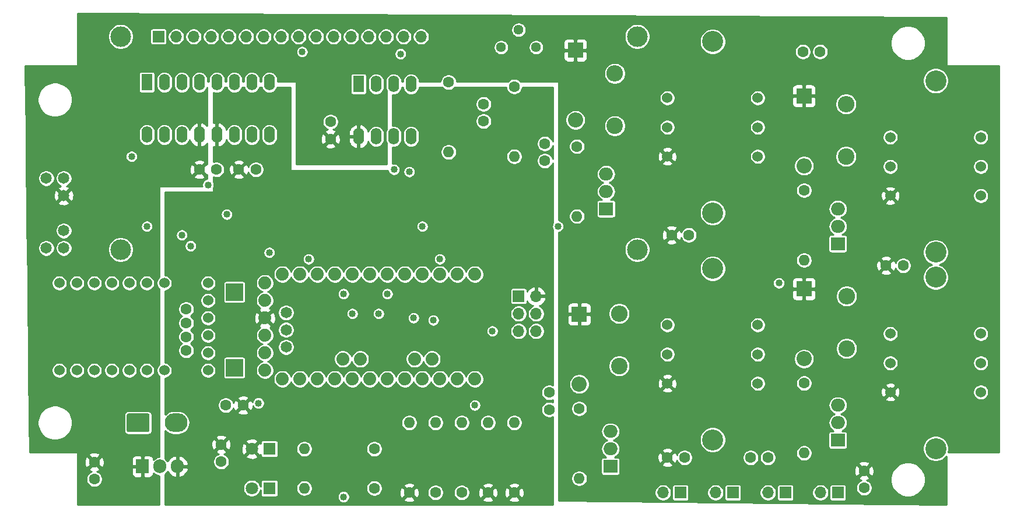
<source format=gbr>
%TF.GenerationSoftware,KiCad,Pcbnew,5.1.10-88a1d61d58~88~ubuntu18.04.1*%
%TF.CreationDate,2021-10-25T10:41:03-04:00*%
%TF.ProjectId,mctens,6d637465-6e73-42e6-9b69-6361645f7063,rev?*%
%TF.SameCoordinates,Original*%
%TF.FileFunction,Copper,L2,Inr*%
%TF.FilePolarity,Positive*%
%FSLAX46Y46*%
G04 Gerber Fmt 4.6, Leading zero omitted, Abs format (unit mm)*
G04 Created by KiCad (PCBNEW 5.1.10-88a1d61d58~88~ubuntu18.04.1) date 2021-10-25 10:41:03*
%MOMM*%
%LPD*%
G01*
G04 APERTURE LIST*
%TA.AperFunction,ComponentPad*%
%ADD10C,1.524000*%
%TD*%
%TA.AperFunction,ComponentPad*%
%ADD11C,3.048000*%
%TD*%
%TA.AperFunction,ComponentPad*%
%ADD12C,3.000000*%
%TD*%
%TA.AperFunction,ComponentPad*%
%ADD13R,1.700000X1.700000*%
%TD*%
%TA.AperFunction,ComponentPad*%
%ADD14O,1.700000X1.700000*%
%TD*%
%TA.AperFunction,ComponentPad*%
%ADD15C,1.651000*%
%TD*%
%TA.AperFunction,ComponentPad*%
%ADD16R,2.500000X2.500000*%
%TD*%
%TA.AperFunction,ComponentPad*%
%ADD17C,1.650000*%
%TD*%
%TA.AperFunction,ComponentPad*%
%ADD18C,1.600000*%
%TD*%
%TA.AperFunction,ComponentPad*%
%ADD19C,1.879600*%
%TD*%
%TA.AperFunction,ComponentPad*%
%ADD20O,2.400000X2.400000*%
%TD*%
%TA.AperFunction,ComponentPad*%
%ADD21C,2.400000*%
%TD*%
%TA.AperFunction,ComponentPad*%
%ADD22O,2.200000X2.200000*%
%TD*%
%TA.AperFunction,ComponentPad*%
%ADD23R,2.200000X2.200000*%
%TD*%
%TA.AperFunction,ComponentPad*%
%ADD24R,1.800000X1.800000*%
%TD*%
%TA.AperFunction,ComponentPad*%
%ADD25C,1.800000*%
%TD*%
%TA.AperFunction,ComponentPad*%
%ADD26O,3.300000X2.700000*%
%TD*%
%TA.AperFunction,ComponentPad*%
%ADD27O,2.000000X1.905000*%
%TD*%
%TA.AperFunction,ComponentPad*%
%ADD28R,2.000000X1.905000*%
%TD*%
%TA.AperFunction,ComponentPad*%
%ADD29O,1.600000X1.600000*%
%TD*%
%TA.AperFunction,ComponentPad*%
%ADD30C,1.440000*%
%TD*%
%TA.AperFunction,ComponentPad*%
%ADD31R,1.905000X2.000000*%
%TD*%
%TA.AperFunction,ComponentPad*%
%ADD32O,1.905000X2.000000*%
%TD*%
%TA.AperFunction,ComponentPad*%
%ADD33R,1.600000X2.400000*%
%TD*%
%TA.AperFunction,ComponentPad*%
%ADD34O,1.600000X2.400000*%
%TD*%
%TA.AperFunction,ViaPad*%
%ADD35C,1.016000*%
%TD*%
%TA.AperFunction,Conductor*%
%ADD36C,0.254000*%
%TD*%
%TA.AperFunction,Conductor*%
%ADD37C,0.100000*%
%TD*%
G04 APERTURE END LIST*
D10*
%TO.N,+12V*%
%TO.C,T1*%
X158750000Y-85725000D03*
%TO.N,N/C*%
X158750000Y-81470500D03*
%TO.N,Net-(D1-Pad2)*%
X158750000Y-77216000D03*
%TO.N,GND*%
X171881800Y-77216000D03*
%TO.N,N/C*%
X171881800Y-81470500D03*
%TO.N,Net-(J2-Pad1)*%
X171881800Y-85725000D03*
D11*
%TO.N,GND*%
X165328600Y-93929200D03*
X165328600Y-69011800D03*
%TD*%
D10*
%TO.N,+12V*%
%TO.C,T2*%
X126365000Y-84455000D03*
%TO.N,N/C*%
X126365000Y-80200500D03*
%TO.N,Net-(D2-Pad2)*%
X126365000Y-75946000D03*
%TO.N,GND*%
X139496800Y-75946000D03*
%TO.N,N/C*%
X139496800Y-80200500D03*
%TO.N,Net-(J3-Pad1)*%
X139496800Y-84455000D03*
D11*
%TO.N,GND*%
X132943600Y-92659200D03*
X132943600Y-67741800D03*
%TD*%
D10*
%TO.N,+12V*%
%TO.C,T3*%
X158750000Y-57150000D03*
%TO.N,N/C*%
X158750000Y-52895500D03*
%TO.N,Net-(D3-Pad2)*%
X158750000Y-48641000D03*
%TO.N,GND*%
X171881800Y-48641000D03*
%TO.N,N/C*%
X171881800Y-52895500D03*
%TO.N,Net-(J4-Pad1)*%
X171881800Y-57150000D03*
D11*
%TO.N,GND*%
X165328600Y-65354200D03*
X165328600Y-40436800D03*
%TD*%
D10*
%TO.N,+12V*%
%TO.C,T4*%
X126365000Y-51435000D03*
%TO.N,N/C*%
X126365000Y-47180500D03*
%TO.N,Net-(D4-Pad2)*%
X126365000Y-42926000D03*
%TO.N,GND*%
X139496800Y-42926000D03*
%TO.N,N/C*%
X139496800Y-47180500D03*
%TO.N,Net-(J5-Pad1)*%
X139496800Y-51435000D03*
D11*
%TO.N,GND*%
X132943600Y-59639200D03*
X132943600Y-34721800D03*
%TD*%
D12*
%TO.N,N/C*%
%TO.C,J6*%
X122000000Y-33995000D03*
X122000000Y-64995000D03*
X47000000Y-64995000D03*
X47000000Y-33995000D03*
D13*
%TO.N,GND*%
X52500000Y-33995000D03*
D14*
%TO.N,+3V3*%
X55040000Y-33995000D03*
%TO.N,Net-(J6-Pad3)*%
X57580000Y-33995000D03*
%TO.N,/LCD_RS*%
X60120000Y-33995000D03*
%TO.N,GND*%
X62660000Y-33995000D03*
%TO.N,/LCD_E*%
X65200000Y-33995000D03*
%TO.N,Net-(J6-Pad7)*%
X67740000Y-33995000D03*
%TO.N,Net-(J6-Pad8)*%
X70280000Y-33995000D03*
%TO.N,Net-(J6-Pad9)*%
X72820000Y-33995000D03*
%TO.N,Net-(J6-Pad10)*%
X75360000Y-33995000D03*
%TO.N,/LCD_D4*%
X77900000Y-33995000D03*
%TO.N,/LCD_D5*%
X80440000Y-33995000D03*
%TO.N,/LCD_D6*%
X82980000Y-33995000D03*
%TO.N,/LCD_D7*%
X85520000Y-33995000D03*
%TO.N,Net-(J6-Pad15)*%
X88060000Y-33995000D03*
%TO.N,GND*%
X90600000Y-33995000D03*
%TD*%
D15*
%TO.N,N/C*%
%TO.C,SW1*%
X36195000Y-54610000D03*
X38735000Y-54610000D03*
X36195000Y-64770000D03*
X38735000Y-64770000D03*
%TO.N,+12V*%
X38735000Y-57150000D03*
%TO.N,Net-(J1-Pad1)*%
X38735000Y-62230000D03*
%TD*%
D16*
%TO.N,N/C*%
%TO.C,SW2*%
X63515000Y-71160000D03*
X63515000Y-82160000D03*
D17*
%TO.N,/KNOB_B*%
X71015000Y-74160000D03*
%TO.N,/KNOB_A*%
X71015000Y-79160000D03*
%TO.N,GND*%
X71015000Y-76660000D03*
D18*
%TO.N,Net-(R15-Pad2)*%
X56515000Y-79660000D03*
%TO.N,Net-(R17-Pad2)*%
X56515000Y-77660000D03*
%TO.N,Net-(R16-Pad2)*%
X56515000Y-75660000D03*
%TO.N,GND*%
X56515000Y-73660000D03*
%TD*%
D19*
%TO.N,/DTR*%
%TO.C,U5*%
X67945000Y-82550000D03*
%TO.N,/TXO*%
X67945000Y-80010000D03*
%TO.N,/RXI*%
X67945000Y-77470000D03*
%TO.N,+3V3*%
X67945000Y-74930000D03*
%TO.N,GND*%
X67945000Y-72390000D03*
X67945000Y-69850000D03*
%TO.N,/KNOB_SW*%
X81788000Y-80899000D03*
%TO.N,/KNOB_R*%
X79248000Y-80899000D03*
%TO.N,/KNOB_B*%
X89662000Y-80899000D03*
%TO.N,/KNOB_A*%
X92202000Y-80899000D03*
%TO.N,Net-(U5-PadJP6_1)*%
X70485000Y-83820000D03*
%TO.N,GND*%
X73025000Y-83820000D03*
%TO.N,Net-(J7-Pad5)*%
X75565000Y-83820000D03*
%TO.N,Net-(U5-PadJP6_4)*%
X78105000Y-83820000D03*
%TO.N,/LCD_D7*%
X80645000Y-83820000D03*
%TO.N,/LCD_D6*%
X83185000Y-83820000D03*
%TO.N,/LCD_D4*%
X85725000Y-83820000D03*
%TO.N,/LCD_D5*%
X88265000Y-83820000D03*
%TO.N,Net-(J7-Pad3)*%
X90805000Y-83820000D03*
%TO.N,Net-(J7-Pad1)*%
X93345000Y-83820000D03*
%TO.N,Net-(J7-Pad4)*%
X95885000Y-83820000D03*
%TO.N,/DRV4*%
X98425000Y-83820000D03*
%TO.N,Net-(U4-Pad9)*%
X98425000Y-68580000D03*
%TO.N,/LCD_LIGHT*%
X95885000Y-68580000D03*
%TO.N,/KNOB_G*%
X93345000Y-68580000D03*
%TO.N,Net-(U4-Pad16)*%
X90805000Y-68580000D03*
%TO.N,Net-(U4-Pad1)*%
X88265000Y-68580000D03*
%TO.N,/LCD_RS*%
X85725000Y-68580000D03*
%TO.N,Net-(R1-Pad2)*%
X83185000Y-68580000D03*
%TO.N,/LCD_E*%
X80645000Y-68580000D03*
%TO.N,GND*%
X78105000Y-68580000D03*
%TO.N,Net-(U5-PadJP7_10)*%
X75565000Y-68580000D03*
%TO.N,Net-(U5-PadJP7_11)*%
X73025000Y-68580000D03*
%TO.N,Net-(U5-PadJP7_12)*%
X70485000Y-68580000D03*
%TD*%
D20*
%TO.N,GND*%
%TO.C,R4*%
X152400000Y-71755000D03*
D21*
%TO.N,Net-(Q1-Pad3)*%
X152400000Y-79375000D03*
%TD*%
D20*
%TO.N,GND*%
%TO.C,R5*%
X119380000Y-74295000D03*
D21*
%TO.N,Net-(Q2-Pad3)*%
X119380000Y-81915000D03*
%TD*%
D20*
%TO.N,GND*%
%TO.C,R8*%
X152309000Y-43815000D03*
D21*
%TO.N,Net-(Q3-Pad3)*%
X152309000Y-51435000D03*
%TD*%
D20*
%TO.N,GND*%
%TO.C,R9*%
X118745000Y-39370000D03*
D21*
%TO.N,Net-(Q4-Pad3)*%
X118745000Y-46990000D03*
%TD*%
D18*
%TO.N,+12V*%
%TO.C,C1*%
X43180000Y-95885000D03*
%TO.N,GND*%
X43180000Y-98385000D03*
%TD*%
%TO.N,+3V3*%
%TO.C,C2*%
X64770000Y-87630000D03*
%TO.N,GND*%
X62270000Y-87630000D03*
%TD*%
%TO.N,GND*%
%TO.C,C3*%
X99695000Y-46315000D03*
%TO.N,Net-(C3-Pad1)*%
X99695000Y-43815000D03*
%TD*%
%TO.N,+12V*%
%TO.C,C4*%
X77470000Y-48895000D03*
%TO.N,GND*%
X77470000Y-46395000D03*
%TD*%
%TO.N,GND*%
%TO.C,C5*%
X60920000Y-53340000D03*
%TO.N,+12V*%
X58420000Y-53340000D03*
%TD*%
%TO.N,+3V3*%
%TO.C,C6*%
X64135000Y-53340000D03*
%TO.N,GND*%
X66635000Y-53340000D03*
%TD*%
%TO.N,GND*%
%TO.C,C7*%
X138470000Y-95250000D03*
%TO.N,Net-(C7-Pad1)*%
X140970000Y-95250000D03*
%TD*%
%TO.N,GND*%
%TO.C,C8*%
X109220000Y-85765000D03*
%TO.N,Net-(C8-Pad1)*%
X109220000Y-88265000D03*
%TD*%
%TO.N,Net-(C9-Pad1)*%
%TO.C,C9*%
X146050000Y-36195000D03*
%TO.N,GND*%
X148550000Y-36195000D03*
%TD*%
%TO.N,Net-(C10-Pad1)*%
%TO.C,C10*%
X108585000Y-52070000D03*
%TO.N,GND*%
X108585000Y-49570000D03*
%TD*%
%TO.N,GND*%
%TO.C,C11*%
X61595000Y-95845000D03*
%TO.N,+3V3*%
X61595000Y-93345000D03*
%TD*%
D22*
%TO.N,Net-(D1-Pad2)*%
%TO.C,D1*%
X146213000Y-80867000D03*
D23*
%TO.N,+12V*%
X146213000Y-70707000D03*
%TD*%
%TO.N,+12V*%
%TO.C,D2*%
X113574000Y-74390000D03*
D22*
%TO.N,Net-(D2-Pad2)*%
X113574000Y-84550000D03*
%TD*%
%TO.N,Net-(D3-Pad2)*%
%TO.C,D3*%
X146213000Y-52800000D03*
D23*
%TO.N,+12V*%
X146213000Y-42640000D03*
%TD*%
%TO.N,+12V*%
%TO.C,D4*%
X113030000Y-35970000D03*
D22*
%TO.N,Net-(D4-Pad2)*%
X113030000Y-46130000D03*
%TD*%
D24*
%TO.N,Net-(D5-Pad1)*%
%TO.C,D5*%
X68580000Y-99695000D03*
D25*
%TO.N,+12V*%
X66040000Y-99695000D03*
%TD*%
%TO.N,+3V3*%
%TO.C,D6*%
X66040000Y-93980000D03*
D24*
%TO.N,Net-(D6-Pad1)*%
X68580000Y-93980000D03*
%TD*%
%TO.N,Net-(J1-Pad1)*%
%TO.C,J1*%
%TA.AperFunction,ComponentPad*%
G36*
G01*
X48130001Y-88820000D02*
X50929999Y-88820000D01*
G75*
G02*
X51180000Y-89070001I0J-250001D01*
G01*
X51180000Y-91269999D01*
G75*
G02*
X50929999Y-91520000I-250001J0D01*
G01*
X48130001Y-91520000D01*
G75*
G02*
X47880000Y-91269999I0J250001D01*
G01*
X47880000Y-89070001D01*
G75*
G02*
X48130001Y-88820000I250001J0D01*
G01*
G37*
%TD.AperFunction*%
D26*
%TO.N,GND*%
X55030000Y-90170000D03*
%TD*%
D13*
%TO.N,Net-(J2-Pad1)*%
%TO.C,J2*%
X151130000Y-100330000D03*
D14*
%TO.N,GND*%
X148590000Y-100330000D03*
%TD*%
D13*
%TO.N,Net-(J3-Pad1)*%
%TO.C,J3*%
X128270000Y-100330000D03*
D14*
%TO.N,GND*%
X125730000Y-100330000D03*
%TD*%
%TO.N,GND*%
%TO.C,J4*%
X140970000Y-100330000D03*
D13*
%TO.N,Net-(J4-Pad1)*%
X143510000Y-100330000D03*
%TD*%
D14*
%TO.N,GND*%
%TO.C,J5*%
X133350000Y-100330000D03*
D13*
%TO.N,Net-(J5-Pad1)*%
X135890000Y-100330000D03*
%TD*%
D27*
%TO.N,Net-(Q1-Pad3)*%
%TO.C,Q1*%
X151130000Y-87630000D03*
%TO.N,Net-(D1-Pad2)*%
X151130000Y-90170000D03*
D28*
%TO.N,Net-(C7-Pad1)*%
X151130000Y-92710000D03*
%TD*%
%TO.N,Net-(C8-Pad1)*%
%TO.C,Q2*%
X118110000Y-96520000D03*
D27*
%TO.N,Net-(D2-Pad2)*%
X118110000Y-93980000D03*
%TO.N,Net-(Q2-Pad3)*%
X118110000Y-91440000D03*
%TD*%
%TO.N,Net-(Q3-Pad3)*%
%TO.C,Q3*%
X151130000Y-59055000D03*
%TO.N,Net-(D3-Pad2)*%
X151130000Y-61595000D03*
D28*
%TO.N,Net-(C9-Pad1)*%
X151130000Y-64135000D03*
%TD*%
%TO.N,Net-(C10-Pad1)*%
%TO.C,Q4*%
X117475000Y-59055000D03*
D27*
%TO.N,Net-(D4-Pad2)*%
X117475000Y-56515000D03*
%TO.N,Net-(Q4-Pad3)*%
X117475000Y-53975000D03*
%TD*%
D18*
%TO.N,Net-(C3-Pad1)*%
%TO.C,R1*%
X94615000Y-40640000D03*
D29*
%TO.N,Net-(R1-Pad2)*%
X94615000Y-50800000D03*
%TD*%
D18*
%TO.N,Net-(C7-Pad1)*%
%TO.C,R2*%
X146213000Y-84423000D03*
D29*
%TO.N,Net-(R2-Pad2)*%
X146213000Y-94583000D03*
%TD*%
%TO.N,Net-(R3-Pad2)*%
%TO.C,R3*%
X113574000Y-98266000D03*
D18*
%TO.N,Net-(C8-Pad1)*%
X113574000Y-88106000D03*
%TD*%
%TO.N,Net-(C9-Pad1)*%
%TO.C,R6*%
X146213000Y-56356000D03*
D29*
%TO.N,Net-(R6-Pad2)*%
X146213000Y-66516000D03*
%TD*%
D18*
%TO.N,Net-(C10-Pad1)*%
%TO.C,R7*%
X113230000Y-49970000D03*
D29*
%TO.N,Net-(R7-Pad2)*%
X113230000Y-60130000D03*
%TD*%
%TO.N,Net-(D5-Pad1)*%
%TO.C,R10*%
X73660000Y-99695000D03*
D18*
%TO.N,GND*%
X83820000Y-99695000D03*
%TD*%
%TO.N,GND*%
%TO.C,R11*%
X83820000Y-93980000D03*
D29*
%TO.N,Net-(D6-Pad1)*%
X73660000Y-93980000D03*
%TD*%
%TO.N,/LCD_LIGHT*%
%TO.C,R12*%
X104140000Y-51435000D03*
D18*
%TO.N,Net-(J6-Pad15)*%
X104140000Y-41275000D03*
%TD*%
D29*
%TO.N,/KNOB_A*%
%TO.C,R13*%
X104140000Y-90170000D03*
D18*
%TO.N,+3V3*%
X104140000Y-100330000D03*
%TD*%
D29*
%TO.N,/KNOB_B*%
%TO.C,R14*%
X100330000Y-90170000D03*
D18*
%TO.N,+3V3*%
X100330000Y-100330000D03*
%TD*%
%TO.N,+3V3*%
%TO.C,R15*%
X88900000Y-100330000D03*
D29*
%TO.N,Net-(R15-Pad2)*%
X88900000Y-90170000D03*
%TD*%
%TO.N,Net-(R16-Pad2)*%
%TO.C,R16*%
X96520000Y-90170000D03*
D18*
%TO.N,/KNOB_R*%
X96520000Y-100330000D03*
%TD*%
%TO.N,/KNOB_G*%
%TO.C,R17*%
X92710000Y-100330000D03*
D29*
%TO.N,Net-(R17-Pad2)*%
X92710000Y-90170000D03*
%TD*%
D30*
%TO.N,+3V3*%
%TO.C,RV1*%
X102235000Y-35560000D03*
%TO.N,Net-(J6-Pad3)*%
X104775000Y-33020000D03*
%TO.N,GND*%
X107315000Y-35560000D03*
%TD*%
D31*
%TO.N,+12V*%
%TO.C,U2*%
X50165000Y-96520000D03*
D32*
%TO.N,GND*%
X52705000Y-96520000D03*
%TO.N,+3V3*%
X55245000Y-96520000D03*
%TD*%
D33*
%TO.N,Net-(U4-Pad1)*%
%TO.C,U4*%
X50800000Y-40640000D03*
D34*
%TO.N,Net-(U4-Pad9)*%
X68580000Y-48260000D03*
%TO.N,Net-(U3-Pad1)*%
X53340000Y-40640000D03*
X66040000Y-48260000D03*
%TO.N,Net-(R2-Pad2)*%
X55880000Y-40640000D03*
%TO.N,Net-(R7-Pad2)*%
X63500000Y-48260000D03*
%TO.N,GND*%
X58420000Y-40640000D03*
%TO.N,+3V3*%
X60960000Y-48260000D03*
%TO.N,GND*%
X60960000Y-40640000D03*
%TO.N,+12V*%
X58420000Y-48260000D03*
%TO.N,Net-(R3-Pad2)*%
X63500000Y-40640000D03*
%TO.N,Net-(R6-Pad2)*%
X55880000Y-48260000D03*
%TO.N,Net-(U3-Pad1)*%
X66040000Y-40640000D03*
X53340000Y-48260000D03*
%TO.N,/DRV4*%
X68580000Y-40640000D03*
%TO.N,Net-(U4-Pad16)*%
X50800000Y-48260000D03*
%TD*%
D33*
%TO.N,Net-(U3-Pad1)*%
%TO.C,U3*%
X81530000Y-40891000D03*
D34*
%TO.N,GND*%
X89150000Y-48511000D03*
%TO.N,Net-(U3-Pad1)*%
X84070000Y-40891000D03*
%TO.N,Net-(U3-Pad6)*%
X86610000Y-48511000D03*
%TO.N,Net-(C3-Pad1)*%
X86610000Y-40891000D03*
%TO.N,Net-(U3-Pad6)*%
X84070000Y-48511000D03*
%TO.N,GND*%
X89150000Y-40891000D03*
%TO.N,+12V*%
X81530000Y-48511000D03*
%TD*%
D10*
%TO.N,GND*%
%TO.C,U1*%
X59690000Y-69850000D03*
X59690000Y-72390000D03*
%TO.N,Net-(U1-PadC3)*%
X59690000Y-74930000D03*
%TO.N,/RXI*%
X59690000Y-77470000D03*
%TO.N,/TXO*%
X59690000Y-80010000D03*
%TO.N,/DTR*%
X59690000Y-82550000D03*
%TO.N,Net-(U1-PadA1)*%
X53340000Y-82550000D03*
%TO.N,Net-(U1-PadA2)*%
X50800000Y-82550000D03*
%TO.N,Net-(U1-PadA3)*%
X48260000Y-82550000D03*
%TO.N,Net-(U1-PadA4)*%
X45720000Y-82550000D03*
%TO.N,Net-(U1-PadA5)*%
X43180000Y-82550000D03*
%TO.N,Net-(U1-PadA6)*%
X40640000Y-82550000D03*
%TO.N,GND*%
X38100000Y-82550000D03*
%TO.N,Net-(U1-PadB1)*%
X53340000Y-69850000D03*
%TO.N,Net-(U1-PadB2)*%
X50800000Y-69850000D03*
%TO.N,Net-(U1-PadB3)*%
X48260000Y-69850000D03*
%TO.N,Net-(U1-PadB4)*%
X45720000Y-69850000D03*
%TO.N,Net-(U1-PadB5)*%
X43180000Y-69850000D03*
%TO.N,Net-(U1-PadB6)*%
X40640000Y-69850000D03*
%TO.N,Net-(U1-PadB7)*%
X38100000Y-69850000D03*
%TD*%
D13*
%TO.N,Net-(J7-Pad1)*%
%TO.C,J7*%
X104775000Y-71755000D03*
D14*
%TO.N,+3V3*%
X107315000Y-71755000D03*
%TO.N,Net-(J7-Pad3)*%
X104775000Y-74295000D03*
%TO.N,Net-(J7-Pad4)*%
X107315000Y-74295000D03*
%TO.N,Net-(J7-Pad5)*%
X104775000Y-76835000D03*
%TO.N,GND*%
X107315000Y-76835000D03*
%TD*%
D18*
%TO.N,GND*%
%TO.C,C12*%
X129500000Y-62865000D03*
%TO.N,+12V*%
X127000000Y-62865000D03*
%TD*%
%TO.N,+12V*%
%TO.C,C13*%
X126365000Y-95250000D03*
%TO.N,GND*%
X128865000Y-95250000D03*
%TD*%
%TO.N,+12V*%
%TO.C,C14*%
X158115000Y-67310000D03*
%TO.N,GND*%
X160615000Y-67310000D03*
%TD*%
%TO.N,GND*%
%TO.C,C15*%
X154940000Y-99655000D03*
%TO.N,+12V*%
X154940000Y-97155000D03*
%TD*%
D35*
%TO.N,+3V3*%
X101600000Y-42545000D03*
X69850000Y-44450000D03*
%TO.N,/LCD_RS*%
X86677500Y-53340000D03*
X59690000Y-55562500D03*
%TO.N,/LCD_E*%
X73342500Y-36195000D03*
X74295000Y-66357500D03*
%TO.N,/LCD_D4*%
X79349601Y-71412101D03*
X85699601Y-71412101D03*
%TO.N,/LCD_D5*%
X87630000Y-36512500D03*
%TO.N,/LCD_D7*%
X84455000Y-74295000D03*
X80645000Y-74295000D03*
%TO.N,Net-(R1-Pad2)*%
X93345000Y-66357500D03*
%TO.N,Net-(R2-Pad2)*%
X57150000Y-64452500D03*
X142557500Y-69850000D03*
%TO.N,Net-(R3-Pad2)*%
X62395190Y-59855190D03*
X110490000Y-61595000D03*
%TO.N,Net-(R6-Pad2)*%
X55880000Y-62865000D03*
%TO.N,/KNOB_A*%
X92392500Y-75247500D03*
%TO.N,/KNOB_B*%
X89535000Y-74930000D03*
%TO.N,/KNOB_R*%
X79349601Y-100939601D03*
%TO.N,Net-(U4-Pad1)*%
X48577500Y-51435000D03*
X88900000Y-53657500D03*
%TO.N,Net-(U4-Pad9)*%
X68580000Y-65405000D03*
%TO.N,/DRV4*%
X98425000Y-87630000D03*
X66992500Y-87312500D03*
%TO.N,Net-(U4-Pad16)*%
X50800000Y-61595000D03*
X90805000Y-61595000D03*
%TO.N,Net-(J7-Pad5)*%
X100965000Y-76835000D03*
%TD*%
D36*
%TO.N,+12V*%
X166878000Y-31241363D02*
X166878000Y-38100000D01*
X166880440Y-38124776D01*
X166887667Y-38148601D01*
X166899403Y-38170557D01*
X166915197Y-38189803D01*
X166934443Y-38205597D01*
X166956399Y-38217333D01*
X166980224Y-38224560D01*
X167005000Y-38227000D01*
X174498000Y-38227000D01*
X174498000Y-94488000D01*
X167159094Y-94488000D01*
X167160391Y-94484868D01*
X167233600Y-94116826D01*
X167233600Y-93741574D01*
X167160391Y-93373532D01*
X167016789Y-93026844D01*
X166808310Y-92714834D01*
X166542966Y-92449490D01*
X166230956Y-92241011D01*
X165884268Y-92097409D01*
X165516226Y-92024200D01*
X165140974Y-92024200D01*
X164772932Y-92097409D01*
X164426244Y-92241011D01*
X164114234Y-92449490D01*
X163848890Y-92714834D01*
X163640411Y-93026844D01*
X163496809Y-93373532D01*
X163423600Y-93741574D01*
X163423600Y-94116826D01*
X163496809Y-94484868D01*
X163640411Y-94831556D01*
X163848890Y-95143566D01*
X164114234Y-95408910D01*
X164426244Y-95617389D01*
X164772932Y-95760991D01*
X165140974Y-95834200D01*
X165516226Y-95834200D01*
X165884268Y-95760991D01*
X166230956Y-95617389D01*
X166542966Y-95408910D01*
X166808310Y-95143566D01*
X166878000Y-95039268D01*
X166878000Y-102106565D01*
X110617000Y-101474419D01*
X110617000Y-100208757D01*
X124499000Y-100208757D01*
X124499000Y-100451243D01*
X124546307Y-100689069D01*
X124639102Y-100913097D01*
X124773820Y-101114717D01*
X124945283Y-101286180D01*
X125146903Y-101420898D01*
X125370931Y-101513693D01*
X125608757Y-101561000D01*
X125851243Y-101561000D01*
X126089069Y-101513693D01*
X126313097Y-101420898D01*
X126514717Y-101286180D01*
X126686180Y-101114717D01*
X126820898Y-100913097D01*
X126913693Y-100689069D01*
X126961000Y-100451243D01*
X126961000Y-100208757D01*
X126913693Y-99970931D01*
X126820898Y-99746903D01*
X126686180Y-99545283D01*
X126620897Y-99480000D01*
X127037157Y-99480000D01*
X127037157Y-101180000D01*
X127044513Y-101254689D01*
X127066299Y-101326508D01*
X127101678Y-101392696D01*
X127149289Y-101450711D01*
X127207304Y-101498322D01*
X127273492Y-101533701D01*
X127345311Y-101555487D01*
X127420000Y-101562843D01*
X129120000Y-101562843D01*
X129194689Y-101555487D01*
X129266508Y-101533701D01*
X129332696Y-101498322D01*
X129390711Y-101450711D01*
X129438322Y-101392696D01*
X129473701Y-101326508D01*
X129495487Y-101254689D01*
X129502843Y-101180000D01*
X129502843Y-100208757D01*
X132119000Y-100208757D01*
X132119000Y-100451243D01*
X132166307Y-100689069D01*
X132259102Y-100913097D01*
X132393820Y-101114717D01*
X132565283Y-101286180D01*
X132766903Y-101420898D01*
X132990931Y-101513693D01*
X133228757Y-101561000D01*
X133471243Y-101561000D01*
X133709069Y-101513693D01*
X133933097Y-101420898D01*
X134134717Y-101286180D01*
X134306180Y-101114717D01*
X134440898Y-100913097D01*
X134533693Y-100689069D01*
X134581000Y-100451243D01*
X134581000Y-100208757D01*
X134533693Y-99970931D01*
X134440898Y-99746903D01*
X134306180Y-99545283D01*
X134240897Y-99480000D01*
X134657157Y-99480000D01*
X134657157Y-101180000D01*
X134664513Y-101254689D01*
X134686299Y-101326508D01*
X134721678Y-101392696D01*
X134769289Y-101450711D01*
X134827304Y-101498322D01*
X134893492Y-101533701D01*
X134965311Y-101555487D01*
X135040000Y-101562843D01*
X136740000Y-101562843D01*
X136814689Y-101555487D01*
X136886508Y-101533701D01*
X136952696Y-101498322D01*
X137010711Y-101450711D01*
X137058322Y-101392696D01*
X137093701Y-101326508D01*
X137115487Y-101254689D01*
X137122843Y-101180000D01*
X137122843Y-100208757D01*
X139739000Y-100208757D01*
X139739000Y-100451243D01*
X139786307Y-100689069D01*
X139879102Y-100913097D01*
X140013820Y-101114717D01*
X140185283Y-101286180D01*
X140386903Y-101420898D01*
X140610931Y-101513693D01*
X140848757Y-101561000D01*
X141091243Y-101561000D01*
X141329069Y-101513693D01*
X141553097Y-101420898D01*
X141754717Y-101286180D01*
X141926180Y-101114717D01*
X142060898Y-100913097D01*
X142153693Y-100689069D01*
X142201000Y-100451243D01*
X142201000Y-100208757D01*
X142153693Y-99970931D01*
X142060898Y-99746903D01*
X141926180Y-99545283D01*
X141860897Y-99480000D01*
X142277157Y-99480000D01*
X142277157Y-101180000D01*
X142284513Y-101254689D01*
X142306299Y-101326508D01*
X142341678Y-101392696D01*
X142389289Y-101450711D01*
X142447304Y-101498322D01*
X142513492Y-101533701D01*
X142585311Y-101555487D01*
X142660000Y-101562843D01*
X144360000Y-101562843D01*
X144434689Y-101555487D01*
X144506508Y-101533701D01*
X144572696Y-101498322D01*
X144630711Y-101450711D01*
X144678322Y-101392696D01*
X144713701Y-101326508D01*
X144735487Y-101254689D01*
X144742843Y-101180000D01*
X144742843Y-100208757D01*
X147359000Y-100208757D01*
X147359000Y-100451243D01*
X147406307Y-100689069D01*
X147499102Y-100913097D01*
X147633820Y-101114717D01*
X147805283Y-101286180D01*
X148006903Y-101420898D01*
X148230931Y-101513693D01*
X148468757Y-101561000D01*
X148711243Y-101561000D01*
X148949069Y-101513693D01*
X149173097Y-101420898D01*
X149374717Y-101286180D01*
X149546180Y-101114717D01*
X149680898Y-100913097D01*
X149773693Y-100689069D01*
X149821000Y-100451243D01*
X149821000Y-100208757D01*
X149773693Y-99970931D01*
X149680898Y-99746903D01*
X149546180Y-99545283D01*
X149480897Y-99480000D01*
X149897157Y-99480000D01*
X149897157Y-101180000D01*
X149904513Y-101254689D01*
X149926299Y-101326508D01*
X149961678Y-101392696D01*
X150009289Y-101450711D01*
X150067304Y-101498322D01*
X150133492Y-101533701D01*
X150205311Y-101555487D01*
X150280000Y-101562843D01*
X151980000Y-101562843D01*
X152054689Y-101555487D01*
X152126508Y-101533701D01*
X152192696Y-101498322D01*
X152250711Y-101450711D01*
X152298322Y-101392696D01*
X152333701Y-101326508D01*
X152355487Y-101254689D01*
X152362843Y-101180000D01*
X152362843Y-99538682D01*
X153759000Y-99538682D01*
X153759000Y-99771318D01*
X153804386Y-99999485D01*
X153893412Y-100214413D01*
X154022658Y-100407843D01*
X154187157Y-100572342D01*
X154380587Y-100701588D01*
X154595515Y-100790614D01*
X154823682Y-100836000D01*
X155056318Y-100836000D01*
X155284485Y-100790614D01*
X155499413Y-100701588D01*
X155692843Y-100572342D01*
X155857342Y-100407843D01*
X155986588Y-100214413D01*
X156075614Y-99999485D01*
X156121000Y-99771318D01*
X156121000Y-99538682D01*
X156075614Y-99310515D01*
X155986588Y-99095587D01*
X155857342Y-98902157D01*
X155692843Y-98737658D01*
X155499413Y-98608412D01*
X155331671Y-98538931D01*
X155556292Y-98458603D01*
X155681514Y-98391671D01*
X155744876Y-98175718D01*
X158759000Y-98175718D01*
X158759000Y-98674282D01*
X158856265Y-99163265D01*
X159047057Y-99623878D01*
X159324044Y-100038418D01*
X159676582Y-100390956D01*
X160091122Y-100667943D01*
X160551735Y-100858735D01*
X161040718Y-100956000D01*
X161539282Y-100956000D01*
X162028265Y-100858735D01*
X162488878Y-100667943D01*
X162903418Y-100390956D01*
X163255956Y-100038418D01*
X163532943Y-99623878D01*
X163723735Y-99163265D01*
X163821000Y-98674282D01*
X163821000Y-98175718D01*
X163723735Y-97686735D01*
X163532943Y-97226122D01*
X163255956Y-96811582D01*
X162903418Y-96459044D01*
X162488878Y-96182057D01*
X162028265Y-95991265D01*
X161539282Y-95894000D01*
X161040718Y-95894000D01*
X160551735Y-95991265D01*
X160091122Y-96182057D01*
X159676582Y-96459044D01*
X159324044Y-96811582D01*
X159047057Y-97226122D01*
X158856265Y-97686735D01*
X158759000Y-98175718D01*
X155744876Y-98175718D01*
X155753097Y-98147702D01*
X154940000Y-97334605D01*
X154126903Y-98147702D01*
X154198486Y-98391671D01*
X154453996Y-98512571D01*
X154552411Y-98537240D01*
X154380587Y-98608412D01*
X154187157Y-98737658D01*
X154022658Y-98902157D01*
X153893412Y-99095587D01*
X153804386Y-99310515D01*
X153759000Y-99538682D01*
X152362843Y-99538682D01*
X152362843Y-99480000D01*
X152355487Y-99405311D01*
X152333701Y-99333492D01*
X152298322Y-99267304D01*
X152250711Y-99209289D01*
X152192696Y-99161678D01*
X152126508Y-99126299D01*
X152054689Y-99104513D01*
X151980000Y-99097157D01*
X150280000Y-99097157D01*
X150205311Y-99104513D01*
X150133492Y-99126299D01*
X150067304Y-99161678D01*
X150009289Y-99209289D01*
X149961678Y-99267304D01*
X149926299Y-99333492D01*
X149904513Y-99405311D01*
X149897157Y-99480000D01*
X149480897Y-99480000D01*
X149374717Y-99373820D01*
X149173097Y-99239102D01*
X148949069Y-99146307D01*
X148711243Y-99099000D01*
X148468757Y-99099000D01*
X148230931Y-99146307D01*
X148006903Y-99239102D01*
X147805283Y-99373820D01*
X147633820Y-99545283D01*
X147499102Y-99746903D01*
X147406307Y-99970931D01*
X147359000Y-100208757D01*
X144742843Y-100208757D01*
X144742843Y-99480000D01*
X144735487Y-99405311D01*
X144713701Y-99333492D01*
X144678322Y-99267304D01*
X144630711Y-99209289D01*
X144572696Y-99161678D01*
X144506508Y-99126299D01*
X144434689Y-99104513D01*
X144360000Y-99097157D01*
X142660000Y-99097157D01*
X142585311Y-99104513D01*
X142513492Y-99126299D01*
X142447304Y-99161678D01*
X142389289Y-99209289D01*
X142341678Y-99267304D01*
X142306299Y-99333492D01*
X142284513Y-99405311D01*
X142277157Y-99480000D01*
X141860897Y-99480000D01*
X141754717Y-99373820D01*
X141553097Y-99239102D01*
X141329069Y-99146307D01*
X141091243Y-99099000D01*
X140848757Y-99099000D01*
X140610931Y-99146307D01*
X140386903Y-99239102D01*
X140185283Y-99373820D01*
X140013820Y-99545283D01*
X139879102Y-99746903D01*
X139786307Y-99970931D01*
X139739000Y-100208757D01*
X137122843Y-100208757D01*
X137122843Y-99480000D01*
X137115487Y-99405311D01*
X137093701Y-99333492D01*
X137058322Y-99267304D01*
X137010711Y-99209289D01*
X136952696Y-99161678D01*
X136886508Y-99126299D01*
X136814689Y-99104513D01*
X136740000Y-99097157D01*
X135040000Y-99097157D01*
X134965311Y-99104513D01*
X134893492Y-99126299D01*
X134827304Y-99161678D01*
X134769289Y-99209289D01*
X134721678Y-99267304D01*
X134686299Y-99333492D01*
X134664513Y-99405311D01*
X134657157Y-99480000D01*
X134240897Y-99480000D01*
X134134717Y-99373820D01*
X133933097Y-99239102D01*
X133709069Y-99146307D01*
X133471243Y-99099000D01*
X133228757Y-99099000D01*
X132990931Y-99146307D01*
X132766903Y-99239102D01*
X132565283Y-99373820D01*
X132393820Y-99545283D01*
X132259102Y-99746903D01*
X132166307Y-99970931D01*
X132119000Y-100208757D01*
X129502843Y-100208757D01*
X129502843Y-99480000D01*
X129495487Y-99405311D01*
X129473701Y-99333492D01*
X129438322Y-99267304D01*
X129390711Y-99209289D01*
X129332696Y-99161678D01*
X129266508Y-99126299D01*
X129194689Y-99104513D01*
X129120000Y-99097157D01*
X127420000Y-99097157D01*
X127345311Y-99104513D01*
X127273492Y-99126299D01*
X127207304Y-99161678D01*
X127149289Y-99209289D01*
X127101678Y-99267304D01*
X127066299Y-99333492D01*
X127044513Y-99405311D01*
X127037157Y-99480000D01*
X126620897Y-99480000D01*
X126514717Y-99373820D01*
X126313097Y-99239102D01*
X126089069Y-99146307D01*
X125851243Y-99099000D01*
X125608757Y-99099000D01*
X125370931Y-99146307D01*
X125146903Y-99239102D01*
X124945283Y-99373820D01*
X124773820Y-99545283D01*
X124639102Y-99746903D01*
X124546307Y-99970931D01*
X124499000Y-100208757D01*
X110617000Y-100208757D01*
X110617000Y-98149682D01*
X112393000Y-98149682D01*
X112393000Y-98382318D01*
X112438386Y-98610485D01*
X112527412Y-98825413D01*
X112656658Y-99018843D01*
X112821157Y-99183342D01*
X113014587Y-99312588D01*
X113229515Y-99401614D01*
X113457682Y-99447000D01*
X113690318Y-99447000D01*
X113918485Y-99401614D01*
X114133413Y-99312588D01*
X114326843Y-99183342D01*
X114491342Y-99018843D01*
X114620588Y-98825413D01*
X114709614Y-98610485D01*
X114755000Y-98382318D01*
X114755000Y-98149682D01*
X114709614Y-97921515D01*
X114620588Y-97706587D01*
X114491342Y-97513157D01*
X114326843Y-97348658D01*
X114133413Y-97219412D01*
X113918485Y-97130386D01*
X113690318Y-97085000D01*
X113457682Y-97085000D01*
X113229515Y-97130386D01*
X113014587Y-97219412D01*
X112821157Y-97348658D01*
X112656658Y-97513157D01*
X112527412Y-97706587D01*
X112438386Y-97921515D01*
X112393000Y-98149682D01*
X110617000Y-98149682D01*
X110617000Y-91440000D01*
X116722548Y-91440000D01*
X116748295Y-91701412D01*
X116824546Y-91952777D01*
X116948371Y-92184437D01*
X117115011Y-92387489D01*
X117318063Y-92554129D01*
X117549723Y-92677954D01*
X117655364Y-92710000D01*
X117549723Y-92742046D01*
X117318063Y-92865871D01*
X117115011Y-93032511D01*
X116948371Y-93235563D01*
X116824546Y-93467223D01*
X116748295Y-93718588D01*
X116722548Y-93980000D01*
X116748295Y-94241412D01*
X116824546Y-94492777D01*
X116948371Y-94724437D01*
X117115011Y-94927489D01*
X117318063Y-95094129D01*
X117487429Y-95184657D01*
X117110000Y-95184657D01*
X117035311Y-95192013D01*
X116963492Y-95213799D01*
X116897304Y-95249178D01*
X116839289Y-95296789D01*
X116791678Y-95354804D01*
X116756299Y-95420992D01*
X116734513Y-95492811D01*
X116727157Y-95567500D01*
X116727157Y-97472500D01*
X116734513Y-97547189D01*
X116756299Y-97619008D01*
X116791678Y-97685196D01*
X116839289Y-97743211D01*
X116897304Y-97790822D01*
X116963492Y-97826201D01*
X117035311Y-97847987D01*
X117110000Y-97855343D01*
X119110000Y-97855343D01*
X119184689Y-97847987D01*
X119256508Y-97826201D01*
X119322696Y-97790822D01*
X119380711Y-97743211D01*
X119428322Y-97685196D01*
X119463701Y-97619008D01*
X119485487Y-97547189D01*
X119492843Y-97472500D01*
X119492843Y-97225512D01*
X153499783Y-97225512D01*
X153541213Y-97505130D01*
X153636397Y-97771292D01*
X153703329Y-97896514D01*
X153947298Y-97968097D01*
X154760395Y-97155000D01*
X155119605Y-97155000D01*
X155932702Y-97968097D01*
X156176671Y-97896514D01*
X156297571Y-97641004D01*
X156366300Y-97366816D01*
X156380217Y-97084488D01*
X156338787Y-96804870D01*
X156243603Y-96538708D01*
X156176671Y-96413486D01*
X155932702Y-96341903D01*
X155119605Y-97155000D01*
X154760395Y-97155000D01*
X153947298Y-96341903D01*
X153703329Y-96413486D01*
X153582429Y-96668996D01*
X153513700Y-96943184D01*
X153499783Y-97225512D01*
X119492843Y-97225512D01*
X119492843Y-96242702D01*
X125551903Y-96242702D01*
X125623486Y-96486671D01*
X125878996Y-96607571D01*
X126153184Y-96676300D01*
X126435512Y-96690217D01*
X126715130Y-96648787D01*
X126981292Y-96553603D01*
X127106514Y-96486671D01*
X127178097Y-96242702D01*
X126365000Y-95429605D01*
X125551903Y-96242702D01*
X119492843Y-96242702D01*
X119492843Y-95567500D01*
X119485487Y-95492811D01*
X119463701Y-95420992D01*
X119428322Y-95354804D01*
X119400180Y-95320512D01*
X124924783Y-95320512D01*
X124966213Y-95600130D01*
X125061397Y-95866292D01*
X125128329Y-95991514D01*
X125372298Y-96063097D01*
X126185395Y-95250000D01*
X126544605Y-95250000D01*
X127357702Y-96063097D01*
X127601671Y-95991514D01*
X127722571Y-95736004D01*
X127747240Y-95637589D01*
X127818412Y-95809413D01*
X127947658Y-96002843D01*
X128112157Y-96167342D01*
X128305587Y-96296588D01*
X128520515Y-96385614D01*
X128748682Y-96431000D01*
X128981318Y-96431000D01*
X129209485Y-96385614D01*
X129424413Y-96296588D01*
X129617843Y-96167342D01*
X129782342Y-96002843D01*
X129911588Y-95809413D01*
X130000614Y-95594485D01*
X130046000Y-95366318D01*
X130046000Y-95133682D01*
X137289000Y-95133682D01*
X137289000Y-95366318D01*
X137334386Y-95594485D01*
X137423412Y-95809413D01*
X137552658Y-96002843D01*
X137717157Y-96167342D01*
X137910587Y-96296588D01*
X138125515Y-96385614D01*
X138353682Y-96431000D01*
X138586318Y-96431000D01*
X138814485Y-96385614D01*
X139029413Y-96296588D01*
X139222843Y-96167342D01*
X139387342Y-96002843D01*
X139516588Y-95809413D01*
X139605614Y-95594485D01*
X139651000Y-95366318D01*
X139651000Y-95133682D01*
X139789000Y-95133682D01*
X139789000Y-95366318D01*
X139834386Y-95594485D01*
X139923412Y-95809413D01*
X140052658Y-96002843D01*
X140217157Y-96167342D01*
X140410587Y-96296588D01*
X140625515Y-96385614D01*
X140853682Y-96431000D01*
X141086318Y-96431000D01*
X141314485Y-96385614D01*
X141529413Y-96296588D01*
X141722843Y-96167342D01*
X141727887Y-96162298D01*
X154126903Y-96162298D01*
X154940000Y-96975395D01*
X155753097Y-96162298D01*
X155681514Y-95918329D01*
X155426004Y-95797429D01*
X155151816Y-95728700D01*
X154869488Y-95714783D01*
X154589870Y-95756213D01*
X154323708Y-95851397D01*
X154198486Y-95918329D01*
X154126903Y-96162298D01*
X141727887Y-96162298D01*
X141887342Y-96002843D01*
X142016588Y-95809413D01*
X142105614Y-95594485D01*
X142151000Y-95366318D01*
X142151000Y-95133682D01*
X142105614Y-94905515D01*
X142016588Y-94690587D01*
X141887342Y-94497157D01*
X141856867Y-94466682D01*
X145032000Y-94466682D01*
X145032000Y-94699318D01*
X145077386Y-94927485D01*
X145166412Y-95142413D01*
X145295658Y-95335843D01*
X145460157Y-95500342D01*
X145653587Y-95629588D01*
X145868515Y-95718614D01*
X146096682Y-95764000D01*
X146329318Y-95764000D01*
X146557485Y-95718614D01*
X146772413Y-95629588D01*
X146965843Y-95500342D01*
X147130342Y-95335843D01*
X147259588Y-95142413D01*
X147348614Y-94927485D01*
X147394000Y-94699318D01*
X147394000Y-94466682D01*
X147348614Y-94238515D01*
X147259588Y-94023587D01*
X147130342Y-93830157D01*
X146965843Y-93665658D01*
X146772413Y-93536412D01*
X146557485Y-93447386D01*
X146329318Y-93402000D01*
X146096682Y-93402000D01*
X145868515Y-93447386D01*
X145653587Y-93536412D01*
X145460157Y-93665658D01*
X145295658Y-93830157D01*
X145166412Y-94023587D01*
X145077386Y-94238515D01*
X145032000Y-94466682D01*
X141856867Y-94466682D01*
X141722843Y-94332658D01*
X141529413Y-94203412D01*
X141314485Y-94114386D01*
X141086318Y-94069000D01*
X140853682Y-94069000D01*
X140625515Y-94114386D01*
X140410587Y-94203412D01*
X140217157Y-94332658D01*
X140052658Y-94497157D01*
X139923412Y-94690587D01*
X139834386Y-94905515D01*
X139789000Y-95133682D01*
X139651000Y-95133682D01*
X139605614Y-94905515D01*
X139516588Y-94690587D01*
X139387342Y-94497157D01*
X139222843Y-94332658D01*
X139029413Y-94203412D01*
X138814485Y-94114386D01*
X138586318Y-94069000D01*
X138353682Y-94069000D01*
X138125515Y-94114386D01*
X137910587Y-94203412D01*
X137717157Y-94332658D01*
X137552658Y-94497157D01*
X137423412Y-94690587D01*
X137334386Y-94905515D01*
X137289000Y-95133682D01*
X130046000Y-95133682D01*
X130000614Y-94905515D01*
X129911588Y-94690587D01*
X129782342Y-94497157D01*
X129617843Y-94332658D01*
X129424413Y-94203412D01*
X129209485Y-94114386D01*
X128981318Y-94069000D01*
X128748682Y-94069000D01*
X128520515Y-94114386D01*
X128305587Y-94203412D01*
X128112157Y-94332658D01*
X127947658Y-94497157D01*
X127818412Y-94690587D01*
X127748931Y-94858329D01*
X127668603Y-94633708D01*
X127601671Y-94508486D01*
X127357702Y-94436903D01*
X126544605Y-95250000D01*
X126185395Y-95250000D01*
X125372298Y-94436903D01*
X125128329Y-94508486D01*
X125007429Y-94763996D01*
X124938700Y-95038184D01*
X124924783Y-95320512D01*
X119400180Y-95320512D01*
X119380711Y-95296789D01*
X119322696Y-95249178D01*
X119256508Y-95213799D01*
X119184689Y-95192013D01*
X119110000Y-95184657D01*
X118732571Y-95184657D01*
X118901937Y-95094129D01*
X119104989Y-94927489D01*
X119271629Y-94724437D01*
X119395454Y-94492777D01*
X119466886Y-94257298D01*
X125551903Y-94257298D01*
X126365000Y-95070395D01*
X127178097Y-94257298D01*
X127106514Y-94013329D01*
X126851004Y-93892429D01*
X126576816Y-93823700D01*
X126294488Y-93809783D01*
X126014870Y-93851213D01*
X125748708Y-93946397D01*
X125623486Y-94013329D01*
X125551903Y-94257298D01*
X119466886Y-94257298D01*
X119471705Y-94241412D01*
X119497452Y-93980000D01*
X119471705Y-93718588D01*
X119395454Y-93467223D01*
X119271629Y-93235563D01*
X119104989Y-93032511D01*
X118901937Y-92865871D01*
X118670277Y-92742046D01*
X118564636Y-92710000D01*
X118670277Y-92677954D01*
X118901937Y-92554129D01*
X119002530Y-92471574D01*
X131038600Y-92471574D01*
X131038600Y-92846826D01*
X131111809Y-93214868D01*
X131255411Y-93561556D01*
X131463890Y-93873566D01*
X131729234Y-94138910D01*
X132041244Y-94347389D01*
X132387932Y-94490991D01*
X132755974Y-94564200D01*
X133131226Y-94564200D01*
X133499268Y-94490991D01*
X133845956Y-94347389D01*
X134157966Y-94138910D01*
X134423310Y-93873566D01*
X134631789Y-93561556D01*
X134775391Y-93214868D01*
X134848600Y-92846826D01*
X134848600Y-92471574D01*
X134775391Y-92103532D01*
X134631789Y-91756844D01*
X134423310Y-91444834D01*
X134157966Y-91179490D01*
X133845956Y-90971011D01*
X133499268Y-90827409D01*
X133131226Y-90754200D01*
X132755974Y-90754200D01*
X132387932Y-90827409D01*
X132041244Y-90971011D01*
X131729234Y-91179490D01*
X131463890Y-91444834D01*
X131255411Y-91756844D01*
X131111809Y-92103532D01*
X131038600Y-92471574D01*
X119002530Y-92471574D01*
X119104989Y-92387489D01*
X119271629Y-92184437D01*
X119395454Y-91952777D01*
X119471705Y-91701412D01*
X119497452Y-91440000D01*
X119471705Y-91178588D01*
X119395454Y-90927223D01*
X119271629Y-90695563D01*
X119104989Y-90492511D01*
X118901937Y-90325871D01*
X118670277Y-90202046D01*
X118418912Y-90125795D01*
X118223008Y-90106500D01*
X117996992Y-90106500D01*
X117801088Y-90125795D01*
X117549723Y-90202046D01*
X117318063Y-90325871D01*
X117115011Y-90492511D01*
X116948371Y-90695563D01*
X116824546Y-90927223D01*
X116748295Y-91178588D01*
X116722548Y-91440000D01*
X110617000Y-91440000D01*
X110617000Y-87989682D01*
X112393000Y-87989682D01*
X112393000Y-88222318D01*
X112438386Y-88450485D01*
X112527412Y-88665413D01*
X112656658Y-88858843D01*
X112821157Y-89023342D01*
X113014587Y-89152588D01*
X113229515Y-89241614D01*
X113457682Y-89287000D01*
X113690318Y-89287000D01*
X113918485Y-89241614D01*
X114133413Y-89152588D01*
X114326843Y-89023342D01*
X114491342Y-88858843D01*
X114620588Y-88665413D01*
X114709614Y-88450485D01*
X114755000Y-88222318D01*
X114755000Y-87989682D01*
X114709614Y-87761515D01*
X114655139Y-87630000D01*
X149742548Y-87630000D01*
X149768295Y-87891412D01*
X149844546Y-88142777D01*
X149968371Y-88374437D01*
X150135011Y-88577489D01*
X150338063Y-88744129D01*
X150569723Y-88867954D01*
X150675364Y-88900000D01*
X150569723Y-88932046D01*
X150338063Y-89055871D01*
X150135011Y-89222511D01*
X149968371Y-89425563D01*
X149844546Y-89657223D01*
X149768295Y-89908588D01*
X149742548Y-90170000D01*
X149768295Y-90431412D01*
X149844546Y-90682777D01*
X149968371Y-90914437D01*
X150135011Y-91117489D01*
X150338063Y-91284129D01*
X150507429Y-91374657D01*
X150130000Y-91374657D01*
X150055311Y-91382013D01*
X149983492Y-91403799D01*
X149917304Y-91439178D01*
X149859289Y-91486789D01*
X149811678Y-91544804D01*
X149776299Y-91610992D01*
X149754513Y-91682811D01*
X149747157Y-91757500D01*
X149747157Y-93662500D01*
X149754513Y-93737189D01*
X149776299Y-93809008D01*
X149811678Y-93875196D01*
X149859289Y-93933211D01*
X149917304Y-93980822D01*
X149983492Y-94016201D01*
X150055311Y-94037987D01*
X150130000Y-94045343D01*
X152130000Y-94045343D01*
X152204689Y-94037987D01*
X152276508Y-94016201D01*
X152342696Y-93980822D01*
X152400711Y-93933211D01*
X152448322Y-93875196D01*
X152483701Y-93809008D01*
X152505487Y-93737189D01*
X152512843Y-93662500D01*
X152512843Y-91757500D01*
X152505487Y-91682811D01*
X152483701Y-91610992D01*
X152448322Y-91544804D01*
X152400711Y-91486789D01*
X152342696Y-91439178D01*
X152276508Y-91403799D01*
X152204689Y-91382013D01*
X152130000Y-91374657D01*
X151752571Y-91374657D01*
X151921937Y-91284129D01*
X152124989Y-91117489D01*
X152291629Y-90914437D01*
X152415454Y-90682777D01*
X152491705Y-90431412D01*
X152517452Y-90170000D01*
X152491705Y-89908588D01*
X152415454Y-89657223D01*
X152291629Y-89425563D01*
X152124989Y-89222511D01*
X151921937Y-89055871D01*
X151690277Y-88932046D01*
X151584636Y-88900000D01*
X151690277Y-88867954D01*
X151921937Y-88744129D01*
X152124989Y-88577489D01*
X152291629Y-88374437D01*
X152415454Y-88142777D01*
X152491705Y-87891412D01*
X152517452Y-87630000D01*
X152491705Y-87368588D01*
X152415454Y-87117223D01*
X152291629Y-86885563D01*
X152131599Y-86690565D01*
X157964040Y-86690565D01*
X158031020Y-86930656D01*
X158280048Y-87047756D01*
X158547135Y-87114023D01*
X158822017Y-87126910D01*
X159094133Y-87085922D01*
X159353023Y-86992636D01*
X159468980Y-86930656D01*
X159535960Y-86690565D01*
X158750000Y-85904605D01*
X157964040Y-86690565D01*
X152131599Y-86690565D01*
X152124989Y-86682511D01*
X151921937Y-86515871D01*
X151690277Y-86392046D01*
X151438912Y-86315795D01*
X151243008Y-86296500D01*
X151016992Y-86296500D01*
X150821088Y-86315795D01*
X150569723Y-86392046D01*
X150338063Y-86515871D01*
X150135011Y-86682511D01*
X149968371Y-86885563D01*
X149844546Y-87117223D01*
X149768295Y-87368588D01*
X149742548Y-87630000D01*
X114655139Y-87630000D01*
X114620588Y-87546587D01*
X114491342Y-87353157D01*
X114326843Y-87188658D01*
X114133413Y-87059412D01*
X113918485Y-86970386D01*
X113690318Y-86925000D01*
X113457682Y-86925000D01*
X113229515Y-86970386D01*
X113014587Y-87059412D01*
X112821157Y-87188658D01*
X112656658Y-87353157D01*
X112527412Y-87546587D01*
X112438386Y-87761515D01*
X112393000Y-87989682D01*
X110617000Y-87989682D01*
X110617000Y-84404134D01*
X112093000Y-84404134D01*
X112093000Y-84695866D01*
X112149914Y-84981992D01*
X112261555Y-85251517D01*
X112423632Y-85494083D01*
X112629917Y-85700368D01*
X112872483Y-85862445D01*
X113142008Y-85974086D01*
X113428134Y-86031000D01*
X113719866Y-86031000D01*
X114005992Y-85974086D01*
X114275517Y-85862445D01*
X114518083Y-85700368D01*
X114724368Y-85494083D01*
X114773491Y-85420565D01*
X125579040Y-85420565D01*
X125646020Y-85660656D01*
X125895048Y-85777756D01*
X126162135Y-85844023D01*
X126437017Y-85856910D01*
X126709133Y-85815922D01*
X126761598Y-85797017D01*
X157348090Y-85797017D01*
X157389078Y-86069133D01*
X157482364Y-86328023D01*
X157544344Y-86443980D01*
X157784435Y-86510960D01*
X158570395Y-85725000D01*
X158929605Y-85725000D01*
X159715565Y-86510960D01*
X159955656Y-86443980D01*
X160072756Y-86194952D01*
X160139023Y-85927865D01*
X160151910Y-85652983D01*
X160145801Y-85612424D01*
X170738800Y-85612424D01*
X170738800Y-85837576D01*
X170782725Y-86058401D01*
X170868887Y-86266413D01*
X170993974Y-86453620D01*
X171153180Y-86612826D01*
X171340387Y-86737913D01*
X171548399Y-86824075D01*
X171769224Y-86868000D01*
X171994376Y-86868000D01*
X172215201Y-86824075D01*
X172423213Y-86737913D01*
X172610420Y-86612826D01*
X172769626Y-86453620D01*
X172894713Y-86266413D01*
X172980875Y-86058401D01*
X173024800Y-85837576D01*
X173024800Y-85612424D01*
X172980875Y-85391599D01*
X172894713Y-85183587D01*
X172769626Y-84996380D01*
X172610420Y-84837174D01*
X172423213Y-84712087D01*
X172215201Y-84625925D01*
X171994376Y-84582000D01*
X171769224Y-84582000D01*
X171548399Y-84625925D01*
X171340387Y-84712087D01*
X171153180Y-84837174D01*
X170993974Y-84996380D01*
X170868887Y-85183587D01*
X170782725Y-85391599D01*
X170738800Y-85612424D01*
X160145801Y-85612424D01*
X160110922Y-85380867D01*
X160017636Y-85121977D01*
X159955656Y-85006020D01*
X159715565Y-84939040D01*
X158929605Y-85725000D01*
X158570395Y-85725000D01*
X157784435Y-84939040D01*
X157544344Y-85006020D01*
X157427244Y-85255048D01*
X157360977Y-85522135D01*
X157348090Y-85797017D01*
X126761598Y-85797017D01*
X126968023Y-85722636D01*
X127083980Y-85660656D01*
X127150960Y-85420565D01*
X126365000Y-84634605D01*
X125579040Y-85420565D01*
X114773491Y-85420565D01*
X114886445Y-85251517D01*
X114998086Y-84981992D01*
X115055000Y-84695866D01*
X115055000Y-84527017D01*
X124963090Y-84527017D01*
X125004078Y-84799133D01*
X125097364Y-85058023D01*
X125159344Y-85173980D01*
X125399435Y-85240960D01*
X126185395Y-84455000D01*
X126544605Y-84455000D01*
X127330565Y-85240960D01*
X127570656Y-85173980D01*
X127687756Y-84924952D01*
X127754023Y-84657865D01*
X127766910Y-84382983D01*
X127760801Y-84342424D01*
X138353800Y-84342424D01*
X138353800Y-84567576D01*
X138397725Y-84788401D01*
X138483887Y-84996413D01*
X138608974Y-85183620D01*
X138768180Y-85342826D01*
X138955387Y-85467913D01*
X139163399Y-85554075D01*
X139384224Y-85598000D01*
X139609376Y-85598000D01*
X139830201Y-85554075D01*
X140038213Y-85467913D01*
X140225420Y-85342826D01*
X140384626Y-85183620D01*
X140509713Y-84996413D01*
X140595875Y-84788401D01*
X140639800Y-84567576D01*
X140639800Y-84342424D01*
X140632691Y-84306682D01*
X145032000Y-84306682D01*
X145032000Y-84539318D01*
X145077386Y-84767485D01*
X145166412Y-84982413D01*
X145295658Y-85175843D01*
X145460157Y-85340342D01*
X145653587Y-85469588D01*
X145868515Y-85558614D01*
X146096682Y-85604000D01*
X146329318Y-85604000D01*
X146557485Y-85558614D01*
X146772413Y-85469588D01*
X146965843Y-85340342D01*
X147130342Y-85175843D01*
X147259588Y-84982413D01*
X147348614Y-84767485D01*
X147350215Y-84759435D01*
X157964040Y-84759435D01*
X158750000Y-85545395D01*
X159535960Y-84759435D01*
X159468980Y-84519344D01*
X159219952Y-84402244D01*
X158952865Y-84335977D01*
X158677983Y-84323090D01*
X158405867Y-84364078D01*
X158146977Y-84457364D01*
X158031020Y-84519344D01*
X157964040Y-84759435D01*
X147350215Y-84759435D01*
X147394000Y-84539318D01*
X147394000Y-84306682D01*
X147348614Y-84078515D01*
X147259588Y-83863587D01*
X147130342Y-83670157D01*
X146965843Y-83505658D01*
X146772413Y-83376412D01*
X146557485Y-83287386D01*
X146329318Y-83242000D01*
X146096682Y-83242000D01*
X145868515Y-83287386D01*
X145653587Y-83376412D01*
X145460157Y-83505658D01*
X145295658Y-83670157D01*
X145166412Y-83863587D01*
X145077386Y-84078515D01*
X145032000Y-84306682D01*
X140632691Y-84306682D01*
X140595875Y-84121599D01*
X140509713Y-83913587D01*
X140384626Y-83726380D01*
X140225420Y-83567174D01*
X140038213Y-83442087D01*
X139830201Y-83355925D01*
X139609376Y-83312000D01*
X139384224Y-83312000D01*
X139163399Y-83355925D01*
X138955387Y-83442087D01*
X138768180Y-83567174D01*
X138608974Y-83726380D01*
X138483887Y-83913587D01*
X138397725Y-84121599D01*
X138353800Y-84342424D01*
X127760801Y-84342424D01*
X127725922Y-84110867D01*
X127632636Y-83851977D01*
X127570656Y-83736020D01*
X127330565Y-83669040D01*
X126544605Y-84455000D01*
X126185395Y-84455000D01*
X125399435Y-83669040D01*
X125159344Y-83736020D01*
X125042244Y-83985048D01*
X124975977Y-84252135D01*
X124963090Y-84527017D01*
X115055000Y-84527017D01*
X115055000Y-84404134D01*
X114998086Y-84118008D01*
X114886445Y-83848483D01*
X114724368Y-83605917D01*
X114518083Y-83399632D01*
X114275517Y-83237555D01*
X114005992Y-83125914D01*
X113719866Y-83069000D01*
X113428134Y-83069000D01*
X113142008Y-83125914D01*
X112872483Y-83237555D01*
X112629917Y-83399632D01*
X112423632Y-83605917D01*
X112261555Y-83848483D01*
X112149914Y-84118008D01*
X112093000Y-84404134D01*
X110617000Y-84404134D01*
X110617000Y-81759285D01*
X117799000Y-81759285D01*
X117799000Y-82070715D01*
X117859757Y-82376161D01*
X117978936Y-82663884D01*
X118151957Y-82922829D01*
X118372171Y-83143043D01*
X118631116Y-83316064D01*
X118918839Y-83435243D01*
X119224285Y-83496000D01*
X119535715Y-83496000D01*
X119568719Y-83489435D01*
X125579040Y-83489435D01*
X126365000Y-84275395D01*
X127150960Y-83489435D01*
X127083980Y-83249344D01*
X126834952Y-83132244D01*
X126567865Y-83065977D01*
X126292983Y-83053090D01*
X126020867Y-83094078D01*
X125761977Y-83187364D01*
X125646020Y-83249344D01*
X125579040Y-83489435D01*
X119568719Y-83489435D01*
X119841161Y-83435243D01*
X120128884Y-83316064D01*
X120387829Y-83143043D01*
X120608043Y-82922829D01*
X120781064Y-82663884D01*
X120900243Y-82376161D01*
X120961000Y-82070715D01*
X120961000Y-81759285D01*
X120900243Y-81453839D01*
X120781064Y-81166116D01*
X120608043Y-80907171D01*
X120387829Y-80686957D01*
X120128884Y-80513936D01*
X119841161Y-80394757D01*
X119535715Y-80334000D01*
X119224285Y-80334000D01*
X118918839Y-80394757D01*
X118631116Y-80513936D01*
X118372171Y-80686957D01*
X118151957Y-80907171D01*
X117978936Y-81166116D01*
X117859757Y-81453839D01*
X117799000Y-81759285D01*
X110617000Y-81759285D01*
X110617000Y-80087924D01*
X125222000Y-80087924D01*
X125222000Y-80313076D01*
X125265925Y-80533901D01*
X125352087Y-80741913D01*
X125477174Y-80929120D01*
X125636380Y-81088326D01*
X125823587Y-81213413D01*
X126031599Y-81299575D01*
X126252424Y-81343500D01*
X126477576Y-81343500D01*
X126698401Y-81299575D01*
X126906413Y-81213413D01*
X127093620Y-81088326D01*
X127252826Y-80929120D01*
X127377913Y-80741913D01*
X127464075Y-80533901D01*
X127508000Y-80313076D01*
X127508000Y-80087924D01*
X138353800Y-80087924D01*
X138353800Y-80313076D01*
X138397725Y-80533901D01*
X138483887Y-80741913D01*
X138608974Y-80929120D01*
X138768180Y-81088326D01*
X138955387Y-81213413D01*
X139163399Y-81299575D01*
X139384224Y-81343500D01*
X139609376Y-81343500D01*
X139830201Y-81299575D01*
X140038213Y-81213413D01*
X140225420Y-81088326D01*
X140384626Y-80929120D01*
X140509713Y-80741913D01*
X140518320Y-80721134D01*
X144732000Y-80721134D01*
X144732000Y-81012866D01*
X144788914Y-81298992D01*
X144900555Y-81568517D01*
X145062632Y-81811083D01*
X145268917Y-82017368D01*
X145511483Y-82179445D01*
X145781008Y-82291086D01*
X146067134Y-82348000D01*
X146358866Y-82348000D01*
X146644992Y-82291086D01*
X146914517Y-82179445D01*
X147157083Y-82017368D01*
X147363368Y-81811083D01*
X147525445Y-81568517D01*
X147612675Y-81357924D01*
X157607000Y-81357924D01*
X157607000Y-81583076D01*
X157650925Y-81803901D01*
X157737087Y-82011913D01*
X157862174Y-82199120D01*
X158021380Y-82358326D01*
X158208587Y-82483413D01*
X158416599Y-82569575D01*
X158637424Y-82613500D01*
X158862576Y-82613500D01*
X159083401Y-82569575D01*
X159291413Y-82483413D01*
X159478620Y-82358326D01*
X159637826Y-82199120D01*
X159762913Y-82011913D01*
X159849075Y-81803901D01*
X159893000Y-81583076D01*
X159893000Y-81357924D01*
X170738800Y-81357924D01*
X170738800Y-81583076D01*
X170782725Y-81803901D01*
X170868887Y-82011913D01*
X170993974Y-82199120D01*
X171153180Y-82358326D01*
X171340387Y-82483413D01*
X171548399Y-82569575D01*
X171769224Y-82613500D01*
X171994376Y-82613500D01*
X172215201Y-82569575D01*
X172423213Y-82483413D01*
X172610420Y-82358326D01*
X172769626Y-82199120D01*
X172894713Y-82011913D01*
X172980875Y-81803901D01*
X173024800Y-81583076D01*
X173024800Y-81357924D01*
X172980875Y-81137099D01*
X172894713Y-80929087D01*
X172769626Y-80741880D01*
X172610420Y-80582674D01*
X172423213Y-80457587D01*
X172215201Y-80371425D01*
X171994376Y-80327500D01*
X171769224Y-80327500D01*
X171548399Y-80371425D01*
X171340387Y-80457587D01*
X171153180Y-80582674D01*
X170993974Y-80741880D01*
X170868887Y-80929087D01*
X170782725Y-81137099D01*
X170738800Y-81357924D01*
X159893000Y-81357924D01*
X159849075Y-81137099D01*
X159762913Y-80929087D01*
X159637826Y-80741880D01*
X159478620Y-80582674D01*
X159291413Y-80457587D01*
X159083401Y-80371425D01*
X158862576Y-80327500D01*
X158637424Y-80327500D01*
X158416599Y-80371425D01*
X158208587Y-80457587D01*
X158021380Y-80582674D01*
X157862174Y-80741880D01*
X157737087Y-80929087D01*
X157650925Y-81137099D01*
X157607000Y-81357924D01*
X147612675Y-81357924D01*
X147637086Y-81298992D01*
X147694000Y-81012866D01*
X147694000Y-80721134D01*
X147637086Y-80435008D01*
X147525445Y-80165483D01*
X147363368Y-79922917D01*
X147157083Y-79716632D01*
X146914517Y-79554555D01*
X146644992Y-79442914D01*
X146358866Y-79386000D01*
X146067134Y-79386000D01*
X145781008Y-79442914D01*
X145511483Y-79554555D01*
X145268917Y-79716632D01*
X145062632Y-79922917D01*
X144900555Y-80165483D01*
X144788914Y-80435008D01*
X144732000Y-80721134D01*
X140518320Y-80721134D01*
X140595875Y-80533901D01*
X140639800Y-80313076D01*
X140639800Y-80087924D01*
X140595875Y-79867099D01*
X140509713Y-79659087D01*
X140384626Y-79471880D01*
X140225420Y-79312674D01*
X140085653Y-79219285D01*
X150819000Y-79219285D01*
X150819000Y-79530715D01*
X150879757Y-79836161D01*
X150998936Y-80123884D01*
X151171957Y-80382829D01*
X151392171Y-80603043D01*
X151651116Y-80776064D01*
X151938839Y-80895243D01*
X152244285Y-80956000D01*
X152555715Y-80956000D01*
X152861161Y-80895243D01*
X153148884Y-80776064D01*
X153407829Y-80603043D01*
X153628043Y-80382829D01*
X153801064Y-80123884D01*
X153920243Y-79836161D01*
X153981000Y-79530715D01*
X153981000Y-79219285D01*
X153920243Y-78913839D01*
X153801064Y-78626116D01*
X153628043Y-78367171D01*
X153407829Y-78146957D01*
X153148884Y-77973936D01*
X152861161Y-77854757D01*
X152555715Y-77794000D01*
X152244285Y-77794000D01*
X151938839Y-77854757D01*
X151651116Y-77973936D01*
X151392171Y-78146957D01*
X151171957Y-78367171D01*
X150998936Y-78626116D01*
X150879757Y-78913839D01*
X150819000Y-79219285D01*
X140085653Y-79219285D01*
X140038213Y-79187587D01*
X139830201Y-79101425D01*
X139609376Y-79057500D01*
X139384224Y-79057500D01*
X139163399Y-79101425D01*
X138955387Y-79187587D01*
X138768180Y-79312674D01*
X138608974Y-79471880D01*
X138483887Y-79659087D01*
X138397725Y-79867099D01*
X138353800Y-80087924D01*
X127508000Y-80087924D01*
X127464075Y-79867099D01*
X127377913Y-79659087D01*
X127252826Y-79471880D01*
X127093620Y-79312674D01*
X126906413Y-79187587D01*
X126698401Y-79101425D01*
X126477576Y-79057500D01*
X126252424Y-79057500D01*
X126031599Y-79101425D01*
X125823587Y-79187587D01*
X125636380Y-79312674D01*
X125477174Y-79471880D01*
X125352087Y-79659087D01*
X125265925Y-79867099D01*
X125222000Y-80087924D01*
X110617000Y-80087924D01*
X110617000Y-77103424D01*
X157607000Y-77103424D01*
X157607000Y-77328576D01*
X157650925Y-77549401D01*
X157737087Y-77757413D01*
X157862174Y-77944620D01*
X158021380Y-78103826D01*
X158208587Y-78228913D01*
X158416599Y-78315075D01*
X158637424Y-78359000D01*
X158862576Y-78359000D01*
X159083401Y-78315075D01*
X159291413Y-78228913D01*
X159478620Y-78103826D01*
X159637826Y-77944620D01*
X159762913Y-77757413D01*
X159849075Y-77549401D01*
X159893000Y-77328576D01*
X159893000Y-77103424D01*
X170738800Y-77103424D01*
X170738800Y-77328576D01*
X170782725Y-77549401D01*
X170868887Y-77757413D01*
X170993974Y-77944620D01*
X171153180Y-78103826D01*
X171340387Y-78228913D01*
X171548399Y-78315075D01*
X171769224Y-78359000D01*
X171994376Y-78359000D01*
X172215201Y-78315075D01*
X172423213Y-78228913D01*
X172610420Y-78103826D01*
X172769626Y-77944620D01*
X172894713Y-77757413D01*
X172980875Y-77549401D01*
X173024800Y-77328576D01*
X173024800Y-77103424D01*
X172980875Y-76882599D01*
X172894713Y-76674587D01*
X172769626Y-76487380D01*
X172610420Y-76328174D01*
X172423213Y-76203087D01*
X172215201Y-76116925D01*
X171994376Y-76073000D01*
X171769224Y-76073000D01*
X171548399Y-76116925D01*
X171340387Y-76203087D01*
X171153180Y-76328174D01*
X170993974Y-76487380D01*
X170868887Y-76674587D01*
X170782725Y-76882599D01*
X170738800Y-77103424D01*
X159893000Y-77103424D01*
X159849075Y-76882599D01*
X159762913Y-76674587D01*
X159637826Y-76487380D01*
X159478620Y-76328174D01*
X159291413Y-76203087D01*
X159083401Y-76116925D01*
X158862576Y-76073000D01*
X158637424Y-76073000D01*
X158416599Y-76116925D01*
X158208587Y-76203087D01*
X158021380Y-76328174D01*
X157862174Y-76487380D01*
X157737087Y-76674587D01*
X157650925Y-76882599D01*
X157607000Y-77103424D01*
X110617000Y-77103424D01*
X110617000Y-75490000D01*
X111835928Y-75490000D01*
X111848188Y-75614482D01*
X111884498Y-75734180D01*
X111943463Y-75844494D01*
X112022815Y-75941185D01*
X112119506Y-76020537D01*
X112229820Y-76079502D01*
X112349518Y-76115812D01*
X112474000Y-76128072D01*
X113288250Y-76125000D01*
X113447000Y-75966250D01*
X113447000Y-74517000D01*
X113701000Y-74517000D01*
X113701000Y-75966250D01*
X113859750Y-76125000D01*
X114674000Y-76128072D01*
X114798482Y-76115812D01*
X114918180Y-76079502D01*
X115028494Y-76020537D01*
X115125185Y-75941185D01*
X115204537Y-75844494D01*
X115263502Y-75734180D01*
X115299812Y-75614482D01*
X115312072Y-75490000D01*
X115309000Y-74675750D01*
X115150250Y-74517000D01*
X113701000Y-74517000D01*
X113447000Y-74517000D01*
X111997750Y-74517000D01*
X111839000Y-74675750D01*
X111835928Y-75490000D01*
X110617000Y-75490000D01*
X110617000Y-73290000D01*
X111835928Y-73290000D01*
X111839000Y-74104250D01*
X111997750Y-74263000D01*
X113447000Y-74263000D01*
X113447000Y-72813750D01*
X113701000Y-72813750D01*
X113701000Y-74263000D01*
X115150250Y-74263000D01*
X115273965Y-74139285D01*
X117799000Y-74139285D01*
X117799000Y-74450715D01*
X117859757Y-74756161D01*
X117978936Y-75043884D01*
X118151957Y-75302829D01*
X118372171Y-75523043D01*
X118631116Y-75696064D01*
X118918839Y-75815243D01*
X119224285Y-75876000D01*
X119535715Y-75876000D01*
X119749758Y-75833424D01*
X125222000Y-75833424D01*
X125222000Y-76058576D01*
X125265925Y-76279401D01*
X125352087Y-76487413D01*
X125477174Y-76674620D01*
X125636380Y-76833826D01*
X125823587Y-76958913D01*
X126031599Y-77045075D01*
X126252424Y-77089000D01*
X126477576Y-77089000D01*
X126698401Y-77045075D01*
X126906413Y-76958913D01*
X127093620Y-76833826D01*
X127252826Y-76674620D01*
X127377913Y-76487413D01*
X127464075Y-76279401D01*
X127508000Y-76058576D01*
X127508000Y-75833424D01*
X138353800Y-75833424D01*
X138353800Y-76058576D01*
X138397725Y-76279401D01*
X138483887Y-76487413D01*
X138608974Y-76674620D01*
X138768180Y-76833826D01*
X138955387Y-76958913D01*
X139163399Y-77045075D01*
X139384224Y-77089000D01*
X139609376Y-77089000D01*
X139830201Y-77045075D01*
X140038213Y-76958913D01*
X140225420Y-76833826D01*
X140384626Y-76674620D01*
X140509713Y-76487413D01*
X140595875Y-76279401D01*
X140639800Y-76058576D01*
X140639800Y-75833424D01*
X140595875Y-75612599D01*
X140509713Y-75404587D01*
X140384626Y-75217380D01*
X140225420Y-75058174D01*
X140038213Y-74933087D01*
X139830201Y-74846925D01*
X139609376Y-74803000D01*
X139384224Y-74803000D01*
X139163399Y-74846925D01*
X138955387Y-74933087D01*
X138768180Y-75058174D01*
X138608974Y-75217380D01*
X138483887Y-75404587D01*
X138397725Y-75612599D01*
X138353800Y-75833424D01*
X127508000Y-75833424D01*
X127464075Y-75612599D01*
X127377913Y-75404587D01*
X127252826Y-75217380D01*
X127093620Y-75058174D01*
X126906413Y-74933087D01*
X126698401Y-74846925D01*
X126477576Y-74803000D01*
X126252424Y-74803000D01*
X126031599Y-74846925D01*
X125823587Y-74933087D01*
X125636380Y-75058174D01*
X125477174Y-75217380D01*
X125352087Y-75404587D01*
X125265925Y-75612599D01*
X125222000Y-75833424D01*
X119749758Y-75833424D01*
X119841161Y-75815243D01*
X120128884Y-75696064D01*
X120387829Y-75523043D01*
X120608043Y-75302829D01*
X120781064Y-75043884D01*
X120900243Y-74756161D01*
X120961000Y-74450715D01*
X120961000Y-74139285D01*
X120900243Y-73833839D01*
X120781064Y-73546116D01*
X120608043Y-73287171D01*
X120387829Y-73066957D01*
X120128884Y-72893936D01*
X119841161Y-72774757D01*
X119535715Y-72714000D01*
X119224285Y-72714000D01*
X118918839Y-72774757D01*
X118631116Y-72893936D01*
X118372171Y-73066957D01*
X118151957Y-73287171D01*
X117978936Y-73546116D01*
X117859757Y-73833839D01*
X117799000Y-74139285D01*
X115273965Y-74139285D01*
X115309000Y-74104250D01*
X115312072Y-73290000D01*
X115299812Y-73165518D01*
X115263502Y-73045820D01*
X115204537Y-72935506D01*
X115125185Y-72838815D01*
X115028494Y-72759463D01*
X114918180Y-72700498D01*
X114798482Y-72664188D01*
X114674000Y-72651928D01*
X113859750Y-72655000D01*
X113701000Y-72813750D01*
X113447000Y-72813750D01*
X113288250Y-72655000D01*
X112474000Y-72651928D01*
X112349518Y-72664188D01*
X112229820Y-72700498D01*
X112119506Y-72759463D01*
X112022815Y-72838815D01*
X111943463Y-72935506D01*
X111884498Y-73045820D01*
X111848188Y-73165518D01*
X111835928Y-73290000D01*
X110617000Y-73290000D01*
X110617000Y-71807000D01*
X144474928Y-71807000D01*
X144487188Y-71931482D01*
X144523498Y-72051180D01*
X144582463Y-72161494D01*
X144661815Y-72258185D01*
X144758506Y-72337537D01*
X144868820Y-72396502D01*
X144988518Y-72432812D01*
X145113000Y-72445072D01*
X145927250Y-72442000D01*
X146086000Y-72283250D01*
X146086000Y-70834000D01*
X146340000Y-70834000D01*
X146340000Y-72283250D01*
X146498750Y-72442000D01*
X147313000Y-72445072D01*
X147437482Y-72432812D01*
X147557180Y-72396502D01*
X147667494Y-72337537D01*
X147764185Y-72258185D01*
X147843537Y-72161494D01*
X147902502Y-72051180D01*
X147938812Y-71931482D01*
X147951072Y-71807000D01*
X147950289Y-71599285D01*
X150819000Y-71599285D01*
X150819000Y-71910715D01*
X150879757Y-72216161D01*
X150998936Y-72503884D01*
X151171957Y-72762829D01*
X151392171Y-72983043D01*
X151651116Y-73156064D01*
X151938839Y-73275243D01*
X152244285Y-73336000D01*
X152555715Y-73336000D01*
X152861161Y-73275243D01*
X153148884Y-73156064D01*
X153407829Y-72983043D01*
X153628043Y-72762829D01*
X153801064Y-72503884D01*
X153920243Y-72216161D01*
X153981000Y-71910715D01*
X153981000Y-71599285D01*
X153920243Y-71293839D01*
X153801064Y-71006116D01*
X153628043Y-70747171D01*
X153407829Y-70526957D01*
X153148884Y-70353936D01*
X152861161Y-70234757D01*
X152555715Y-70174000D01*
X152244285Y-70174000D01*
X151938839Y-70234757D01*
X151651116Y-70353936D01*
X151392171Y-70526957D01*
X151171957Y-70747171D01*
X150998936Y-71006116D01*
X150879757Y-71293839D01*
X150819000Y-71599285D01*
X147950289Y-71599285D01*
X147948000Y-70992750D01*
X147789250Y-70834000D01*
X146340000Y-70834000D01*
X146086000Y-70834000D01*
X144636750Y-70834000D01*
X144478000Y-70992750D01*
X144474928Y-71807000D01*
X110617000Y-71807000D01*
X110617000Y-69762441D01*
X141668500Y-69762441D01*
X141668500Y-69937559D01*
X141702664Y-70109312D01*
X141769679Y-70271099D01*
X141866969Y-70416704D01*
X141990796Y-70540531D01*
X142136401Y-70637821D01*
X142298188Y-70704836D01*
X142469941Y-70739000D01*
X142645059Y-70739000D01*
X142816812Y-70704836D01*
X142978599Y-70637821D01*
X143124204Y-70540531D01*
X143248031Y-70416704D01*
X143345321Y-70271099D01*
X143412336Y-70109312D01*
X143446500Y-69937559D01*
X143446500Y-69762441D01*
X143415581Y-69607000D01*
X144474928Y-69607000D01*
X144478000Y-70421250D01*
X144636750Y-70580000D01*
X146086000Y-70580000D01*
X146086000Y-69130750D01*
X146340000Y-69130750D01*
X146340000Y-70580000D01*
X147789250Y-70580000D01*
X147948000Y-70421250D01*
X147951072Y-69607000D01*
X147938812Y-69482518D01*
X147902502Y-69362820D01*
X147843537Y-69252506D01*
X147764185Y-69155815D01*
X147667494Y-69076463D01*
X147557180Y-69017498D01*
X147437482Y-68981188D01*
X147313000Y-68968928D01*
X146498750Y-68972000D01*
X146340000Y-69130750D01*
X146086000Y-69130750D01*
X145927250Y-68972000D01*
X145113000Y-68968928D01*
X144988518Y-68981188D01*
X144868820Y-69017498D01*
X144758506Y-69076463D01*
X144661815Y-69155815D01*
X144582463Y-69252506D01*
X144523498Y-69362820D01*
X144487188Y-69482518D01*
X144474928Y-69607000D01*
X143415581Y-69607000D01*
X143412336Y-69590688D01*
X143345321Y-69428901D01*
X143248031Y-69283296D01*
X143124204Y-69159469D01*
X142978599Y-69062179D01*
X142816812Y-68995164D01*
X142645059Y-68961000D01*
X142469941Y-68961000D01*
X142298188Y-68995164D01*
X142136401Y-69062179D01*
X141990796Y-69159469D01*
X141866969Y-69283296D01*
X141769679Y-69428901D01*
X141702664Y-69590688D01*
X141668500Y-69762441D01*
X110617000Y-69762441D01*
X110617000Y-67554174D01*
X131038600Y-67554174D01*
X131038600Y-67929426D01*
X131111809Y-68297468D01*
X131255411Y-68644156D01*
X131463890Y-68956166D01*
X131729234Y-69221510D01*
X132041244Y-69429989D01*
X132387932Y-69573591D01*
X132755974Y-69646800D01*
X133131226Y-69646800D01*
X133499268Y-69573591D01*
X133845956Y-69429989D01*
X134157966Y-69221510D01*
X134423310Y-68956166D01*
X134631789Y-68644156D01*
X134773223Y-68302702D01*
X157301903Y-68302702D01*
X157373486Y-68546671D01*
X157628996Y-68667571D01*
X157903184Y-68736300D01*
X158185512Y-68750217D01*
X158465130Y-68708787D01*
X158731292Y-68613603D01*
X158856514Y-68546671D01*
X158928097Y-68302702D01*
X158115000Y-67489605D01*
X157301903Y-68302702D01*
X134773223Y-68302702D01*
X134775391Y-68297468D01*
X134848600Y-67929426D01*
X134848600Y-67554174D01*
X134775391Y-67186132D01*
X134631789Y-66839444D01*
X134423310Y-66527434D01*
X134295558Y-66399682D01*
X145032000Y-66399682D01*
X145032000Y-66632318D01*
X145077386Y-66860485D01*
X145166412Y-67075413D01*
X145295658Y-67268843D01*
X145460157Y-67433342D01*
X145653587Y-67562588D01*
X145868515Y-67651614D01*
X146096682Y-67697000D01*
X146329318Y-67697000D01*
X146557485Y-67651614D01*
X146772413Y-67562588D01*
X146965843Y-67433342D01*
X147018673Y-67380512D01*
X156674783Y-67380512D01*
X156716213Y-67660130D01*
X156811397Y-67926292D01*
X156878329Y-68051514D01*
X157122298Y-68123097D01*
X157935395Y-67310000D01*
X158294605Y-67310000D01*
X159107702Y-68123097D01*
X159351671Y-68051514D01*
X159472571Y-67796004D01*
X159497240Y-67697589D01*
X159568412Y-67869413D01*
X159697658Y-68062843D01*
X159862157Y-68227342D01*
X160055587Y-68356588D01*
X160270515Y-68445614D01*
X160498682Y-68491000D01*
X160731318Y-68491000D01*
X160959485Y-68445614D01*
X161174413Y-68356588D01*
X161367843Y-68227342D01*
X161532342Y-68062843D01*
X161661588Y-67869413D01*
X161750614Y-67654485D01*
X161796000Y-67426318D01*
X161796000Y-67193682D01*
X161750614Y-66965515D01*
X161661588Y-66750587D01*
X161532342Y-66557157D01*
X161367843Y-66392658D01*
X161174413Y-66263412D01*
X160959485Y-66174386D01*
X160731318Y-66129000D01*
X160498682Y-66129000D01*
X160270515Y-66174386D01*
X160055587Y-66263412D01*
X159862157Y-66392658D01*
X159697658Y-66557157D01*
X159568412Y-66750587D01*
X159498931Y-66918329D01*
X159418603Y-66693708D01*
X159351671Y-66568486D01*
X159107702Y-66496903D01*
X158294605Y-67310000D01*
X157935395Y-67310000D01*
X157122298Y-66496903D01*
X156878329Y-66568486D01*
X156757429Y-66823996D01*
X156688700Y-67098184D01*
X156674783Y-67380512D01*
X147018673Y-67380512D01*
X147130342Y-67268843D01*
X147259588Y-67075413D01*
X147348614Y-66860485D01*
X147394000Y-66632318D01*
X147394000Y-66399682D01*
X147377613Y-66317298D01*
X157301903Y-66317298D01*
X158115000Y-67130395D01*
X158928097Y-66317298D01*
X158856514Y-66073329D01*
X158601004Y-65952429D01*
X158326816Y-65883700D01*
X158044488Y-65869783D01*
X157764870Y-65911213D01*
X157498708Y-66006397D01*
X157373486Y-66073329D01*
X157301903Y-66317298D01*
X147377613Y-66317298D01*
X147348614Y-66171515D01*
X147259588Y-65956587D01*
X147130342Y-65763157D01*
X146965843Y-65598658D01*
X146772413Y-65469412D01*
X146557485Y-65380386D01*
X146329318Y-65335000D01*
X146096682Y-65335000D01*
X145868515Y-65380386D01*
X145653587Y-65469412D01*
X145460157Y-65598658D01*
X145295658Y-65763157D01*
X145166412Y-65956587D01*
X145077386Y-66171515D01*
X145032000Y-66399682D01*
X134295558Y-66399682D01*
X134157966Y-66262090D01*
X133845956Y-66053611D01*
X133499268Y-65910009D01*
X133131226Y-65836800D01*
X132755974Y-65836800D01*
X132387932Y-65910009D01*
X132041244Y-66053611D01*
X131729234Y-66262090D01*
X131463890Y-66527434D01*
X131255411Y-66839444D01*
X131111809Y-67186132D01*
X131038600Y-67554174D01*
X110617000Y-67554174D01*
X110617000Y-64809738D01*
X120119000Y-64809738D01*
X120119000Y-65180262D01*
X120191286Y-65543667D01*
X120333080Y-65885987D01*
X120538932Y-66194067D01*
X120800933Y-66456068D01*
X121109013Y-66661920D01*
X121451333Y-66803714D01*
X121814738Y-66876000D01*
X122185262Y-66876000D01*
X122548667Y-66803714D01*
X122890987Y-66661920D01*
X123199067Y-66456068D01*
X123461068Y-66194067D01*
X123666920Y-65885987D01*
X123808714Y-65543667D01*
X123881000Y-65180262D01*
X123881000Y-64809738D01*
X123808714Y-64446333D01*
X123666920Y-64104013D01*
X123502341Y-63857702D01*
X126186903Y-63857702D01*
X126258486Y-64101671D01*
X126513996Y-64222571D01*
X126788184Y-64291300D01*
X127070512Y-64305217D01*
X127350130Y-64263787D01*
X127616292Y-64168603D01*
X127741514Y-64101671D01*
X127813097Y-63857702D01*
X127000000Y-63044605D01*
X126186903Y-63857702D01*
X123502341Y-63857702D01*
X123461068Y-63795933D01*
X123199067Y-63533932D01*
X122890987Y-63328080D01*
X122548667Y-63186286D01*
X122185262Y-63114000D01*
X121814738Y-63114000D01*
X121451333Y-63186286D01*
X121109013Y-63328080D01*
X120800933Y-63533932D01*
X120538932Y-63795933D01*
X120333080Y-64104013D01*
X120191286Y-64446333D01*
X120119000Y-64809738D01*
X110617000Y-64809738D01*
X110617000Y-62935512D01*
X125559783Y-62935512D01*
X125601213Y-63215130D01*
X125696397Y-63481292D01*
X125763329Y-63606514D01*
X126007298Y-63678097D01*
X126820395Y-62865000D01*
X127179605Y-62865000D01*
X127992702Y-63678097D01*
X128236671Y-63606514D01*
X128357571Y-63351004D01*
X128382240Y-63252589D01*
X128453412Y-63424413D01*
X128582658Y-63617843D01*
X128747157Y-63782342D01*
X128940587Y-63911588D01*
X129155515Y-64000614D01*
X129383682Y-64046000D01*
X129616318Y-64046000D01*
X129844485Y-64000614D01*
X130059413Y-63911588D01*
X130252843Y-63782342D01*
X130417342Y-63617843D01*
X130546588Y-63424413D01*
X130635614Y-63209485D01*
X130681000Y-62981318D01*
X130681000Y-62748682D01*
X130635614Y-62520515D01*
X130546588Y-62305587D01*
X130417342Y-62112157D01*
X130252843Y-61947658D01*
X130059413Y-61818412D01*
X129844485Y-61729386D01*
X129616318Y-61684000D01*
X129383682Y-61684000D01*
X129155515Y-61729386D01*
X128940587Y-61818412D01*
X128747157Y-61947658D01*
X128582658Y-62112157D01*
X128453412Y-62305587D01*
X128383931Y-62473329D01*
X128303603Y-62248708D01*
X128236671Y-62123486D01*
X127992702Y-62051903D01*
X127179605Y-62865000D01*
X126820395Y-62865000D01*
X126007298Y-62051903D01*
X125763329Y-62123486D01*
X125642429Y-62378996D01*
X125573700Y-62653184D01*
X125559783Y-62935512D01*
X110617000Y-62935512D01*
X110617000Y-62476155D01*
X110749312Y-62449836D01*
X110911099Y-62382821D01*
X111056704Y-62285531D01*
X111180531Y-62161704D01*
X111277821Y-62016099D01*
X111337385Y-61872298D01*
X126186903Y-61872298D01*
X127000000Y-62685395D01*
X127813097Y-61872298D01*
X127741514Y-61628329D01*
X127486004Y-61507429D01*
X127211816Y-61438700D01*
X126929488Y-61424783D01*
X126649870Y-61466213D01*
X126383708Y-61561397D01*
X126258486Y-61628329D01*
X126186903Y-61872298D01*
X111337385Y-61872298D01*
X111344836Y-61854312D01*
X111379000Y-61682559D01*
X111379000Y-61507441D01*
X111344836Y-61335688D01*
X111277821Y-61173901D01*
X111180531Y-61028296D01*
X111056704Y-60904469D01*
X110911099Y-60807179D01*
X110749312Y-60740164D01*
X110617000Y-60713845D01*
X110617000Y-60013682D01*
X112049000Y-60013682D01*
X112049000Y-60246318D01*
X112094386Y-60474485D01*
X112183412Y-60689413D01*
X112312658Y-60882843D01*
X112477157Y-61047342D01*
X112670587Y-61176588D01*
X112885515Y-61265614D01*
X113113682Y-61311000D01*
X113346318Y-61311000D01*
X113574485Y-61265614D01*
X113789413Y-61176588D01*
X113982843Y-61047342D01*
X114147342Y-60882843D01*
X114276588Y-60689413D01*
X114365614Y-60474485D01*
X114411000Y-60246318D01*
X114411000Y-60013682D01*
X114365614Y-59785515D01*
X114276588Y-59570587D01*
X114147342Y-59377157D01*
X113982843Y-59212658D01*
X113789413Y-59083412D01*
X113574485Y-58994386D01*
X113346318Y-58949000D01*
X113113682Y-58949000D01*
X112885515Y-58994386D01*
X112670587Y-59083412D01*
X112477157Y-59212658D01*
X112312658Y-59377157D01*
X112183412Y-59570587D01*
X112094386Y-59785515D01*
X112049000Y-60013682D01*
X110617000Y-60013682D01*
X110617000Y-53975000D01*
X116087548Y-53975000D01*
X116113295Y-54236412D01*
X116189546Y-54487777D01*
X116313371Y-54719437D01*
X116480011Y-54922489D01*
X116683063Y-55089129D01*
X116914723Y-55212954D01*
X117020364Y-55245000D01*
X116914723Y-55277046D01*
X116683063Y-55400871D01*
X116480011Y-55567511D01*
X116313371Y-55770563D01*
X116189546Y-56002223D01*
X116113295Y-56253588D01*
X116087548Y-56515000D01*
X116113295Y-56776412D01*
X116189546Y-57027777D01*
X116313371Y-57259437D01*
X116480011Y-57462489D01*
X116683063Y-57629129D01*
X116852429Y-57719657D01*
X116475000Y-57719657D01*
X116400311Y-57727013D01*
X116328492Y-57748799D01*
X116262304Y-57784178D01*
X116204289Y-57831789D01*
X116156678Y-57889804D01*
X116121299Y-57955992D01*
X116099513Y-58027811D01*
X116092157Y-58102500D01*
X116092157Y-60007500D01*
X116099513Y-60082189D01*
X116121299Y-60154008D01*
X116156678Y-60220196D01*
X116204289Y-60278211D01*
X116262304Y-60325822D01*
X116328492Y-60361201D01*
X116400311Y-60382987D01*
X116475000Y-60390343D01*
X118475000Y-60390343D01*
X118549689Y-60382987D01*
X118621508Y-60361201D01*
X118687696Y-60325822D01*
X118745711Y-60278211D01*
X118793322Y-60220196D01*
X118828701Y-60154008D01*
X118850487Y-60082189D01*
X118857843Y-60007500D01*
X118857843Y-59451574D01*
X131038600Y-59451574D01*
X131038600Y-59826826D01*
X131111809Y-60194868D01*
X131255411Y-60541556D01*
X131463890Y-60853566D01*
X131729234Y-61118910D01*
X132041244Y-61327389D01*
X132387932Y-61470991D01*
X132755974Y-61544200D01*
X133131226Y-61544200D01*
X133499268Y-61470991D01*
X133845956Y-61327389D01*
X134157966Y-61118910D01*
X134423310Y-60853566D01*
X134631789Y-60541556D01*
X134775391Y-60194868D01*
X134848600Y-59826826D01*
X134848600Y-59451574D01*
X134775391Y-59083532D01*
X134763573Y-59055000D01*
X149742548Y-59055000D01*
X149768295Y-59316412D01*
X149844546Y-59567777D01*
X149968371Y-59799437D01*
X150135011Y-60002489D01*
X150338063Y-60169129D01*
X150569723Y-60292954D01*
X150675364Y-60325000D01*
X150569723Y-60357046D01*
X150338063Y-60480871D01*
X150135011Y-60647511D01*
X149968371Y-60850563D01*
X149844546Y-61082223D01*
X149768295Y-61333588D01*
X149742548Y-61595000D01*
X149768295Y-61856412D01*
X149844546Y-62107777D01*
X149968371Y-62339437D01*
X150135011Y-62542489D01*
X150338063Y-62709129D01*
X150507429Y-62799657D01*
X150130000Y-62799657D01*
X150055311Y-62807013D01*
X149983492Y-62828799D01*
X149917304Y-62864178D01*
X149859289Y-62911789D01*
X149811678Y-62969804D01*
X149776299Y-63035992D01*
X149754513Y-63107811D01*
X149747157Y-63182500D01*
X149747157Y-65087500D01*
X149754513Y-65162189D01*
X149776299Y-65234008D01*
X149811678Y-65300196D01*
X149859289Y-65358211D01*
X149917304Y-65405822D01*
X149983492Y-65441201D01*
X150055311Y-65462987D01*
X150130000Y-65470343D01*
X152130000Y-65470343D01*
X152204689Y-65462987D01*
X152276508Y-65441201D01*
X152342696Y-65405822D01*
X152400711Y-65358211D01*
X152448322Y-65300196D01*
X152483701Y-65234008D01*
X152504156Y-65166574D01*
X163423600Y-65166574D01*
X163423600Y-65541826D01*
X163496809Y-65909868D01*
X163640411Y-66256556D01*
X163848890Y-66568566D01*
X164114234Y-66833910D01*
X164426244Y-67042389D01*
X164765711Y-67183000D01*
X164426244Y-67323611D01*
X164114234Y-67532090D01*
X163848890Y-67797434D01*
X163640411Y-68109444D01*
X163496809Y-68456132D01*
X163423600Y-68824174D01*
X163423600Y-69199426D01*
X163496809Y-69567468D01*
X163640411Y-69914156D01*
X163848890Y-70226166D01*
X164114234Y-70491510D01*
X164426244Y-70699989D01*
X164772932Y-70843591D01*
X165140974Y-70916800D01*
X165516226Y-70916800D01*
X165884268Y-70843591D01*
X166230956Y-70699989D01*
X166542966Y-70491510D01*
X166808310Y-70226166D01*
X167016789Y-69914156D01*
X167160391Y-69567468D01*
X167233600Y-69199426D01*
X167233600Y-68824174D01*
X167160391Y-68456132D01*
X167016789Y-68109444D01*
X166808310Y-67797434D01*
X166542966Y-67532090D01*
X166230956Y-67323611D01*
X165891489Y-67183000D01*
X166230956Y-67042389D01*
X166542966Y-66833910D01*
X166808310Y-66568566D01*
X167016789Y-66256556D01*
X167160391Y-65909868D01*
X167233600Y-65541826D01*
X167233600Y-65166574D01*
X167160391Y-64798532D01*
X167016789Y-64451844D01*
X166808310Y-64139834D01*
X166542966Y-63874490D01*
X166230956Y-63666011D01*
X165884268Y-63522409D01*
X165516226Y-63449200D01*
X165140974Y-63449200D01*
X164772932Y-63522409D01*
X164426244Y-63666011D01*
X164114234Y-63874490D01*
X163848890Y-64139834D01*
X163640411Y-64451844D01*
X163496809Y-64798532D01*
X163423600Y-65166574D01*
X152504156Y-65166574D01*
X152505487Y-65162189D01*
X152512843Y-65087500D01*
X152512843Y-63182500D01*
X152505487Y-63107811D01*
X152483701Y-63035992D01*
X152448322Y-62969804D01*
X152400711Y-62911789D01*
X152342696Y-62864178D01*
X152276508Y-62828799D01*
X152204689Y-62807013D01*
X152130000Y-62799657D01*
X151752571Y-62799657D01*
X151921937Y-62709129D01*
X152124989Y-62542489D01*
X152291629Y-62339437D01*
X152415454Y-62107777D01*
X152491705Y-61856412D01*
X152517452Y-61595000D01*
X152491705Y-61333588D01*
X152415454Y-61082223D01*
X152291629Y-60850563D01*
X152124989Y-60647511D01*
X151921937Y-60480871D01*
X151690277Y-60357046D01*
X151584636Y-60325000D01*
X151690277Y-60292954D01*
X151921937Y-60169129D01*
X152124989Y-60002489D01*
X152291629Y-59799437D01*
X152415454Y-59567777D01*
X152491705Y-59316412D01*
X152517452Y-59055000D01*
X152491705Y-58793588D01*
X152415454Y-58542223D01*
X152291629Y-58310563D01*
X152131599Y-58115565D01*
X157964040Y-58115565D01*
X158031020Y-58355656D01*
X158280048Y-58472756D01*
X158547135Y-58539023D01*
X158822017Y-58551910D01*
X159094133Y-58510922D01*
X159353023Y-58417636D01*
X159468980Y-58355656D01*
X159535960Y-58115565D01*
X158750000Y-57329605D01*
X157964040Y-58115565D01*
X152131599Y-58115565D01*
X152124989Y-58107511D01*
X151921937Y-57940871D01*
X151690277Y-57817046D01*
X151438912Y-57740795D01*
X151243008Y-57721500D01*
X151016992Y-57721500D01*
X150821088Y-57740795D01*
X150569723Y-57817046D01*
X150338063Y-57940871D01*
X150135011Y-58107511D01*
X149968371Y-58310563D01*
X149844546Y-58542223D01*
X149768295Y-58793588D01*
X149742548Y-59055000D01*
X134763573Y-59055000D01*
X134631789Y-58736844D01*
X134423310Y-58424834D01*
X134157966Y-58159490D01*
X133845956Y-57951011D01*
X133499268Y-57807409D01*
X133131226Y-57734200D01*
X132755974Y-57734200D01*
X132387932Y-57807409D01*
X132041244Y-57951011D01*
X131729234Y-58159490D01*
X131463890Y-58424834D01*
X131255411Y-58736844D01*
X131111809Y-59083532D01*
X131038600Y-59451574D01*
X118857843Y-59451574D01*
X118857843Y-58102500D01*
X118850487Y-58027811D01*
X118828701Y-57955992D01*
X118793322Y-57889804D01*
X118745711Y-57831789D01*
X118687696Y-57784178D01*
X118621508Y-57748799D01*
X118549689Y-57727013D01*
X118475000Y-57719657D01*
X118097571Y-57719657D01*
X118266937Y-57629129D01*
X118469989Y-57462489D01*
X118636629Y-57259437D01*
X118760454Y-57027777D01*
X118836705Y-56776412D01*
X118862452Y-56515000D01*
X118836705Y-56253588D01*
X118832487Y-56239682D01*
X145032000Y-56239682D01*
X145032000Y-56472318D01*
X145077386Y-56700485D01*
X145166412Y-56915413D01*
X145295658Y-57108843D01*
X145460157Y-57273342D01*
X145653587Y-57402588D01*
X145868515Y-57491614D01*
X146096682Y-57537000D01*
X146329318Y-57537000D01*
X146557485Y-57491614D01*
X146772413Y-57402588D01*
X146965843Y-57273342D01*
X147017168Y-57222017D01*
X157348090Y-57222017D01*
X157389078Y-57494133D01*
X157482364Y-57753023D01*
X157544344Y-57868980D01*
X157784435Y-57935960D01*
X158570395Y-57150000D01*
X158929605Y-57150000D01*
X159715565Y-57935960D01*
X159955656Y-57868980D01*
X160072756Y-57619952D01*
X160139023Y-57352865D01*
X160151910Y-57077983D01*
X160145801Y-57037424D01*
X170738800Y-57037424D01*
X170738800Y-57262576D01*
X170782725Y-57483401D01*
X170868887Y-57691413D01*
X170993974Y-57878620D01*
X171153180Y-58037826D01*
X171340387Y-58162913D01*
X171548399Y-58249075D01*
X171769224Y-58293000D01*
X171994376Y-58293000D01*
X172215201Y-58249075D01*
X172423213Y-58162913D01*
X172610420Y-58037826D01*
X172769626Y-57878620D01*
X172894713Y-57691413D01*
X172980875Y-57483401D01*
X173024800Y-57262576D01*
X173024800Y-57037424D01*
X172980875Y-56816599D01*
X172894713Y-56608587D01*
X172769626Y-56421380D01*
X172610420Y-56262174D01*
X172423213Y-56137087D01*
X172215201Y-56050925D01*
X171994376Y-56007000D01*
X171769224Y-56007000D01*
X171548399Y-56050925D01*
X171340387Y-56137087D01*
X171153180Y-56262174D01*
X170993974Y-56421380D01*
X170868887Y-56608587D01*
X170782725Y-56816599D01*
X170738800Y-57037424D01*
X160145801Y-57037424D01*
X160110922Y-56805867D01*
X160017636Y-56546977D01*
X159955656Y-56431020D01*
X159715565Y-56364040D01*
X158929605Y-57150000D01*
X158570395Y-57150000D01*
X157784435Y-56364040D01*
X157544344Y-56431020D01*
X157427244Y-56680048D01*
X157360977Y-56947135D01*
X157348090Y-57222017D01*
X147017168Y-57222017D01*
X147130342Y-57108843D01*
X147259588Y-56915413D01*
X147348614Y-56700485D01*
X147394000Y-56472318D01*
X147394000Y-56239682D01*
X147383011Y-56184435D01*
X157964040Y-56184435D01*
X158750000Y-56970395D01*
X159535960Y-56184435D01*
X159468980Y-55944344D01*
X159219952Y-55827244D01*
X158952865Y-55760977D01*
X158677983Y-55748090D01*
X158405867Y-55789078D01*
X158146977Y-55882364D01*
X158031020Y-55944344D01*
X157964040Y-56184435D01*
X147383011Y-56184435D01*
X147348614Y-56011515D01*
X147259588Y-55796587D01*
X147130342Y-55603157D01*
X146965843Y-55438658D01*
X146772413Y-55309412D01*
X146557485Y-55220386D01*
X146329318Y-55175000D01*
X146096682Y-55175000D01*
X145868515Y-55220386D01*
X145653587Y-55309412D01*
X145460157Y-55438658D01*
X145295658Y-55603157D01*
X145166412Y-55796587D01*
X145077386Y-56011515D01*
X145032000Y-56239682D01*
X118832487Y-56239682D01*
X118760454Y-56002223D01*
X118636629Y-55770563D01*
X118469989Y-55567511D01*
X118266937Y-55400871D01*
X118035277Y-55277046D01*
X117929636Y-55245000D01*
X118035277Y-55212954D01*
X118266937Y-55089129D01*
X118469989Y-54922489D01*
X118636629Y-54719437D01*
X118760454Y-54487777D01*
X118836705Y-54236412D01*
X118862452Y-53975000D01*
X118836705Y-53713588D01*
X118760454Y-53462223D01*
X118636629Y-53230563D01*
X118469989Y-53027511D01*
X118266937Y-52860871D01*
X118035277Y-52737046D01*
X117783912Y-52660795D01*
X117588008Y-52641500D01*
X117361992Y-52641500D01*
X117166088Y-52660795D01*
X116914723Y-52737046D01*
X116683063Y-52860871D01*
X116480011Y-53027511D01*
X116313371Y-53230563D01*
X116189546Y-53462223D01*
X116113295Y-53713588D01*
X116087548Y-53975000D01*
X110617000Y-53975000D01*
X110617000Y-52400565D01*
X125579040Y-52400565D01*
X125646020Y-52640656D01*
X125895048Y-52757756D01*
X126162135Y-52824023D01*
X126437017Y-52836910D01*
X126709133Y-52795922D01*
X126968023Y-52702636D01*
X127058764Y-52654134D01*
X144732000Y-52654134D01*
X144732000Y-52945866D01*
X144788914Y-53231992D01*
X144900555Y-53501517D01*
X145062632Y-53744083D01*
X145268917Y-53950368D01*
X145511483Y-54112445D01*
X145781008Y-54224086D01*
X146067134Y-54281000D01*
X146358866Y-54281000D01*
X146644992Y-54224086D01*
X146914517Y-54112445D01*
X147157083Y-53950368D01*
X147363368Y-53744083D01*
X147525445Y-53501517D01*
X147637086Y-53231992D01*
X147694000Y-52945866D01*
X147694000Y-52654134D01*
X147637086Y-52368008D01*
X147525445Y-52098483D01*
X147363368Y-51855917D01*
X147157083Y-51649632D01*
X146914517Y-51487555D01*
X146644992Y-51375914D01*
X146358866Y-51319000D01*
X146067134Y-51319000D01*
X145781008Y-51375914D01*
X145511483Y-51487555D01*
X145268917Y-51649632D01*
X145062632Y-51855917D01*
X144900555Y-52098483D01*
X144788914Y-52368008D01*
X144732000Y-52654134D01*
X127058764Y-52654134D01*
X127083980Y-52640656D01*
X127150960Y-52400565D01*
X126365000Y-51614605D01*
X125579040Y-52400565D01*
X110617000Y-52400565D01*
X110617000Y-51507017D01*
X124963090Y-51507017D01*
X125004078Y-51779133D01*
X125097364Y-52038023D01*
X125159344Y-52153980D01*
X125399435Y-52220960D01*
X126185395Y-51435000D01*
X126544605Y-51435000D01*
X127330565Y-52220960D01*
X127570656Y-52153980D01*
X127687756Y-51904952D01*
X127754023Y-51637865D01*
X127766910Y-51362983D01*
X127760801Y-51322424D01*
X138353800Y-51322424D01*
X138353800Y-51547576D01*
X138397725Y-51768401D01*
X138483887Y-51976413D01*
X138608974Y-52163620D01*
X138768180Y-52322826D01*
X138955387Y-52447913D01*
X139163399Y-52534075D01*
X139384224Y-52578000D01*
X139609376Y-52578000D01*
X139830201Y-52534075D01*
X140038213Y-52447913D01*
X140225420Y-52322826D01*
X140384626Y-52163620D01*
X140509713Y-51976413D01*
X140595875Y-51768401D01*
X140639800Y-51547576D01*
X140639800Y-51322424D01*
X140631220Y-51279285D01*
X150728000Y-51279285D01*
X150728000Y-51590715D01*
X150788757Y-51896161D01*
X150907936Y-52183884D01*
X151080957Y-52442829D01*
X151301171Y-52663043D01*
X151560116Y-52836064D01*
X151847839Y-52955243D01*
X152153285Y-53016000D01*
X152464715Y-53016000D01*
X152770161Y-52955243D01*
X153057884Y-52836064D01*
X153137413Y-52782924D01*
X157607000Y-52782924D01*
X157607000Y-53008076D01*
X157650925Y-53228901D01*
X157737087Y-53436913D01*
X157862174Y-53624120D01*
X158021380Y-53783326D01*
X158208587Y-53908413D01*
X158416599Y-53994575D01*
X158637424Y-54038500D01*
X158862576Y-54038500D01*
X159083401Y-53994575D01*
X159291413Y-53908413D01*
X159478620Y-53783326D01*
X159637826Y-53624120D01*
X159762913Y-53436913D01*
X159849075Y-53228901D01*
X159893000Y-53008076D01*
X159893000Y-52782924D01*
X170738800Y-52782924D01*
X170738800Y-53008076D01*
X170782725Y-53228901D01*
X170868887Y-53436913D01*
X170993974Y-53624120D01*
X171153180Y-53783326D01*
X171340387Y-53908413D01*
X171548399Y-53994575D01*
X171769224Y-54038500D01*
X171994376Y-54038500D01*
X172215201Y-53994575D01*
X172423213Y-53908413D01*
X172610420Y-53783326D01*
X172769626Y-53624120D01*
X172894713Y-53436913D01*
X172980875Y-53228901D01*
X173024800Y-53008076D01*
X173024800Y-52782924D01*
X172980875Y-52562099D01*
X172894713Y-52354087D01*
X172769626Y-52166880D01*
X172610420Y-52007674D01*
X172423213Y-51882587D01*
X172215201Y-51796425D01*
X171994376Y-51752500D01*
X171769224Y-51752500D01*
X171548399Y-51796425D01*
X171340387Y-51882587D01*
X171153180Y-52007674D01*
X170993974Y-52166880D01*
X170868887Y-52354087D01*
X170782725Y-52562099D01*
X170738800Y-52782924D01*
X159893000Y-52782924D01*
X159849075Y-52562099D01*
X159762913Y-52354087D01*
X159637826Y-52166880D01*
X159478620Y-52007674D01*
X159291413Y-51882587D01*
X159083401Y-51796425D01*
X158862576Y-51752500D01*
X158637424Y-51752500D01*
X158416599Y-51796425D01*
X158208587Y-51882587D01*
X158021380Y-52007674D01*
X157862174Y-52166880D01*
X157737087Y-52354087D01*
X157650925Y-52562099D01*
X157607000Y-52782924D01*
X153137413Y-52782924D01*
X153316829Y-52663043D01*
X153537043Y-52442829D01*
X153710064Y-52183884D01*
X153829243Y-51896161D01*
X153890000Y-51590715D01*
X153890000Y-51279285D01*
X153829243Y-50973839D01*
X153710064Y-50686116D01*
X153537043Y-50427171D01*
X153316829Y-50206957D01*
X153057884Y-50033936D01*
X152770161Y-49914757D01*
X152464715Y-49854000D01*
X152153285Y-49854000D01*
X151847839Y-49914757D01*
X151560116Y-50033936D01*
X151301171Y-50206957D01*
X151080957Y-50427171D01*
X150907936Y-50686116D01*
X150788757Y-50973839D01*
X150728000Y-51279285D01*
X140631220Y-51279285D01*
X140595875Y-51101599D01*
X140509713Y-50893587D01*
X140384626Y-50706380D01*
X140225420Y-50547174D01*
X140038213Y-50422087D01*
X139830201Y-50335925D01*
X139609376Y-50292000D01*
X139384224Y-50292000D01*
X139163399Y-50335925D01*
X138955387Y-50422087D01*
X138768180Y-50547174D01*
X138608974Y-50706380D01*
X138483887Y-50893587D01*
X138397725Y-51101599D01*
X138353800Y-51322424D01*
X127760801Y-51322424D01*
X127725922Y-51090867D01*
X127632636Y-50831977D01*
X127570656Y-50716020D01*
X127330565Y-50649040D01*
X126544605Y-51435000D01*
X126185395Y-51435000D01*
X125399435Y-50649040D01*
X125159344Y-50716020D01*
X125042244Y-50965048D01*
X124975977Y-51232135D01*
X124963090Y-51507017D01*
X110617000Y-51507017D01*
X110617000Y-49853682D01*
X112049000Y-49853682D01*
X112049000Y-50086318D01*
X112094386Y-50314485D01*
X112183412Y-50529413D01*
X112312658Y-50722843D01*
X112477157Y-50887342D01*
X112670587Y-51016588D01*
X112885515Y-51105614D01*
X113113682Y-51151000D01*
X113346318Y-51151000D01*
X113574485Y-51105614D01*
X113789413Y-51016588D01*
X113982843Y-50887342D01*
X114147342Y-50722843D01*
X114276588Y-50529413D01*
X114301431Y-50469435D01*
X125579040Y-50469435D01*
X126365000Y-51255395D01*
X127150960Y-50469435D01*
X127083980Y-50229344D01*
X126834952Y-50112244D01*
X126567865Y-50045977D01*
X126292983Y-50033090D01*
X126020867Y-50074078D01*
X125761977Y-50167364D01*
X125646020Y-50229344D01*
X125579040Y-50469435D01*
X114301431Y-50469435D01*
X114365614Y-50314485D01*
X114411000Y-50086318D01*
X114411000Y-49853682D01*
X114365614Y-49625515D01*
X114276588Y-49410587D01*
X114147342Y-49217157D01*
X113982843Y-49052658D01*
X113789413Y-48923412D01*
X113574485Y-48834386D01*
X113346318Y-48789000D01*
X113113682Y-48789000D01*
X112885515Y-48834386D01*
X112670587Y-48923412D01*
X112477157Y-49052658D01*
X112312658Y-49217157D01*
X112183412Y-49410587D01*
X112094386Y-49625515D01*
X112049000Y-49853682D01*
X110617000Y-49853682D01*
X110617000Y-45984134D01*
X111549000Y-45984134D01*
X111549000Y-46275866D01*
X111605914Y-46561992D01*
X111717555Y-46831517D01*
X111879632Y-47074083D01*
X112085917Y-47280368D01*
X112328483Y-47442445D01*
X112598008Y-47554086D01*
X112884134Y-47611000D01*
X113175866Y-47611000D01*
X113461992Y-47554086D01*
X113731517Y-47442445D01*
X113974083Y-47280368D01*
X114180368Y-47074083D01*
X114340595Y-46834285D01*
X117164000Y-46834285D01*
X117164000Y-47145715D01*
X117224757Y-47451161D01*
X117343936Y-47738884D01*
X117516957Y-47997829D01*
X117737171Y-48218043D01*
X117996116Y-48391064D01*
X118283839Y-48510243D01*
X118589285Y-48571000D01*
X118900715Y-48571000D01*
X119114758Y-48528424D01*
X157607000Y-48528424D01*
X157607000Y-48753576D01*
X157650925Y-48974401D01*
X157737087Y-49182413D01*
X157862174Y-49369620D01*
X158021380Y-49528826D01*
X158208587Y-49653913D01*
X158416599Y-49740075D01*
X158637424Y-49784000D01*
X158862576Y-49784000D01*
X159083401Y-49740075D01*
X159291413Y-49653913D01*
X159478620Y-49528826D01*
X159637826Y-49369620D01*
X159762913Y-49182413D01*
X159849075Y-48974401D01*
X159893000Y-48753576D01*
X159893000Y-48528424D01*
X170738800Y-48528424D01*
X170738800Y-48753576D01*
X170782725Y-48974401D01*
X170868887Y-49182413D01*
X170993974Y-49369620D01*
X171153180Y-49528826D01*
X171340387Y-49653913D01*
X171548399Y-49740075D01*
X171769224Y-49784000D01*
X171994376Y-49784000D01*
X172215201Y-49740075D01*
X172423213Y-49653913D01*
X172610420Y-49528826D01*
X172769626Y-49369620D01*
X172894713Y-49182413D01*
X172980875Y-48974401D01*
X173024800Y-48753576D01*
X173024800Y-48528424D01*
X172980875Y-48307599D01*
X172894713Y-48099587D01*
X172769626Y-47912380D01*
X172610420Y-47753174D01*
X172423213Y-47628087D01*
X172215201Y-47541925D01*
X171994376Y-47498000D01*
X171769224Y-47498000D01*
X171548399Y-47541925D01*
X171340387Y-47628087D01*
X171153180Y-47753174D01*
X170993974Y-47912380D01*
X170868887Y-48099587D01*
X170782725Y-48307599D01*
X170738800Y-48528424D01*
X159893000Y-48528424D01*
X159849075Y-48307599D01*
X159762913Y-48099587D01*
X159637826Y-47912380D01*
X159478620Y-47753174D01*
X159291413Y-47628087D01*
X159083401Y-47541925D01*
X158862576Y-47498000D01*
X158637424Y-47498000D01*
X158416599Y-47541925D01*
X158208587Y-47628087D01*
X158021380Y-47753174D01*
X157862174Y-47912380D01*
X157737087Y-48099587D01*
X157650925Y-48307599D01*
X157607000Y-48528424D01*
X119114758Y-48528424D01*
X119206161Y-48510243D01*
X119493884Y-48391064D01*
X119752829Y-48218043D01*
X119973043Y-47997829D01*
X120146064Y-47738884D01*
X120265243Y-47451161D01*
X120326000Y-47145715D01*
X120326000Y-47067924D01*
X125222000Y-47067924D01*
X125222000Y-47293076D01*
X125265925Y-47513901D01*
X125352087Y-47721913D01*
X125477174Y-47909120D01*
X125636380Y-48068326D01*
X125823587Y-48193413D01*
X126031599Y-48279575D01*
X126252424Y-48323500D01*
X126477576Y-48323500D01*
X126698401Y-48279575D01*
X126906413Y-48193413D01*
X127093620Y-48068326D01*
X127252826Y-47909120D01*
X127377913Y-47721913D01*
X127464075Y-47513901D01*
X127508000Y-47293076D01*
X127508000Y-47067924D01*
X138353800Y-47067924D01*
X138353800Y-47293076D01*
X138397725Y-47513901D01*
X138483887Y-47721913D01*
X138608974Y-47909120D01*
X138768180Y-48068326D01*
X138955387Y-48193413D01*
X139163399Y-48279575D01*
X139384224Y-48323500D01*
X139609376Y-48323500D01*
X139830201Y-48279575D01*
X140038213Y-48193413D01*
X140225420Y-48068326D01*
X140384626Y-47909120D01*
X140509713Y-47721913D01*
X140595875Y-47513901D01*
X140639800Y-47293076D01*
X140639800Y-47067924D01*
X140595875Y-46847099D01*
X140509713Y-46639087D01*
X140384626Y-46451880D01*
X140225420Y-46292674D01*
X140038213Y-46167587D01*
X139830201Y-46081425D01*
X139609376Y-46037500D01*
X139384224Y-46037500D01*
X139163399Y-46081425D01*
X138955387Y-46167587D01*
X138768180Y-46292674D01*
X138608974Y-46451880D01*
X138483887Y-46639087D01*
X138397725Y-46847099D01*
X138353800Y-47067924D01*
X127508000Y-47067924D01*
X127464075Y-46847099D01*
X127377913Y-46639087D01*
X127252826Y-46451880D01*
X127093620Y-46292674D01*
X126906413Y-46167587D01*
X126698401Y-46081425D01*
X126477576Y-46037500D01*
X126252424Y-46037500D01*
X126031599Y-46081425D01*
X125823587Y-46167587D01*
X125636380Y-46292674D01*
X125477174Y-46451880D01*
X125352087Y-46639087D01*
X125265925Y-46847099D01*
X125222000Y-47067924D01*
X120326000Y-47067924D01*
X120326000Y-46834285D01*
X120265243Y-46528839D01*
X120146064Y-46241116D01*
X119973043Y-45982171D01*
X119752829Y-45761957D01*
X119493884Y-45588936D01*
X119206161Y-45469757D01*
X118900715Y-45409000D01*
X118589285Y-45409000D01*
X118283839Y-45469757D01*
X117996116Y-45588936D01*
X117737171Y-45761957D01*
X117516957Y-45982171D01*
X117343936Y-46241116D01*
X117224757Y-46528839D01*
X117164000Y-46834285D01*
X114340595Y-46834285D01*
X114342445Y-46831517D01*
X114454086Y-46561992D01*
X114511000Y-46275866D01*
X114511000Y-45984134D01*
X114454086Y-45698008D01*
X114342445Y-45428483D01*
X114180368Y-45185917D01*
X113974083Y-44979632D01*
X113731517Y-44817555D01*
X113461992Y-44705914D01*
X113175866Y-44649000D01*
X112884134Y-44649000D01*
X112598008Y-44705914D01*
X112328483Y-44817555D01*
X112085917Y-44979632D01*
X111879632Y-45185917D01*
X111717555Y-45428483D01*
X111605914Y-45698008D01*
X111549000Y-45984134D01*
X110617000Y-45984134D01*
X110617000Y-42813424D01*
X125222000Y-42813424D01*
X125222000Y-43038576D01*
X125265925Y-43259401D01*
X125352087Y-43467413D01*
X125477174Y-43654620D01*
X125636380Y-43813826D01*
X125823587Y-43938913D01*
X126031599Y-44025075D01*
X126252424Y-44069000D01*
X126477576Y-44069000D01*
X126698401Y-44025075D01*
X126906413Y-43938913D01*
X127093620Y-43813826D01*
X127252826Y-43654620D01*
X127377913Y-43467413D01*
X127464075Y-43259401D01*
X127508000Y-43038576D01*
X127508000Y-42813424D01*
X138353800Y-42813424D01*
X138353800Y-43038576D01*
X138397725Y-43259401D01*
X138483887Y-43467413D01*
X138608974Y-43654620D01*
X138768180Y-43813826D01*
X138955387Y-43938913D01*
X139163399Y-44025075D01*
X139384224Y-44069000D01*
X139609376Y-44069000D01*
X139830201Y-44025075D01*
X140038213Y-43938913D01*
X140225420Y-43813826D01*
X140299246Y-43740000D01*
X144474928Y-43740000D01*
X144487188Y-43864482D01*
X144523498Y-43984180D01*
X144582463Y-44094494D01*
X144661815Y-44191185D01*
X144758506Y-44270537D01*
X144868820Y-44329502D01*
X144988518Y-44365812D01*
X145113000Y-44378072D01*
X145927250Y-44375000D01*
X146086000Y-44216250D01*
X146086000Y-42767000D01*
X146340000Y-42767000D01*
X146340000Y-44216250D01*
X146498750Y-44375000D01*
X147313000Y-44378072D01*
X147437482Y-44365812D01*
X147557180Y-44329502D01*
X147667494Y-44270537D01*
X147764185Y-44191185D01*
X147843537Y-44094494D01*
X147902502Y-43984180D01*
X147938812Y-43864482D01*
X147951072Y-43740000D01*
X147950768Y-43659285D01*
X150728000Y-43659285D01*
X150728000Y-43970715D01*
X150788757Y-44276161D01*
X150907936Y-44563884D01*
X151080957Y-44822829D01*
X151301171Y-45043043D01*
X151560116Y-45216064D01*
X151847839Y-45335243D01*
X152153285Y-45396000D01*
X152464715Y-45396000D01*
X152770161Y-45335243D01*
X153057884Y-45216064D01*
X153316829Y-45043043D01*
X153537043Y-44822829D01*
X153710064Y-44563884D01*
X153829243Y-44276161D01*
X153890000Y-43970715D01*
X153890000Y-43659285D01*
X153829243Y-43353839D01*
X153710064Y-43066116D01*
X153537043Y-42807171D01*
X153316829Y-42586957D01*
X153057884Y-42413936D01*
X152770161Y-42294757D01*
X152464715Y-42234000D01*
X152153285Y-42234000D01*
X151847839Y-42294757D01*
X151560116Y-42413936D01*
X151301171Y-42586957D01*
X151080957Y-42807171D01*
X150907936Y-43066116D01*
X150788757Y-43353839D01*
X150728000Y-43659285D01*
X147950768Y-43659285D01*
X147948000Y-42925750D01*
X147789250Y-42767000D01*
X146340000Y-42767000D01*
X146086000Y-42767000D01*
X144636750Y-42767000D01*
X144478000Y-42925750D01*
X144474928Y-43740000D01*
X140299246Y-43740000D01*
X140384626Y-43654620D01*
X140509713Y-43467413D01*
X140595875Y-43259401D01*
X140639800Y-43038576D01*
X140639800Y-42813424D01*
X140595875Y-42592599D01*
X140509713Y-42384587D01*
X140384626Y-42197380D01*
X140225420Y-42038174D01*
X140038213Y-41913087D01*
X139830201Y-41826925D01*
X139609376Y-41783000D01*
X139384224Y-41783000D01*
X139163399Y-41826925D01*
X138955387Y-41913087D01*
X138768180Y-42038174D01*
X138608974Y-42197380D01*
X138483887Y-42384587D01*
X138397725Y-42592599D01*
X138353800Y-42813424D01*
X127508000Y-42813424D01*
X127464075Y-42592599D01*
X127377913Y-42384587D01*
X127252826Y-42197380D01*
X127093620Y-42038174D01*
X126906413Y-41913087D01*
X126698401Y-41826925D01*
X126477576Y-41783000D01*
X126252424Y-41783000D01*
X126031599Y-41826925D01*
X125823587Y-41913087D01*
X125636380Y-42038174D01*
X125477174Y-42197380D01*
X125352087Y-42384587D01*
X125265925Y-42592599D01*
X125222000Y-42813424D01*
X110617000Y-42813424D01*
X110617000Y-41540000D01*
X144474928Y-41540000D01*
X144478000Y-42354250D01*
X144636750Y-42513000D01*
X146086000Y-42513000D01*
X146086000Y-41063750D01*
X146340000Y-41063750D01*
X146340000Y-42513000D01*
X147789250Y-42513000D01*
X147948000Y-42354250D01*
X147951072Y-41540000D01*
X147938812Y-41415518D01*
X147902502Y-41295820D01*
X147843537Y-41185506D01*
X147764185Y-41088815D01*
X147667494Y-41009463D01*
X147557180Y-40950498D01*
X147437482Y-40914188D01*
X147313000Y-40901928D01*
X146498750Y-40905000D01*
X146340000Y-41063750D01*
X146086000Y-41063750D01*
X145927250Y-40905000D01*
X145113000Y-40901928D01*
X144988518Y-40914188D01*
X144868820Y-40950498D01*
X144758506Y-41009463D01*
X144661815Y-41088815D01*
X144582463Y-41185506D01*
X144523498Y-41295820D01*
X144487188Y-41415518D01*
X144474928Y-41540000D01*
X110617000Y-41540000D01*
X110617000Y-40640000D01*
X110614560Y-40615224D01*
X110607333Y-40591399D01*
X110595597Y-40569443D01*
X110579803Y-40550197D01*
X110560557Y-40534403D01*
X110538601Y-40522667D01*
X110514776Y-40515440D01*
X110490000Y-40513000D01*
X105048185Y-40513000D01*
X104892843Y-40357658D01*
X104699413Y-40228412D01*
X104484485Y-40139386D01*
X104256318Y-40094000D01*
X104023682Y-40094000D01*
X103795515Y-40139386D01*
X103580587Y-40228412D01*
X103387157Y-40357658D01*
X103231815Y-40513000D01*
X95793875Y-40513000D01*
X95750614Y-40295515D01*
X95661588Y-40080587D01*
X95532342Y-39887157D01*
X95367843Y-39722658D01*
X95174413Y-39593412D01*
X94959485Y-39504386D01*
X94731318Y-39459000D01*
X94498682Y-39459000D01*
X94270515Y-39504386D01*
X94055587Y-39593412D01*
X93862157Y-39722658D01*
X93697658Y-39887157D01*
X93568412Y-40080587D01*
X93479386Y-40295515D01*
X93436125Y-40513000D01*
X90331000Y-40513000D01*
X90331000Y-40432985D01*
X90313912Y-40259485D01*
X90246381Y-40036864D01*
X90136717Y-39831697D01*
X89989134Y-39651866D01*
X89809303Y-39504283D01*
X89604136Y-39394619D01*
X89381516Y-39327088D01*
X89150000Y-39304286D01*
X88918485Y-39327088D01*
X88695865Y-39394619D01*
X88490698Y-39504283D01*
X88310867Y-39651866D01*
X88163284Y-39831697D01*
X88053619Y-40036864D01*
X87986088Y-40259484D01*
X87969000Y-40432984D01*
X87969000Y-40513000D01*
X87791000Y-40513000D01*
X87791000Y-40432985D01*
X87773912Y-40259485D01*
X87706381Y-40036864D01*
X87596717Y-39831697D01*
X87449134Y-39651866D01*
X87269303Y-39504283D01*
X87064136Y-39394619D01*
X86841516Y-39327088D01*
X86610000Y-39304286D01*
X86378485Y-39327088D01*
X86155865Y-39394619D01*
X85950698Y-39504283D01*
X85770867Y-39651866D01*
X85623284Y-39831697D01*
X85513619Y-40036864D01*
X85446088Y-40259484D01*
X85429000Y-40432984D01*
X85429000Y-41349015D01*
X85446088Y-41522515D01*
X85513619Y-41745135D01*
X85598000Y-41903001D01*
X85598000Y-47499000D01*
X85513619Y-47656864D01*
X85446088Y-47879484D01*
X85429000Y-48052984D01*
X85429000Y-48969015D01*
X85446088Y-49142515D01*
X85513619Y-49365135D01*
X85598000Y-49523001D01*
X85598000Y-52578000D01*
X72517000Y-52578000D01*
X72517000Y-49887702D01*
X76656903Y-49887702D01*
X76728486Y-50131671D01*
X76983996Y-50252571D01*
X77258184Y-50321300D01*
X77540512Y-50335217D01*
X77820130Y-50293787D01*
X78086292Y-50198603D01*
X78211514Y-50131671D01*
X78283097Y-49887702D01*
X77470000Y-49074605D01*
X76656903Y-49887702D01*
X72517000Y-49887702D01*
X72517000Y-48965512D01*
X76029783Y-48965512D01*
X76071213Y-49245130D01*
X76166397Y-49511292D01*
X76233329Y-49636514D01*
X76477298Y-49708097D01*
X77290395Y-48895000D01*
X77649605Y-48895000D01*
X78462702Y-49708097D01*
X78706671Y-49636514D01*
X78827571Y-49381004D01*
X78896300Y-49106816D01*
X78910217Y-48824488D01*
X78882586Y-48638000D01*
X80095000Y-48638000D01*
X80095000Y-49038000D01*
X80147350Y-49315514D01*
X80252834Y-49577483D01*
X80407399Y-49813839D01*
X80605105Y-50015500D01*
X80838354Y-50174715D01*
X81098182Y-50285367D01*
X81180961Y-50302904D01*
X81403000Y-50180915D01*
X81403000Y-48638000D01*
X80095000Y-48638000D01*
X78882586Y-48638000D01*
X78868787Y-48544870D01*
X78773603Y-48278708D01*
X78706671Y-48153486D01*
X78462702Y-48081903D01*
X77649605Y-48895000D01*
X77290395Y-48895000D01*
X76477298Y-48081903D01*
X76233329Y-48153486D01*
X76112429Y-48408996D01*
X76043700Y-48683184D01*
X76029783Y-48965512D01*
X72517000Y-48965512D01*
X72517000Y-46278682D01*
X76289000Y-46278682D01*
X76289000Y-46511318D01*
X76334386Y-46739485D01*
X76423412Y-46954413D01*
X76552658Y-47147843D01*
X76717157Y-47312342D01*
X76910587Y-47441588D01*
X77078329Y-47511069D01*
X76853708Y-47591397D01*
X76728486Y-47658329D01*
X76656903Y-47902298D01*
X77470000Y-48715395D01*
X78201395Y-47984000D01*
X80095000Y-47984000D01*
X80095000Y-48384000D01*
X81403000Y-48384000D01*
X81403000Y-46841085D01*
X81657000Y-46841085D01*
X81657000Y-48384000D01*
X81677000Y-48384000D01*
X81677000Y-48638000D01*
X81657000Y-48638000D01*
X81657000Y-50180915D01*
X81879039Y-50302904D01*
X81961818Y-50285367D01*
X82221646Y-50174715D01*
X82454895Y-50015500D01*
X82652601Y-49813839D01*
X82807166Y-49577483D01*
X82912650Y-49315514D01*
X82930256Y-49222185D01*
X82973619Y-49365135D01*
X83083283Y-49570302D01*
X83230866Y-49750134D01*
X83410697Y-49897717D01*
X83615864Y-50007381D01*
X83838484Y-50074912D01*
X84070000Y-50097714D01*
X84301515Y-50074912D01*
X84524135Y-50007381D01*
X84729302Y-49897717D01*
X84909134Y-49750134D01*
X85056717Y-49570303D01*
X85166381Y-49365136D01*
X85233912Y-49142516D01*
X85251000Y-48969016D01*
X85251000Y-48052985D01*
X85233912Y-47879485D01*
X85166381Y-47656864D01*
X85056717Y-47451697D01*
X84909134Y-47271866D01*
X84729303Y-47124283D01*
X84524136Y-47014619D01*
X84301516Y-46947088D01*
X84070000Y-46924286D01*
X83838485Y-46947088D01*
X83615865Y-47014619D01*
X83410698Y-47124283D01*
X83230867Y-47271866D01*
X83083284Y-47451697D01*
X82973619Y-47656864D01*
X82930255Y-47799815D01*
X82912650Y-47706486D01*
X82807166Y-47444517D01*
X82652601Y-47208161D01*
X82454895Y-47006500D01*
X82221646Y-46847285D01*
X81961818Y-46736633D01*
X81879039Y-46719096D01*
X81657000Y-46841085D01*
X81403000Y-46841085D01*
X81180961Y-46719096D01*
X81098182Y-46736633D01*
X80838354Y-46847285D01*
X80605105Y-47006500D01*
X80407399Y-47208161D01*
X80252834Y-47444517D01*
X80147350Y-47706486D01*
X80095000Y-47984000D01*
X78201395Y-47984000D01*
X78283097Y-47902298D01*
X78211514Y-47658329D01*
X77956004Y-47537429D01*
X77857589Y-47512760D01*
X78029413Y-47441588D01*
X78222843Y-47312342D01*
X78387342Y-47147843D01*
X78516588Y-46954413D01*
X78605614Y-46739485D01*
X78651000Y-46511318D01*
X78651000Y-46278682D01*
X78605614Y-46050515D01*
X78516588Y-45835587D01*
X78387342Y-45642157D01*
X78222843Y-45477658D01*
X78029413Y-45348412D01*
X77814485Y-45259386D01*
X77586318Y-45214000D01*
X77353682Y-45214000D01*
X77125515Y-45259386D01*
X76910587Y-45348412D01*
X76717157Y-45477658D01*
X76552658Y-45642157D01*
X76423412Y-45835587D01*
X76334386Y-46050515D01*
X76289000Y-46278682D01*
X72517000Y-46278682D01*
X72517000Y-40640000D01*
X72514560Y-40615224D01*
X72507333Y-40591399D01*
X72495597Y-40569443D01*
X72479803Y-40550197D01*
X72460557Y-40534403D01*
X72438601Y-40522667D01*
X72414776Y-40515440D01*
X72390000Y-40513000D01*
X69761000Y-40513000D01*
X69761000Y-40181985D01*
X69743912Y-40008485D01*
X69676381Y-39785864D01*
X69625676Y-39691000D01*
X80347157Y-39691000D01*
X80347157Y-42091000D01*
X80354513Y-42165689D01*
X80376299Y-42237508D01*
X80411678Y-42303696D01*
X80459289Y-42361711D01*
X80517304Y-42409322D01*
X80583492Y-42444701D01*
X80655311Y-42466487D01*
X80730000Y-42473843D01*
X82330000Y-42473843D01*
X82404689Y-42466487D01*
X82476508Y-42444701D01*
X82542696Y-42409322D01*
X82600711Y-42361711D01*
X82648322Y-42303696D01*
X82683701Y-42237508D01*
X82705487Y-42165689D01*
X82712843Y-42091000D01*
X82712843Y-40432984D01*
X82889000Y-40432984D01*
X82889000Y-41349015D01*
X82906088Y-41522515D01*
X82973619Y-41745135D01*
X83083283Y-41950302D01*
X83230866Y-42130134D01*
X83410697Y-42277717D01*
X83615864Y-42387381D01*
X83838484Y-42454912D01*
X84070000Y-42477714D01*
X84301515Y-42454912D01*
X84524135Y-42387381D01*
X84729302Y-42277717D01*
X84909134Y-42130134D01*
X85056717Y-41950303D01*
X85166381Y-41745136D01*
X85233912Y-41522516D01*
X85251000Y-41349016D01*
X85251000Y-40432985D01*
X85233912Y-40259485D01*
X85166381Y-40036864D01*
X85056717Y-39831697D01*
X84909134Y-39651866D01*
X84729303Y-39504283D01*
X84524136Y-39394619D01*
X84301516Y-39327088D01*
X84070000Y-39304286D01*
X83838485Y-39327088D01*
X83615865Y-39394619D01*
X83410698Y-39504283D01*
X83230867Y-39651866D01*
X83083284Y-39831697D01*
X82973619Y-40036864D01*
X82906088Y-40259484D01*
X82889000Y-40432984D01*
X82712843Y-40432984D01*
X82712843Y-39691000D01*
X82705487Y-39616311D01*
X82683701Y-39544492D01*
X82648322Y-39478304D01*
X82600711Y-39420289D01*
X82542696Y-39372678D01*
X82476508Y-39337299D01*
X82404689Y-39315513D01*
X82330000Y-39308157D01*
X80730000Y-39308157D01*
X80655311Y-39315513D01*
X80583492Y-39337299D01*
X80517304Y-39372678D01*
X80459289Y-39420289D01*
X80411678Y-39478304D01*
X80376299Y-39544492D01*
X80354513Y-39616311D01*
X80347157Y-39691000D01*
X69625676Y-39691000D01*
X69566717Y-39580697D01*
X69419134Y-39400866D01*
X69239303Y-39253283D01*
X69166343Y-39214285D01*
X117164000Y-39214285D01*
X117164000Y-39525715D01*
X117224757Y-39831161D01*
X117343936Y-40118884D01*
X117516957Y-40377829D01*
X117737171Y-40598043D01*
X117996116Y-40771064D01*
X118283839Y-40890243D01*
X118589285Y-40951000D01*
X118900715Y-40951000D01*
X119206161Y-40890243D01*
X119493884Y-40771064D01*
X119752829Y-40598043D01*
X119973043Y-40377829D01*
X120059007Y-40249174D01*
X163423600Y-40249174D01*
X163423600Y-40624426D01*
X163496809Y-40992468D01*
X163640411Y-41339156D01*
X163848890Y-41651166D01*
X164114234Y-41916510D01*
X164426244Y-42124989D01*
X164772932Y-42268591D01*
X165140974Y-42341800D01*
X165516226Y-42341800D01*
X165884268Y-42268591D01*
X166230956Y-42124989D01*
X166542966Y-41916510D01*
X166808310Y-41651166D01*
X167016789Y-41339156D01*
X167160391Y-40992468D01*
X167233600Y-40624426D01*
X167233600Y-40249174D01*
X167160391Y-39881132D01*
X167016789Y-39534444D01*
X166808310Y-39222434D01*
X166542966Y-38957090D01*
X166230956Y-38748611D01*
X165884268Y-38605009D01*
X165516226Y-38531800D01*
X165140974Y-38531800D01*
X164772932Y-38605009D01*
X164426244Y-38748611D01*
X164114234Y-38957090D01*
X163848890Y-39222434D01*
X163640411Y-39534444D01*
X163496809Y-39881132D01*
X163423600Y-40249174D01*
X120059007Y-40249174D01*
X120146064Y-40118884D01*
X120265243Y-39831161D01*
X120326000Y-39525715D01*
X120326000Y-39214285D01*
X120265243Y-38908839D01*
X120146064Y-38621116D01*
X119973043Y-38362171D01*
X119752829Y-38141957D01*
X119493884Y-37968936D01*
X119206161Y-37849757D01*
X118900715Y-37789000D01*
X118589285Y-37789000D01*
X118283839Y-37849757D01*
X117996116Y-37968936D01*
X117737171Y-38141957D01*
X117516957Y-38362171D01*
X117343936Y-38621116D01*
X117224757Y-38908839D01*
X117164000Y-39214285D01*
X69166343Y-39214285D01*
X69034136Y-39143619D01*
X68811516Y-39076088D01*
X68580000Y-39053286D01*
X68348485Y-39076088D01*
X68125865Y-39143619D01*
X67920698Y-39253283D01*
X67740867Y-39400866D01*
X67593284Y-39580697D01*
X67483619Y-39785864D01*
X67416088Y-40008484D01*
X67399000Y-40181984D01*
X67399000Y-40513000D01*
X67221000Y-40513000D01*
X67221000Y-40181985D01*
X67203912Y-40008485D01*
X67136381Y-39785864D01*
X67026717Y-39580697D01*
X66879134Y-39400866D01*
X66699303Y-39253283D01*
X66494136Y-39143619D01*
X66271516Y-39076088D01*
X66040000Y-39053286D01*
X65808485Y-39076088D01*
X65585865Y-39143619D01*
X65380698Y-39253283D01*
X65200867Y-39400866D01*
X65053284Y-39580697D01*
X64943619Y-39785864D01*
X64876088Y-40008484D01*
X64859000Y-40181984D01*
X64859000Y-40513000D01*
X64681000Y-40513000D01*
X64681000Y-40181985D01*
X64663912Y-40008485D01*
X64596381Y-39785864D01*
X64486717Y-39580697D01*
X64339134Y-39400866D01*
X64159303Y-39253283D01*
X63954136Y-39143619D01*
X63731516Y-39076088D01*
X63500000Y-39053286D01*
X63268485Y-39076088D01*
X63045865Y-39143619D01*
X62840698Y-39253283D01*
X62660867Y-39400866D01*
X62513284Y-39580697D01*
X62403619Y-39785864D01*
X62336088Y-40008484D01*
X62319000Y-40181984D01*
X62319000Y-40513000D01*
X62141000Y-40513000D01*
X62141000Y-40181985D01*
X62123912Y-40008485D01*
X62056381Y-39785864D01*
X61946717Y-39580697D01*
X61799134Y-39400866D01*
X61619303Y-39253283D01*
X61414136Y-39143619D01*
X61191516Y-39076088D01*
X60960000Y-39053286D01*
X60728485Y-39076088D01*
X60505865Y-39143619D01*
X60300698Y-39253283D01*
X60120867Y-39400866D01*
X59973284Y-39580697D01*
X59863619Y-39785864D01*
X59796088Y-40008484D01*
X59779000Y-40181984D01*
X59779000Y-40513000D01*
X59690000Y-40513000D01*
X59665224Y-40515440D01*
X59641399Y-40522667D01*
X59619443Y-40534403D01*
X59601000Y-40549538D01*
X59601000Y-40181985D01*
X59583912Y-40008485D01*
X59516381Y-39785864D01*
X59406717Y-39580697D01*
X59259134Y-39400866D01*
X59079303Y-39253283D01*
X58874136Y-39143619D01*
X58651516Y-39076088D01*
X58420000Y-39053286D01*
X58188485Y-39076088D01*
X57965865Y-39143619D01*
X57760698Y-39253283D01*
X57580867Y-39400866D01*
X57433284Y-39580697D01*
X57323619Y-39785864D01*
X57256088Y-40008484D01*
X57239000Y-40181984D01*
X57239000Y-41098015D01*
X57256088Y-41271515D01*
X57323619Y-41494135D01*
X57433283Y-41699302D01*
X57580866Y-41879134D01*
X57760697Y-42026717D01*
X57965864Y-42136381D01*
X58188484Y-42203912D01*
X58420000Y-42226714D01*
X58651515Y-42203912D01*
X58874135Y-42136381D01*
X59079302Y-42026717D01*
X59259134Y-41879134D01*
X59406717Y-41699303D01*
X59516381Y-41494136D01*
X59563000Y-41340454D01*
X59563000Y-46988355D01*
X59542601Y-46957161D01*
X59344895Y-46755500D01*
X59111646Y-46596285D01*
X58851818Y-46485633D01*
X58769039Y-46468096D01*
X58547000Y-46590085D01*
X58547000Y-48133000D01*
X58567000Y-48133000D01*
X58567000Y-48387000D01*
X58547000Y-48387000D01*
X58547000Y-49929915D01*
X58769039Y-50051904D01*
X58851818Y-50034367D01*
X59111646Y-49923715D01*
X59344895Y-49764500D01*
X59542601Y-49562839D01*
X59563000Y-49531645D01*
X59563000Y-52571002D01*
X59412702Y-52526903D01*
X58599605Y-53340000D01*
X59412702Y-54153097D01*
X59563000Y-54108998D01*
X59563000Y-54681345D01*
X59430688Y-54707664D01*
X59268901Y-54774679D01*
X59123296Y-54871969D01*
X58999469Y-54995796D01*
X58902179Y-55141401D01*
X58835164Y-55303188D01*
X58801000Y-55474941D01*
X58801000Y-55650059D01*
X58821476Y-55753000D01*
X52705000Y-55753000D01*
X52680224Y-55755440D01*
X52656399Y-55762667D01*
X52634443Y-55774403D01*
X52615197Y-55790197D01*
X52599403Y-55809443D01*
X52587667Y-55831399D01*
X52580440Y-55855224D01*
X52578000Y-55880000D01*
X52578000Y-68995554D01*
X52452174Y-69121380D01*
X52327087Y-69308587D01*
X52240925Y-69516599D01*
X52197000Y-69737424D01*
X52197000Y-69962576D01*
X52240925Y-70183401D01*
X52327087Y-70391413D01*
X52452174Y-70578620D01*
X52578000Y-70704446D01*
X52578000Y-81695554D01*
X52452174Y-81821380D01*
X52327087Y-82008587D01*
X52240925Y-82216599D01*
X52197000Y-82437424D01*
X52197000Y-82662576D01*
X52240925Y-82883401D01*
X52327087Y-83091413D01*
X52452174Y-83278620D01*
X52578000Y-83404446D01*
X52578000Y-95145056D01*
X52443588Y-95158295D01*
X52192223Y-95234546D01*
X51960563Y-95358371D01*
X51757511Y-95525011D01*
X51755540Y-95527413D01*
X51755572Y-95520000D01*
X51743312Y-95395518D01*
X51707002Y-95275820D01*
X51648037Y-95165506D01*
X51568685Y-95068815D01*
X51471994Y-94989463D01*
X51361680Y-94930498D01*
X51241982Y-94894188D01*
X51117500Y-94881928D01*
X50450750Y-94885000D01*
X50292000Y-95043750D01*
X50292000Y-96393000D01*
X50312000Y-96393000D01*
X50312000Y-96647000D01*
X50292000Y-96647000D01*
X50292000Y-97996250D01*
X50450750Y-98155000D01*
X51117500Y-98158072D01*
X51241982Y-98145812D01*
X51361680Y-98109502D01*
X51471994Y-98050537D01*
X51568685Y-97971185D01*
X51648037Y-97874494D01*
X51707002Y-97764180D01*
X51743312Y-97644482D01*
X51755572Y-97520000D01*
X51755540Y-97512586D01*
X51757512Y-97514989D01*
X51960564Y-97681629D01*
X52192224Y-97805454D01*
X52443589Y-97881705D01*
X52578000Y-97894943D01*
X52578000Y-102108000D01*
X40767000Y-102108000D01*
X40767000Y-98268682D01*
X41999000Y-98268682D01*
X41999000Y-98501318D01*
X42044386Y-98729485D01*
X42133412Y-98944413D01*
X42262658Y-99137843D01*
X42427157Y-99302342D01*
X42620587Y-99431588D01*
X42835515Y-99520614D01*
X43063682Y-99566000D01*
X43296318Y-99566000D01*
X43524485Y-99520614D01*
X43739413Y-99431588D01*
X43932843Y-99302342D01*
X44097342Y-99137843D01*
X44226588Y-98944413D01*
X44315614Y-98729485D01*
X44361000Y-98501318D01*
X44361000Y-98268682D01*
X44315614Y-98040515D01*
X44226588Y-97825587D01*
X44097342Y-97632157D01*
X43985185Y-97520000D01*
X48574428Y-97520000D01*
X48586688Y-97644482D01*
X48622998Y-97764180D01*
X48681963Y-97874494D01*
X48761315Y-97971185D01*
X48858006Y-98050537D01*
X48968320Y-98109502D01*
X49088018Y-98145812D01*
X49212500Y-98158072D01*
X49879250Y-98155000D01*
X50038000Y-97996250D01*
X50038000Y-96647000D01*
X48736250Y-96647000D01*
X48577500Y-96805750D01*
X48574428Y-97520000D01*
X43985185Y-97520000D01*
X43932843Y-97467658D01*
X43739413Y-97338412D01*
X43571671Y-97268931D01*
X43796292Y-97188603D01*
X43921514Y-97121671D01*
X43993097Y-96877702D01*
X43180000Y-96064605D01*
X42366903Y-96877702D01*
X42438486Y-97121671D01*
X42693996Y-97242571D01*
X42792411Y-97267240D01*
X42620587Y-97338412D01*
X42427157Y-97467658D01*
X42262658Y-97632157D01*
X42133412Y-97825587D01*
X42044386Y-98040515D01*
X41999000Y-98268682D01*
X40767000Y-98268682D01*
X40767000Y-95955512D01*
X41739783Y-95955512D01*
X41781213Y-96235130D01*
X41876397Y-96501292D01*
X41943329Y-96626514D01*
X42187298Y-96698097D01*
X43000395Y-95885000D01*
X43359605Y-95885000D01*
X44172702Y-96698097D01*
X44416671Y-96626514D01*
X44537571Y-96371004D01*
X44606300Y-96096816D01*
X44620217Y-95814488D01*
X44578787Y-95534870D01*
X44573470Y-95520000D01*
X48574428Y-95520000D01*
X48577500Y-96234250D01*
X48736250Y-96393000D01*
X50038000Y-96393000D01*
X50038000Y-95043750D01*
X49879250Y-94885000D01*
X49212500Y-94881928D01*
X49088018Y-94894188D01*
X48968320Y-94930498D01*
X48858006Y-94989463D01*
X48761315Y-95068815D01*
X48681963Y-95165506D01*
X48622998Y-95275820D01*
X48586688Y-95395518D01*
X48574428Y-95520000D01*
X44573470Y-95520000D01*
X44483603Y-95268708D01*
X44416671Y-95143486D01*
X44172702Y-95071903D01*
X43359605Y-95885000D01*
X43000395Y-95885000D01*
X42187298Y-95071903D01*
X41943329Y-95143486D01*
X41822429Y-95398996D01*
X41753700Y-95673184D01*
X41739783Y-95955512D01*
X40767000Y-95955512D01*
X40767000Y-94892298D01*
X42366903Y-94892298D01*
X43180000Y-95705395D01*
X43993097Y-94892298D01*
X43921514Y-94648329D01*
X43666004Y-94527429D01*
X43391816Y-94458700D01*
X43109488Y-94444783D01*
X42829870Y-94486213D01*
X42563708Y-94581397D01*
X42438486Y-94648329D01*
X42366903Y-94892298D01*
X40767000Y-94892298D01*
X40767000Y-94615000D01*
X40764560Y-94590224D01*
X40757333Y-94566399D01*
X40745597Y-94544443D01*
X40729803Y-94525197D01*
X40710557Y-94509403D01*
X40688601Y-94497667D01*
X40664776Y-94490440D01*
X40640000Y-94488000D01*
X33780581Y-94488000D01*
X33729264Y-89920718D01*
X34934000Y-89920718D01*
X34934000Y-90419282D01*
X35031265Y-90908265D01*
X35222057Y-91368878D01*
X35499044Y-91783418D01*
X35851582Y-92135956D01*
X36266122Y-92412943D01*
X36726735Y-92603735D01*
X37215718Y-92701000D01*
X37714282Y-92701000D01*
X38203265Y-92603735D01*
X38663878Y-92412943D01*
X39078418Y-92135956D01*
X39430956Y-91783418D01*
X39707943Y-91368878D01*
X39898735Y-90908265D01*
X39996000Y-90419282D01*
X39996000Y-89920718D01*
X39898735Y-89431735D01*
X39748900Y-89070001D01*
X47497157Y-89070001D01*
X47497157Y-91269999D01*
X47509317Y-91393461D01*
X47545329Y-91512178D01*
X47603810Y-91621588D01*
X47682513Y-91717487D01*
X47778412Y-91796190D01*
X47887822Y-91854671D01*
X48006539Y-91890683D01*
X48130001Y-91902843D01*
X50929999Y-91902843D01*
X51053461Y-91890683D01*
X51172178Y-91854671D01*
X51281588Y-91796190D01*
X51377487Y-91717487D01*
X51456190Y-91621588D01*
X51514671Y-91512178D01*
X51550683Y-91393461D01*
X51562843Y-91269999D01*
X51562843Y-89070001D01*
X51550683Y-88946539D01*
X51514671Y-88827822D01*
X51456190Y-88718412D01*
X51377487Y-88622513D01*
X51281588Y-88543810D01*
X51172178Y-88485329D01*
X51053461Y-88449317D01*
X50929999Y-88437157D01*
X48130001Y-88437157D01*
X48006539Y-88449317D01*
X47887822Y-88485329D01*
X47778412Y-88543810D01*
X47682513Y-88622513D01*
X47603810Y-88718412D01*
X47545329Y-88827822D01*
X47509317Y-88946539D01*
X47497157Y-89070001D01*
X39748900Y-89070001D01*
X39707943Y-88971122D01*
X39430956Y-88556582D01*
X39078418Y-88204044D01*
X38663878Y-87927057D01*
X38203265Y-87736265D01*
X37714282Y-87639000D01*
X37215718Y-87639000D01*
X36726735Y-87736265D01*
X36266122Y-87927057D01*
X35851582Y-88204044D01*
X35499044Y-88556582D01*
X35222057Y-88971122D01*
X35031265Y-89431735D01*
X34934000Y-89920718D01*
X33729264Y-89920718D01*
X33645183Y-82437424D01*
X36957000Y-82437424D01*
X36957000Y-82662576D01*
X37000925Y-82883401D01*
X37087087Y-83091413D01*
X37212174Y-83278620D01*
X37371380Y-83437826D01*
X37558587Y-83562913D01*
X37766599Y-83649075D01*
X37987424Y-83693000D01*
X38212576Y-83693000D01*
X38433401Y-83649075D01*
X38641413Y-83562913D01*
X38828620Y-83437826D01*
X38987826Y-83278620D01*
X39112913Y-83091413D01*
X39199075Y-82883401D01*
X39243000Y-82662576D01*
X39243000Y-82437424D01*
X39497000Y-82437424D01*
X39497000Y-82662576D01*
X39540925Y-82883401D01*
X39627087Y-83091413D01*
X39752174Y-83278620D01*
X39911380Y-83437826D01*
X40098587Y-83562913D01*
X40306599Y-83649075D01*
X40527424Y-83693000D01*
X40752576Y-83693000D01*
X40973401Y-83649075D01*
X41181413Y-83562913D01*
X41368620Y-83437826D01*
X41527826Y-83278620D01*
X41652913Y-83091413D01*
X41739075Y-82883401D01*
X41783000Y-82662576D01*
X41783000Y-82437424D01*
X42037000Y-82437424D01*
X42037000Y-82662576D01*
X42080925Y-82883401D01*
X42167087Y-83091413D01*
X42292174Y-83278620D01*
X42451380Y-83437826D01*
X42638587Y-83562913D01*
X42846599Y-83649075D01*
X43067424Y-83693000D01*
X43292576Y-83693000D01*
X43513401Y-83649075D01*
X43721413Y-83562913D01*
X43908620Y-83437826D01*
X44067826Y-83278620D01*
X44192913Y-83091413D01*
X44279075Y-82883401D01*
X44323000Y-82662576D01*
X44323000Y-82437424D01*
X44577000Y-82437424D01*
X44577000Y-82662576D01*
X44620925Y-82883401D01*
X44707087Y-83091413D01*
X44832174Y-83278620D01*
X44991380Y-83437826D01*
X45178587Y-83562913D01*
X45386599Y-83649075D01*
X45607424Y-83693000D01*
X45832576Y-83693000D01*
X46053401Y-83649075D01*
X46261413Y-83562913D01*
X46448620Y-83437826D01*
X46607826Y-83278620D01*
X46732913Y-83091413D01*
X46819075Y-82883401D01*
X46863000Y-82662576D01*
X46863000Y-82437424D01*
X47117000Y-82437424D01*
X47117000Y-82662576D01*
X47160925Y-82883401D01*
X47247087Y-83091413D01*
X47372174Y-83278620D01*
X47531380Y-83437826D01*
X47718587Y-83562913D01*
X47926599Y-83649075D01*
X48147424Y-83693000D01*
X48372576Y-83693000D01*
X48593401Y-83649075D01*
X48801413Y-83562913D01*
X48988620Y-83437826D01*
X49147826Y-83278620D01*
X49272913Y-83091413D01*
X49359075Y-82883401D01*
X49403000Y-82662576D01*
X49403000Y-82437424D01*
X49657000Y-82437424D01*
X49657000Y-82662576D01*
X49700925Y-82883401D01*
X49787087Y-83091413D01*
X49912174Y-83278620D01*
X50071380Y-83437826D01*
X50258587Y-83562913D01*
X50466599Y-83649075D01*
X50687424Y-83693000D01*
X50912576Y-83693000D01*
X51133401Y-83649075D01*
X51341413Y-83562913D01*
X51528620Y-83437826D01*
X51687826Y-83278620D01*
X51812913Y-83091413D01*
X51899075Y-82883401D01*
X51943000Y-82662576D01*
X51943000Y-82437424D01*
X51899075Y-82216599D01*
X51812913Y-82008587D01*
X51687826Y-81821380D01*
X51528620Y-81662174D01*
X51341413Y-81537087D01*
X51133401Y-81450925D01*
X50912576Y-81407000D01*
X50687424Y-81407000D01*
X50466599Y-81450925D01*
X50258587Y-81537087D01*
X50071380Y-81662174D01*
X49912174Y-81821380D01*
X49787087Y-82008587D01*
X49700925Y-82216599D01*
X49657000Y-82437424D01*
X49403000Y-82437424D01*
X49359075Y-82216599D01*
X49272913Y-82008587D01*
X49147826Y-81821380D01*
X48988620Y-81662174D01*
X48801413Y-81537087D01*
X48593401Y-81450925D01*
X48372576Y-81407000D01*
X48147424Y-81407000D01*
X47926599Y-81450925D01*
X47718587Y-81537087D01*
X47531380Y-81662174D01*
X47372174Y-81821380D01*
X47247087Y-82008587D01*
X47160925Y-82216599D01*
X47117000Y-82437424D01*
X46863000Y-82437424D01*
X46819075Y-82216599D01*
X46732913Y-82008587D01*
X46607826Y-81821380D01*
X46448620Y-81662174D01*
X46261413Y-81537087D01*
X46053401Y-81450925D01*
X45832576Y-81407000D01*
X45607424Y-81407000D01*
X45386599Y-81450925D01*
X45178587Y-81537087D01*
X44991380Y-81662174D01*
X44832174Y-81821380D01*
X44707087Y-82008587D01*
X44620925Y-82216599D01*
X44577000Y-82437424D01*
X44323000Y-82437424D01*
X44279075Y-82216599D01*
X44192913Y-82008587D01*
X44067826Y-81821380D01*
X43908620Y-81662174D01*
X43721413Y-81537087D01*
X43513401Y-81450925D01*
X43292576Y-81407000D01*
X43067424Y-81407000D01*
X42846599Y-81450925D01*
X42638587Y-81537087D01*
X42451380Y-81662174D01*
X42292174Y-81821380D01*
X42167087Y-82008587D01*
X42080925Y-82216599D01*
X42037000Y-82437424D01*
X41783000Y-82437424D01*
X41739075Y-82216599D01*
X41652913Y-82008587D01*
X41527826Y-81821380D01*
X41368620Y-81662174D01*
X41181413Y-81537087D01*
X40973401Y-81450925D01*
X40752576Y-81407000D01*
X40527424Y-81407000D01*
X40306599Y-81450925D01*
X40098587Y-81537087D01*
X39911380Y-81662174D01*
X39752174Y-81821380D01*
X39627087Y-82008587D01*
X39540925Y-82216599D01*
X39497000Y-82437424D01*
X39243000Y-82437424D01*
X39199075Y-82216599D01*
X39112913Y-82008587D01*
X38987826Y-81821380D01*
X38828620Y-81662174D01*
X38641413Y-81537087D01*
X38433401Y-81450925D01*
X38212576Y-81407000D01*
X37987424Y-81407000D01*
X37766599Y-81450925D01*
X37558587Y-81537087D01*
X37371380Y-81662174D01*
X37212174Y-81821380D01*
X37087087Y-82008587D01*
X37000925Y-82216599D01*
X36957000Y-82437424D01*
X33645183Y-82437424D01*
X33502487Y-69737424D01*
X36957000Y-69737424D01*
X36957000Y-69962576D01*
X37000925Y-70183401D01*
X37087087Y-70391413D01*
X37212174Y-70578620D01*
X37371380Y-70737826D01*
X37558587Y-70862913D01*
X37766599Y-70949075D01*
X37987424Y-70993000D01*
X38212576Y-70993000D01*
X38433401Y-70949075D01*
X38641413Y-70862913D01*
X38828620Y-70737826D01*
X38987826Y-70578620D01*
X39112913Y-70391413D01*
X39199075Y-70183401D01*
X39243000Y-69962576D01*
X39243000Y-69737424D01*
X39497000Y-69737424D01*
X39497000Y-69962576D01*
X39540925Y-70183401D01*
X39627087Y-70391413D01*
X39752174Y-70578620D01*
X39911380Y-70737826D01*
X40098587Y-70862913D01*
X40306599Y-70949075D01*
X40527424Y-70993000D01*
X40752576Y-70993000D01*
X40973401Y-70949075D01*
X41181413Y-70862913D01*
X41368620Y-70737826D01*
X41527826Y-70578620D01*
X41652913Y-70391413D01*
X41739075Y-70183401D01*
X41783000Y-69962576D01*
X41783000Y-69737424D01*
X42037000Y-69737424D01*
X42037000Y-69962576D01*
X42080925Y-70183401D01*
X42167087Y-70391413D01*
X42292174Y-70578620D01*
X42451380Y-70737826D01*
X42638587Y-70862913D01*
X42846599Y-70949075D01*
X43067424Y-70993000D01*
X43292576Y-70993000D01*
X43513401Y-70949075D01*
X43721413Y-70862913D01*
X43908620Y-70737826D01*
X44067826Y-70578620D01*
X44192913Y-70391413D01*
X44279075Y-70183401D01*
X44323000Y-69962576D01*
X44323000Y-69737424D01*
X44577000Y-69737424D01*
X44577000Y-69962576D01*
X44620925Y-70183401D01*
X44707087Y-70391413D01*
X44832174Y-70578620D01*
X44991380Y-70737826D01*
X45178587Y-70862913D01*
X45386599Y-70949075D01*
X45607424Y-70993000D01*
X45832576Y-70993000D01*
X46053401Y-70949075D01*
X46261413Y-70862913D01*
X46448620Y-70737826D01*
X46607826Y-70578620D01*
X46732913Y-70391413D01*
X46819075Y-70183401D01*
X46863000Y-69962576D01*
X46863000Y-69737424D01*
X47117000Y-69737424D01*
X47117000Y-69962576D01*
X47160925Y-70183401D01*
X47247087Y-70391413D01*
X47372174Y-70578620D01*
X47531380Y-70737826D01*
X47718587Y-70862913D01*
X47926599Y-70949075D01*
X48147424Y-70993000D01*
X48372576Y-70993000D01*
X48593401Y-70949075D01*
X48801413Y-70862913D01*
X48988620Y-70737826D01*
X49147826Y-70578620D01*
X49272913Y-70391413D01*
X49359075Y-70183401D01*
X49403000Y-69962576D01*
X49403000Y-69737424D01*
X49657000Y-69737424D01*
X49657000Y-69962576D01*
X49700925Y-70183401D01*
X49787087Y-70391413D01*
X49912174Y-70578620D01*
X50071380Y-70737826D01*
X50258587Y-70862913D01*
X50466599Y-70949075D01*
X50687424Y-70993000D01*
X50912576Y-70993000D01*
X51133401Y-70949075D01*
X51341413Y-70862913D01*
X51528620Y-70737826D01*
X51687826Y-70578620D01*
X51812913Y-70391413D01*
X51899075Y-70183401D01*
X51943000Y-69962576D01*
X51943000Y-69737424D01*
X51899075Y-69516599D01*
X51812913Y-69308587D01*
X51687826Y-69121380D01*
X51528620Y-68962174D01*
X51341413Y-68837087D01*
X51133401Y-68750925D01*
X50912576Y-68707000D01*
X50687424Y-68707000D01*
X50466599Y-68750925D01*
X50258587Y-68837087D01*
X50071380Y-68962174D01*
X49912174Y-69121380D01*
X49787087Y-69308587D01*
X49700925Y-69516599D01*
X49657000Y-69737424D01*
X49403000Y-69737424D01*
X49359075Y-69516599D01*
X49272913Y-69308587D01*
X49147826Y-69121380D01*
X48988620Y-68962174D01*
X48801413Y-68837087D01*
X48593401Y-68750925D01*
X48372576Y-68707000D01*
X48147424Y-68707000D01*
X47926599Y-68750925D01*
X47718587Y-68837087D01*
X47531380Y-68962174D01*
X47372174Y-69121380D01*
X47247087Y-69308587D01*
X47160925Y-69516599D01*
X47117000Y-69737424D01*
X46863000Y-69737424D01*
X46819075Y-69516599D01*
X46732913Y-69308587D01*
X46607826Y-69121380D01*
X46448620Y-68962174D01*
X46261413Y-68837087D01*
X46053401Y-68750925D01*
X45832576Y-68707000D01*
X45607424Y-68707000D01*
X45386599Y-68750925D01*
X45178587Y-68837087D01*
X44991380Y-68962174D01*
X44832174Y-69121380D01*
X44707087Y-69308587D01*
X44620925Y-69516599D01*
X44577000Y-69737424D01*
X44323000Y-69737424D01*
X44279075Y-69516599D01*
X44192913Y-69308587D01*
X44067826Y-69121380D01*
X43908620Y-68962174D01*
X43721413Y-68837087D01*
X43513401Y-68750925D01*
X43292576Y-68707000D01*
X43067424Y-68707000D01*
X42846599Y-68750925D01*
X42638587Y-68837087D01*
X42451380Y-68962174D01*
X42292174Y-69121380D01*
X42167087Y-69308587D01*
X42080925Y-69516599D01*
X42037000Y-69737424D01*
X41783000Y-69737424D01*
X41739075Y-69516599D01*
X41652913Y-69308587D01*
X41527826Y-69121380D01*
X41368620Y-68962174D01*
X41181413Y-68837087D01*
X40973401Y-68750925D01*
X40752576Y-68707000D01*
X40527424Y-68707000D01*
X40306599Y-68750925D01*
X40098587Y-68837087D01*
X39911380Y-68962174D01*
X39752174Y-69121380D01*
X39627087Y-69308587D01*
X39540925Y-69516599D01*
X39497000Y-69737424D01*
X39243000Y-69737424D01*
X39199075Y-69516599D01*
X39112913Y-69308587D01*
X38987826Y-69121380D01*
X38828620Y-68962174D01*
X38641413Y-68837087D01*
X38433401Y-68750925D01*
X38212576Y-68707000D01*
X37987424Y-68707000D01*
X37766599Y-68750925D01*
X37558587Y-68837087D01*
X37371380Y-68962174D01*
X37212174Y-69121380D01*
X37087087Y-69308587D01*
X37000925Y-69516599D01*
X36957000Y-69737424D01*
X33502487Y-69737424D01*
X33445337Y-64651170D01*
X34988500Y-64651170D01*
X34988500Y-64888830D01*
X35034865Y-65121923D01*
X35125813Y-65341492D01*
X35257850Y-65539099D01*
X35425901Y-65707150D01*
X35623508Y-65839187D01*
X35843077Y-65930135D01*
X36076170Y-65976500D01*
X36313830Y-65976500D01*
X36546923Y-65930135D01*
X36766492Y-65839187D01*
X36964099Y-65707150D01*
X37132150Y-65539099D01*
X37264187Y-65341492D01*
X37355135Y-65121923D01*
X37401500Y-64888830D01*
X37401500Y-64651170D01*
X37528500Y-64651170D01*
X37528500Y-64888830D01*
X37574865Y-65121923D01*
X37665813Y-65341492D01*
X37797850Y-65539099D01*
X37965901Y-65707150D01*
X38163508Y-65839187D01*
X38383077Y-65930135D01*
X38616170Y-65976500D01*
X38853830Y-65976500D01*
X39086923Y-65930135D01*
X39306492Y-65839187D01*
X39504099Y-65707150D01*
X39672150Y-65539099D01*
X39804187Y-65341492D01*
X39895135Y-65121923D01*
X39941500Y-64888830D01*
X39941500Y-64809738D01*
X45119000Y-64809738D01*
X45119000Y-65180262D01*
X45191286Y-65543667D01*
X45333080Y-65885987D01*
X45538932Y-66194067D01*
X45800933Y-66456068D01*
X46109013Y-66661920D01*
X46451333Y-66803714D01*
X46814738Y-66876000D01*
X47185262Y-66876000D01*
X47548667Y-66803714D01*
X47890987Y-66661920D01*
X48199067Y-66456068D01*
X48461068Y-66194067D01*
X48666920Y-65885987D01*
X48808714Y-65543667D01*
X48881000Y-65180262D01*
X48881000Y-64809738D01*
X48808714Y-64446333D01*
X48666920Y-64104013D01*
X48461068Y-63795933D01*
X48199067Y-63533932D01*
X47890987Y-63328080D01*
X47548667Y-63186286D01*
X47185262Y-63114000D01*
X46814738Y-63114000D01*
X46451333Y-63186286D01*
X46109013Y-63328080D01*
X45800933Y-63533932D01*
X45538932Y-63795933D01*
X45333080Y-64104013D01*
X45191286Y-64446333D01*
X45119000Y-64809738D01*
X39941500Y-64809738D01*
X39941500Y-64651170D01*
X39895135Y-64418077D01*
X39804187Y-64198508D01*
X39672150Y-64000901D01*
X39504099Y-63832850D01*
X39306492Y-63700813D01*
X39086923Y-63609865D01*
X38853830Y-63563500D01*
X38616170Y-63563500D01*
X38383077Y-63609865D01*
X38163508Y-63700813D01*
X37965901Y-63832850D01*
X37797850Y-64000901D01*
X37665813Y-64198508D01*
X37574865Y-64418077D01*
X37528500Y-64651170D01*
X37401500Y-64651170D01*
X37355135Y-64418077D01*
X37264187Y-64198508D01*
X37132150Y-64000901D01*
X36964099Y-63832850D01*
X36766492Y-63700813D01*
X36546923Y-63609865D01*
X36313830Y-63563500D01*
X36076170Y-63563500D01*
X35843077Y-63609865D01*
X35623508Y-63700813D01*
X35425901Y-63832850D01*
X35257850Y-64000901D01*
X35125813Y-64198508D01*
X35034865Y-64418077D01*
X34988500Y-64651170D01*
X33445337Y-64651170D01*
X33416798Y-62111170D01*
X37528500Y-62111170D01*
X37528500Y-62348830D01*
X37574865Y-62581923D01*
X37665813Y-62801492D01*
X37797850Y-62999099D01*
X37965901Y-63167150D01*
X38163508Y-63299187D01*
X38383077Y-63390135D01*
X38616170Y-63436500D01*
X38853830Y-63436500D01*
X39086923Y-63390135D01*
X39306492Y-63299187D01*
X39504099Y-63167150D01*
X39672150Y-62999099D01*
X39804187Y-62801492D01*
X39895135Y-62581923D01*
X39941500Y-62348830D01*
X39941500Y-62111170D01*
X39895135Y-61878077D01*
X39804187Y-61658508D01*
X39703248Y-61507441D01*
X49911000Y-61507441D01*
X49911000Y-61682559D01*
X49945164Y-61854312D01*
X50012179Y-62016099D01*
X50109469Y-62161704D01*
X50233296Y-62285531D01*
X50378901Y-62382821D01*
X50540688Y-62449836D01*
X50712441Y-62484000D01*
X50887559Y-62484000D01*
X51059312Y-62449836D01*
X51221099Y-62382821D01*
X51366704Y-62285531D01*
X51490531Y-62161704D01*
X51587821Y-62016099D01*
X51654836Y-61854312D01*
X51689000Y-61682559D01*
X51689000Y-61507441D01*
X51654836Y-61335688D01*
X51587821Y-61173901D01*
X51490531Y-61028296D01*
X51366704Y-60904469D01*
X51221099Y-60807179D01*
X51059312Y-60740164D01*
X50887559Y-60706000D01*
X50712441Y-60706000D01*
X50540688Y-60740164D01*
X50378901Y-60807179D01*
X50233296Y-60904469D01*
X50109469Y-61028296D01*
X50012179Y-61173901D01*
X49945164Y-61335688D01*
X49911000Y-61507441D01*
X39703248Y-61507441D01*
X39672150Y-61460901D01*
X39504099Y-61292850D01*
X39306492Y-61160813D01*
X39086923Y-61069865D01*
X38853830Y-61023500D01*
X38616170Y-61023500D01*
X38383077Y-61069865D01*
X38163508Y-61160813D01*
X37965901Y-61292850D01*
X37797850Y-61460901D01*
X37665813Y-61658508D01*
X37574865Y-61878077D01*
X37528500Y-62111170D01*
X33416798Y-62111170D01*
X33372414Y-58160909D01*
X37903696Y-58160909D01*
X37978367Y-58407481D01*
X38238228Y-58530931D01*
X38517180Y-58601313D01*
X38804502Y-58615921D01*
X39089154Y-58574194D01*
X39360196Y-58477737D01*
X39491633Y-58407481D01*
X39566304Y-58160909D01*
X38735000Y-57329605D01*
X37903696Y-58160909D01*
X33372414Y-58160909D01*
X33361836Y-57219502D01*
X37269079Y-57219502D01*
X37310806Y-57504154D01*
X37407263Y-57775196D01*
X37477519Y-57906633D01*
X37724091Y-57981304D01*
X38555395Y-57150000D01*
X38914605Y-57150000D01*
X39745909Y-57981304D01*
X39992481Y-57906633D01*
X40115931Y-57646772D01*
X40186313Y-57367820D01*
X40200921Y-57080498D01*
X40159194Y-56795846D01*
X40062737Y-56524804D01*
X39992481Y-56393367D01*
X39745909Y-56318696D01*
X38914605Y-57150000D01*
X38555395Y-57150000D01*
X37724091Y-56318696D01*
X37477519Y-56393367D01*
X37354069Y-56653228D01*
X37283687Y-56932180D01*
X37269079Y-57219502D01*
X33361836Y-57219502D01*
X33331180Y-54491170D01*
X34988500Y-54491170D01*
X34988500Y-54728830D01*
X35034865Y-54961923D01*
X35125813Y-55181492D01*
X35257850Y-55379099D01*
X35425901Y-55547150D01*
X35623508Y-55679187D01*
X35843077Y-55770135D01*
X36076170Y-55816500D01*
X36313830Y-55816500D01*
X36546923Y-55770135D01*
X36766492Y-55679187D01*
X36964099Y-55547150D01*
X37132150Y-55379099D01*
X37264187Y-55181492D01*
X37355135Y-54961923D01*
X37401500Y-54728830D01*
X37401500Y-54491170D01*
X37528500Y-54491170D01*
X37528500Y-54728830D01*
X37574865Y-54961923D01*
X37665813Y-55181492D01*
X37797850Y-55379099D01*
X37965901Y-55547150D01*
X38163508Y-55679187D01*
X38324482Y-55745864D01*
X38109804Y-55822263D01*
X37978367Y-55892519D01*
X37903696Y-56139091D01*
X38735000Y-56970395D01*
X39566304Y-56139091D01*
X39491633Y-55892519D01*
X39231772Y-55769069D01*
X39143354Y-55746760D01*
X39306492Y-55679187D01*
X39504099Y-55547150D01*
X39672150Y-55379099D01*
X39804187Y-55181492D01*
X39895135Y-54961923D01*
X39941500Y-54728830D01*
X39941500Y-54491170D01*
X39909979Y-54332702D01*
X57606903Y-54332702D01*
X57678486Y-54576671D01*
X57933996Y-54697571D01*
X58208184Y-54766300D01*
X58490512Y-54780217D01*
X58770130Y-54738787D01*
X59036292Y-54643603D01*
X59161514Y-54576671D01*
X59233097Y-54332702D01*
X58420000Y-53519605D01*
X57606903Y-54332702D01*
X39909979Y-54332702D01*
X39895135Y-54258077D01*
X39804187Y-54038508D01*
X39672150Y-53840901D01*
X39504099Y-53672850D01*
X39306492Y-53540813D01*
X39086923Y-53449865D01*
X38889082Y-53410512D01*
X56979783Y-53410512D01*
X57021213Y-53690130D01*
X57116397Y-53956292D01*
X57183329Y-54081514D01*
X57427298Y-54153097D01*
X58240395Y-53340000D01*
X57427298Y-52526903D01*
X57183329Y-52598486D01*
X57062429Y-52853996D01*
X56993700Y-53128184D01*
X56979783Y-53410512D01*
X38889082Y-53410512D01*
X38853830Y-53403500D01*
X38616170Y-53403500D01*
X38383077Y-53449865D01*
X38163508Y-53540813D01*
X37965901Y-53672850D01*
X37797850Y-53840901D01*
X37665813Y-54038508D01*
X37574865Y-54258077D01*
X37528500Y-54491170D01*
X37401500Y-54491170D01*
X37355135Y-54258077D01*
X37264187Y-54038508D01*
X37132150Y-53840901D01*
X36964099Y-53672850D01*
X36766492Y-53540813D01*
X36546923Y-53449865D01*
X36313830Y-53403500D01*
X36076170Y-53403500D01*
X35843077Y-53449865D01*
X35623508Y-53540813D01*
X35425901Y-53672850D01*
X35257850Y-53840901D01*
X35125813Y-54038508D01*
X35034865Y-54258077D01*
X34988500Y-54491170D01*
X33331180Y-54491170D01*
X33307092Y-52347298D01*
X57606903Y-52347298D01*
X58420000Y-53160395D01*
X59233097Y-52347298D01*
X59161514Y-52103329D01*
X58906004Y-51982429D01*
X58631816Y-51913700D01*
X58349488Y-51899783D01*
X58069870Y-51941213D01*
X57803708Y-52036397D01*
X57678486Y-52103329D01*
X57606903Y-52347298D01*
X33307092Y-52347298D01*
X33295857Y-51347441D01*
X47688500Y-51347441D01*
X47688500Y-51522559D01*
X47722664Y-51694312D01*
X47789679Y-51856099D01*
X47886969Y-52001704D01*
X48010796Y-52125531D01*
X48156401Y-52222821D01*
X48318188Y-52289836D01*
X48489941Y-52324000D01*
X48665059Y-52324000D01*
X48836812Y-52289836D01*
X48998599Y-52222821D01*
X49144204Y-52125531D01*
X49268031Y-52001704D01*
X49365321Y-51856099D01*
X49432336Y-51694312D01*
X49466500Y-51522559D01*
X49466500Y-51347441D01*
X49432336Y-51175688D01*
X49365321Y-51013901D01*
X49268031Y-50868296D01*
X49144204Y-50744469D01*
X48998599Y-50647179D01*
X48836812Y-50580164D01*
X48665059Y-50546000D01*
X48489941Y-50546000D01*
X48318188Y-50580164D01*
X48156401Y-50647179D01*
X48010796Y-50744469D01*
X47886969Y-50868296D01*
X47789679Y-51013901D01*
X47722664Y-51175688D01*
X47688500Y-51347441D01*
X33295857Y-51347441D01*
X33256020Y-47801984D01*
X49619000Y-47801984D01*
X49619000Y-48718015D01*
X49636088Y-48891515D01*
X49703619Y-49114135D01*
X49813283Y-49319302D01*
X49960866Y-49499134D01*
X50140697Y-49646717D01*
X50345864Y-49756381D01*
X50568484Y-49823912D01*
X50800000Y-49846714D01*
X51031515Y-49823912D01*
X51254135Y-49756381D01*
X51459302Y-49646717D01*
X51639134Y-49499134D01*
X51786717Y-49319303D01*
X51896381Y-49114136D01*
X51963912Y-48891516D01*
X51981000Y-48718016D01*
X51981000Y-47801985D01*
X51981000Y-47801984D01*
X52159000Y-47801984D01*
X52159000Y-48718015D01*
X52176088Y-48891515D01*
X52243619Y-49114135D01*
X52353283Y-49319302D01*
X52500866Y-49499134D01*
X52680697Y-49646717D01*
X52885864Y-49756381D01*
X53108484Y-49823912D01*
X53340000Y-49846714D01*
X53571515Y-49823912D01*
X53794135Y-49756381D01*
X53999302Y-49646717D01*
X54179134Y-49499134D01*
X54326717Y-49319303D01*
X54436381Y-49114136D01*
X54503912Y-48891516D01*
X54521000Y-48718016D01*
X54521000Y-47801985D01*
X54521000Y-47801984D01*
X54699000Y-47801984D01*
X54699000Y-48718015D01*
X54716088Y-48891515D01*
X54783619Y-49114135D01*
X54893283Y-49319302D01*
X55040866Y-49499134D01*
X55220697Y-49646717D01*
X55425864Y-49756381D01*
X55648484Y-49823912D01*
X55880000Y-49846714D01*
X56111515Y-49823912D01*
X56334135Y-49756381D01*
X56539302Y-49646717D01*
X56719134Y-49499134D01*
X56866717Y-49319303D01*
X56976381Y-49114136D01*
X57019745Y-48971185D01*
X57037350Y-49064514D01*
X57142834Y-49326483D01*
X57297399Y-49562839D01*
X57495105Y-49764500D01*
X57728354Y-49923715D01*
X57988182Y-50034367D01*
X58070961Y-50051904D01*
X58293000Y-49929915D01*
X58293000Y-48387000D01*
X58273000Y-48387000D01*
X58273000Y-48133000D01*
X58293000Y-48133000D01*
X58293000Y-46590085D01*
X58070961Y-46468096D01*
X57988182Y-46485633D01*
X57728354Y-46596285D01*
X57495105Y-46755500D01*
X57297399Y-46957161D01*
X57142834Y-47193517D01*
X57037350Y-47455486D01*
X57019744Y-47548815D01*
X56976381Y-47405864D01*
X56866717Y-47200697D01*
X56719134Y-47020866D01*
X56539303Y-46873283D01*
X56334136Y-46763619D01*
X56111516Y-46696088D01*
X55880000Y-46673286D01*
X55648485Y-46696088D01*
X55425865Y-46763619D01*
X55220698Y-46873283D01*
X55040867Y-47020866D01*
X54893284Y-47200697D01*
X54783619Y-47405864D01*
X54716088Y-47628484D01*
X54699000Y-47801984D01*
X54521000Y-47801984D01*
X54503912Y-47628485D01*
X54436381Y-47405864D01*
X54326717Y-47200697D01*
X54179134Y-47020866D01*
X53999303Y-46873283D01*
X53794136Y-46763619D01*
X53571516Y-46696088D01*
X53340000Y-46673286D01*
X53108485Y-46696088D01*
X52885865Y-46763619D01*
X52680698Y-46873283D01*
X52500867Y-47020866D01*
X52353284Y-47200697D01*
X52243619Y-47405864D01*
X52176088Y-47628484D01*
X52159000Y-47801984D01*
X51981000Y-47801984D01*
X51963912Y-47628485D01*
X51896381Y-47405864D01*
X51786717Y-47200697D01*
X51639134Y-47020866D01*
X51459303Y-46873283D01*
X51254136Y-46763619D01*
X51031516Y-46696088D01*
X50800000Y-46673286D01*
X50568485Y-46696088D01*
X50345865Y-46763619D01*
X50140698Y-46873283D01*
X49960867Y-47020866D01*
X49813284Y-47200697D01*
X49703619Y-47405864D01*
X49636088Y-47628484D01*
X49619000Y-47801984D01*
X33256020Y-47801984D01*
X33201286Y-42930718D01*
X34934000Y-42930718D01*
X34934000Y-43429282D01*
X35031265Y-43918265D01*
X35222057Y-44378878D01*
X35499044Y-44793418D01*
X35851582Y-45145956D01*
X36266122Y-45422943D01*
X36726735Y-45613735D01*
X37215718Y-45711000D01*
X37714282Y-45711000D01*
X38203265Y-45613735D01*
X38663878Y-45422943D01*
X39078418Y-45145956D01*
X39430956Y-44793418D01*
X39707943Y-44378878D01*
X39898735Y-43918265D01*
X39996000Y-43429282D01*
X39996000Y-42930718D01*
X39898735Y-42441735D01*
X39707943Y-41981122D01*
X39430956Y-41566582D01*
X39078418Y-41214044D01*
X38663878Y-40937057D01*
X38203265Y-40746265D01*
X37714282Y-40649000D01*
X37215718Y-40649000D01*
X36726735Y-40746265D01*
X36266122Y-40937057D01*
X35851582Y-41214044D01*
X35499044Y-41566582D01*
X35222057Y-41981122D01*
X35031265Y-42441735D01*
X34934000Y-42930718D01*
X33201286Y-42930718D01*
X33162065Y-39440000D01*
X49617157Y-39440000D01*
X49617157Y-41840000D01*
X49624513Y-41914689D01*
X49646299Y-41986508D01*
X49681678Y-42052696D01*
X49729289Y-42110711D01*
X49787304Y-42158322D01*
X49853492Y-42193701D01*
X49925311Y-42215487D01*
X50000000Y-42222843D01*
X51600000Y-42222843D01*
X51674689Y-42215487D01*
X51746508Y-42193701D01*
X51812696Y-42158322D01*
X51870711Y-42110711D01*
X51918322Y-42052696D01*
X51953701Y-41986508D01*
X51975487Y-41914689D01*
X51982843Y-41840000D01*
X51982843Y-40181984D01*
X52159000Y-40181984D01*
X52159000Y-41098015D01*
X52176088Y-41271515D01*
X52243619Y-41494135D01*
X52353283Y-41699302D01*
X52500866Y-41879134D01*
X52680697Y-42026717D01*
X52885864Y-42136381D01*
X53108484Y-42203912D01*
X53340000Y-42226714D01*
X53571515Y-42203912D01*
X53794135Y-42136381D01*
X53999302Y-42026717D01*
X54179134Y-41879134D01*
X54326717Y-41699303D01*
X54436381Y-41494136D01*
X54503912Y-41271516D01*
X54521000Y-41098016D01*
X54521000Y-40181985D01*
X54521000Y-40181984D01*
X54699000Y-40181984D01*
X54699000Y-41098015D01*
X54716088Y-41271515D01*
X54783619Y-41494135D01*
X54893283Y-41699302D01*
X55040866Y-41879134D01*
X55220697Y-42026717D01*
X55425864Y-42136381D01*
X55648484Y-42203912D01*
X55880000Y-42226714D01*
X56111515Y-42203912D01*
X56334135Y-42136381D01*
X56539302Y-42026717D01*
X56719134Y-41879134D01*
X56866717Y-41699303D01*
X56976381Y-41494136D01*
X57043912Y-41271516D01*
X57061000Y-41098016D01*
X57061000Y-40181985D01*
X57043912Y-40008485D01*
X56976381Y-39785864D01*
X56866717Y-39580697D01*
X56719134Y-39400866D01*
X56539303Y-39253283D01*
X56334136Y-39143619D01*
X56111516Y-39076088D01*
X55880000Y-39053286D01*
X55648485Y-39076088D01*
X55425865Y-39143619D01*
X55220698Y-39253283D01*
X55040867Y-39400866D01*
X54893284Y-39580697D01*
X54783619Y-39785864D01*
X54716088Y-40008484D01*
X54699000Y-40181984D01*
X54521000Y-40181984D01*
X54503912Y-40008485D01*
X54436381Y-39785864D01*
X54326717Y-39580697D01*
X54179134Y-39400866D01*
X53999303Y-39253283D01*
X53794136Y-39143619D01*
X53571516Y-39076088D01*
X53340000Y-39053286D01*
X53108485Y-39076088D01*
X52885865Y-39143619D01*
X52680698Y-39253283D01*
X52500867Y-39400866D01*
X52353284Y-39580697D01*
X52243619Y-39785864D01*
X52176088Y-40008484D01*
X52159000Y-40181984D01*
X51982843Y-40181984D01*
X51982843Y-39440000D01*
X51975487Y-39365311D01*
X51953701Y-39293492D01*
X51918322Y-39227304D01*
X51870711Y-39169289D01*
X51812696Y-39121678D01*
X51746508Y-39086299D01*
X51674689Y-39064513D01*
X51600000Y-39057157D01*
X50000000Y-39057157D01*
X49925311Y-39064513D01*
X49853492Y-39086299D01*
X49787304Y-39121678D01*
X49729289Y-39169289D01*
X49681678Y-39227304D01*
X49646299Y-39293492D01*
X49624513Y-39365311D01*
X49617157Y-39440000D01*
X33162065Y-39440000D01*
X33148435Y-38227000D01*
X40640000Y-38227000D01*
X40664776Y-38224560D01*
X40688601Y-38217333D01*
X40710557Y-38205597D01*
X40729803Y-38189803D01*
X40745597Y-38170557D01*
X40757333Y-38148601D01*
X40764560Y-38124776D01*
X40767000Y-38100000D01*
X40767000Y-36107441D01*
X72453500Y-36107441D01*
X72453500Y-36282559D01*
X72487664Y-36454312D01*
X72554679Y-36616099D01*
X72651969Y-36761704D01*
X72775796Y-36885531D01*
X72921401Y-36982821D01*
X73083188Y-37049836D01*
X73254941Y-37084000D01*
X73430059Y-37084000D01*
X73601812Y-37049836D01*
X73763599Y-36982821D01*
X73909204Y-36885531D01*
X74033031Y-36761704D01*
X74130321Y-36616099D01*
X74197336Y-36454312D01*
X74203178Y-36424941D01*
X86741000Y-36424941D01*
X86741000Y-36600059D01*
X86775164Y-36771812D01*
X86842179Y-36933599D01*
X86939469Y-37079204D01*
X87063296Y-37203031D01*
X87208901Y-37300321D01*
X87370688Y-37367336D01*
X87542441Y-37401500D01*
X87717559Y-37401500D01*
X87889312Y-37367336D01*
X88051099Y-37300321D01*
X88196704Y-37203031D01*
X88320531Y-37079204D01*
X88326680Y-37070000D01*
X111291928Y-37070000D01*
X111304188Y-37194482D01*
X111340498Y-37314180D01*
X111399463Y-37424494D01*
X111478815Y-37521185D01*
X111575506Y-37600537D01*
X111685820Y-37659502D01*
X111805518Y-37695812D01*
X111930000Y-37708072D01*
X112744250Y-37705000D01*
X112903000Y-37546250D01*
X112903000Y-36097000D01*
X113157000Y-36097000D01*
X113157000Y-37546250D01*
X113315750Y-37705000D01*
X114130000Y-37708072D01*
X114254482Y-37695812D01*
X114374180Y-37659502D01*
X114484494Y-37600537D01*
X114581185Y-37521185D01*
X114660537Y-37424494D01*
X114719502Y-37314180D01*
X114755812Y-37194482D01*
X114768072Y-37070000D01*
X114765000Y-36255750D01*
X114606250Y-36097000D01*
X113157000Y-36097000D01*
X112903000Y-36097000D01*
X111453750Y-36097000D01*
X111295000Y-36255750D01*
X111291928Y-37070000D01*
X88326680Y-37070000D01*
X88417821Y-36933599D01*
X88484836Y-36771812D01*
X88519000Y-36600059D01*
X88519000Y-36424941D01*
X88484836Y-36253188D01*
X88417821Y-36091401D01*
X88320531Y-35945796D01*
X88196704Y-35821969D01*
X88051099Y-35724679D01*
X87889312Y-35657664D01*
X87717559Y-35623500D01*
X87542441Y-35623500D01*
X87370688Y-35657664D01*
X87208901Y-35724679D01*
X87063296Y-35821969D01*
X86939469Y-35945796D01*
X86842179Y-36091401D01*
X86775164Y-36253188D01*
X86741000Y-36424941D01*
X74203178Y-36424941D01*
X74231500Y-36282559D01*
X74231500Y-36107441D01*
X74197336Y-35935688D01*
X74130321Y-35773901D01*
X74033031Y-35628296D01*
X73909204Y-35504469D01*
X73830022Y-35451561D01*
X101134000Y-35451561D01*
X101134000Y-35668439D01*
X101176311Y-35881150D01*
X101259307Y-36081519D01*
X101379798Y-36261846D01*
X101533154Y-36415202D01*
X101713481Y-36535693D01*
X101913850Y-36618689D01*
X102126561Y-36661000D01*
X102343439Y-36661000D01*
X102556150Y-36618689D01*
X102756519Y-36535693D01*
X102936846Y-36415202D01*
X103090202Y-36261846D01*
X103210693Y-36081519D01*
X103293689Y-35881150D01*
X103336000Y-35668439D01*
X103336000Y-35451561D01*
X106214000Y-35451561D01*
X106214000Y-35668439D01*
X106256311Y-35881150D01*
X106339307Y-36081519D01*
X106459798Y-36261846D01*
X106613154Y-36415202D01*
X106793481Y-36535693D01*
X106993850Y-36618689D01*
X107206561Y-36661000D01*
X107423439Y-36661000D01*
X107636150Y-36618689D01*
X107836519Y-36535693D01*
X108016846Y-36415202D01*
X108170202Y-36261846D01*
X108290693Y-36081519D01*
X108373689Y-35881150D01*
X108416000Y-35668439D01*
X108416000Y-35451561D01*
X108373689Y-35238850D01*
X108290693Y-35038481D01*
X108178118Y-34870000D01*
X111291928Y-34870000D01*
X111295000Y-35684250D01*
X111453750Y-35843000D01*
X112903000Y-35843000D01*
X112903000Y-34393750D01*
X113157000Y-34393750D01*
X113157000Y-35843000D01*
X114606250Y-35843000D01*
X114765000Y-35684250D01*
X114768072Y-34870000D01*
X114755812Y-34745518D01*
X114719502Y-34625820D01*
X114660537Y-34515506D01*
X114581185Y-34418815D01*
X114484494Y-34339463D01*
X114374180Y-34280498D01*
X114254482Y-34244188D01*
X114130000Y-34231928D01*
X113315750Y-34235000D01*
X113157000Y-34393750D01*
X112903000Y-34393750D01*
X112744250Y-34235000D01*
X111930000Y-34231928D01*
X111805518Y-34244188D01*
X111685820Y-34280498D01*
X111575506Y-34339463D01*
X111478815Y-34418815D01*
X111399463Y-34515506D01*
X111340498Y-34625820D01*
X111304188Y-34745518D01*
X111291928Y-34870000D01*
X108178118Y-34870000D01*
X108170202Y-34858154D01*
X108016846Y-34704798D01*
X107836519Y-34584307D01*
X107636150Y-34501311D01*
X107423439Y-34459000D01*
X107206561Y-34459000D01*
X106993850Y-34501311D01*
X106793481Y-34584307D01*
X106613154Y-34704798D01*
X106459798Y-34858154D01*
X106339307Y-35038481D01*
X106256311Y-35238850D01*
X106214000Y-35451561D01*
X103336000Y-35451561D01*
X103293689Y-35238850D01*
X103210693Y-35038481D01*
X103090202Y-34858154D01*
X102936846Y-34704798D01*
X102756519Y-34584307D01*
X102556150Y-34501311D01*
X102343439Y-34459000D01*
X102126561Y-34459000D01*
X101913850Y-34501311D01*
X101713481Y-34584307D01*
X101533154Y-34704798D01*
X101379798Y-34858154D01*
X101259307Y-35038481D01*
X101176311Y-35238850D01*
X101134000Y-35451561D01*
X73830022Y-35451561D01*
X73763599Y-35407179D01*
X73601812Y-35340164D01*
X73430059Y-35306000D01*
X73254941Y-35306000D01*
X73083188Y-35340164D01*
X72921401Y-35407179D01*
X72775796Y-35504469D01*
X72651969Y-35628296D01*
X72554679Y-35773901D01*
X72487664Y-35935688D01*
X72453500Y-36107441D01*
X40767000Y-36107441D01*
X40767000Y-33809738D01*
X45119000Y-33809738D01*
X45119000Y-34180262D01*
X45191286Y-34543667D01*
X45333080Y-34885987D01*
X45538932Y-35194067D01*
X45800933Y-35456068D01*
X46109013Y-35661920D01*
X46451333Y-35803714D01*
X46814738Y-35876000D01*
X47185262Y-35876000D01*
X47548667Y-35803714D01*
X47890987Y-35661920D01*
X48199067Y-35456068D01*
X48461068Y-35194067D01*
X48666920Y-34885987D01*
X48808714Y-34543667D01*
X48881000Y-34180262D01*
X48881000Y-33809738D01*
X48808714Y-33446333D01*
X48683898Y-33145000D01*
X51267157Y-33145000D01*
X51267157Y-34845000D01*
X51274513Y-34919689D01*
X51296299Y-34991508D01*
X51331678Y-35057696D01*
X51379289Y-35115711D01*
X51437304Y-35163322D01*
X51503492Y-35198701D01*
X51575311Y-35220487D01*
X51650000Y-35227843D01*
X53350000Y-35227843D01*
X53424689Y-35220487D01*
X53496508Y-35198701D01*
X53562696Y-35163322D01*
X53620711Y-35115711D01*
X53668322Y-35057696D01*
X53703701Y-34991508D01*
X53725487Y-34919689D01*
X53732843Y-34845000D01*
X53732843Y-33873757D01*
X53809000Y-33873757D01*
X53809000Y-34116243D01*
X53856307Y-34354069D01*
X53949102Y-34578097D01*
X54083820Y-34779717D01*
X54255283Y-34951180D01*
X54456903Y-35085898D01*
X54680931Y-35178693D01*
X54918757Y-35226000D01*
X55161243Y-35226000D01*
X55399069Y-35178693D01*
X55623097Y-35085898D01*
X55824717Y-34951180D01*
X55996180Y-34779717D01*
X56130898Y-34578097D01*
X56223693Y-34354069D01*
X56271000Y-34116243D01*
X56271000Y-33873757D01*
X56349000Y-33873757D01*
X56349000Y-34116243D01*
X56396307Y-34354069D01*
X56489102Y-34578097D01*
X56623820Y-34779717D01*
X56795283Y-34951180D01*
X56996903Y-35085898D01*
X57220931Y-35178693D01*
X57458757Y-35226000D01*
X57701243Y-35226000D01*
X57939069Y-35178693D01*
X58163097Y-35085898D01*
X58364717Y-34951180D01*
X58536180Y-34779717D01*
X58670898Y-34578097D01*
X58763693Y-34354069D01*
X58811000Y-34116243D01*
X58811000Y-33873757D01*
X58889000Y-33873757D01*
X58889000Y-34116243D01*
X58936307Y-34354069D01*
X59029102Y-34578097D01*
X59163820Y-34779717D01*
X59335283Y-34951180D01*
X59536903Y-35085898D01*
X59760931Y-35178693D01*
X59998757Y-35226000D01*
X60241243Y-35226000D01*
X60479069Y-35178693D01*
X60703097Y-35085898D01*
X60904717Y-34951180D01*
X61076180Y-34779717D01*
X61210898Y-34578097D01*
X61303693Y-34354069D01*
X61351000Y-34116243D01*
X61351000Y-33873757D01*
X61429000Y-33873757D01*
X61429000Y-34116243D01*
X61476307Y-34354069D01*
X61569102Y-34578097D01*
X61703820Y-34779717D01*
X61875283Y-34951180D01*
X62076903Y-35085898D01*
X62300931Y-35178693D01*
X62538757Y-35226000D01*
X62781243Y-35226000D01*
X63019069Y-35178693D01*
X63243097Y-35085898D01*
X63444717Y-34951180D01*
X63616180Y-34779717D01*
X63750898Y-34578097D01*
X63843693Y-34354069D01*
X63891000Y-34116243D01*
X63891000Y-33873757D01*
X63969000Y-33873757D01*
X63969000Y-34116243D01*
X64016307Y-34354069D01*
X64109102Y-34578097D01*
X64243820Y-34779717D01*
X64415283Y-34951180D01*
X64616903Y-35085898D01*
X64840931Y-35178693D01*
X65078757Y-35226000D01*
X65321243Y-35226000D01*
X65559069Y-35178693D01*
X65783097Y-35085898D01*
X65984717Y-34951180D01*
X66156180Y-34779717D01*
X66290898Y-34578097D01*
X66383693Y-34354069D01*
X66431000Y-34116243D01*
X66431000Y-33873757D01*
X66509000Y-33873757D01*
X66509000Y-34116243D01*
X66556307Y-34354069D01*
X66649102Y-34578097D01*
X66783820Y-34779717D01*
X66955283Y-34951180D01*
X67156903Y-35085898D01*
X67380931Y-35178693D01*
X67618757Y-35226000D01*
X67861243Y-35226000D01*
X68099069Y-35178693D01*
X68323097Y-35085898D01*
X68524717Y-34951180D01*
X68696180Y-34779717D01*
X68830898Y-34578097D01*
X68923693Y-34354069D01*
X68971000Y-34116243D01*
X68971000Y-33873757D01*
X69049000Y-33873757D01*
X69049000Y-34116243D01*
X69096307Y-34354069D01*
X69189102Y-34578097D01*
X69323820Y-34779717D01*
X69495283Y-34951180D01*
X69696903Y-35085898D01*
X69920931Y-35178693D01*
X70158757Y-35226000D01*
X70401243Y-35226000D01*
X70639069Y-35178693D01*
X70863097Y-35085898D01*
X71064717Y-34951180D01*
X71236180Y-34779717D01*
X71370898Y-34578097D01*
X71463693Y-34354069D01*
X71511000Y-34116243D01*
X71511000Y-33873757D01*
X71589000Y-33873757D01*
X71589000Y-34116243D01*
X71636307Y-34354069D01*
X71729102Y-34578097D01*
X71863820Y-34779717D01*
X72035283Y-34951180D01*
X72236903Y-35085898D01*
X72460931Y-35178693D01*
X72698757Y-35226000D01*
X72941243Y-35226000D01*
X73179069Y-35178693D01*
X73403097Y-35085898D01*
X73604717Y-34951180D01*
X73776180Y-34779717D01*
X73910898Y-34578097D01*
X74003693Y-34354069D01*
X74051000Y-34116243D01*
X74051000Y-33873757D01*
X74129000Y-33873757D01*
X74129000Y-34116243D01*
X74176307Y-34354069D01*
X74269102Y-34578097D01*
X74403820Y-34779717D01*
X74575283Y-34951180D01*
X74776903Y-35085898D01*
X75000931Y-35178693D01*
X75238757Y-35226000D01*
X75481243Y-35226000D01*
X75719069Y-35178693D01*
X75943097Y-35085898D01*
X76144717Y-34951180D01*
X76316180Y-34779717D01*
X76450898Y-34578097D01*
X76543693Y-34354069D01*
X76591000Y-34116243D01*
X76591000Y-33873757D01*
X76669000Y-33873757D01*
X76669000Y-34116243D01*
X76716307Y-34354069D01*
X76809102Y-34578097D01*
X76943820Y-34779717D01*
X77115283Y-34951180D01*
X77316903Y-35085898D01*
X77540931Y-35178693D01*
X77778757Y-35226000D01*
X78021243Y-35226000D01*
X78259069Y-35178693D01*
X78483097Y-35085898D01*
X78684717Y-34951180D01*
X78856180Y-34779717D01*
X78990898Y-34578097D01*
X79083693Y-34354069D01*
X79131000Y-34116243D01*
X79131000Y-33873757D01*
X79209000Y-33873757D01*
X79209000Y-34116243D01*
X79256307Y-34354069D01*
X79349102Y-34578097D01*
X79483820Y-34779717D01*
X79655283Y-34951180D01*
X79856903Y-35085898D01*
X80080931Y-35178693D01*
X80318757Y-35226000D01*
X80561243Y-35226000D01*
X80799069Y-35178693D01*
X81023097Y-35085898D01*
X81224717Y-34951180D01*
X81396180Y-34779717D01*
X81530898Y-34578097D01*
X81623693Y-34354069D01*
X81671000Y-34116243D01*
X81671000Y-33873757D01*
X81749000Y-33873757D01*
X81749000Y-34116243D01*
X81796307Y-34354069D01*
X81889102Y-34578097D01*
X82023820Y-34779717D01*
X82195283Y-34951180D01*
X82396903Y-35085898D01*
X82620931Y-35178693D01*
X82858757Y-35226000D01*
X83101243Y-35226000D01*
X83339069Y-35178693D01*
X83563097Y-35085898D01*
X83764717Y-34951180D01*
X83936180Y-34779717D01*
X84070898Y-34578097D01*
X84163693Y-34354069D01*
X84211000Y-34116243D01*
X84211000Y-33873757D01*
X84289000Y-33873757D01*
X84289000Y-34116243D01*
X84336307Y-34354069D01*
X84429102Y-34578097D01*
X84563820Y-34779717D01*
X84735283Y-34951180D01*
X84936903Y-35085898D01*
X85160931Y-35178693D01*
X85398757Y-35226000D01*
X85641243Y-35226000D01*
X85879069Y-35178693D01*
X86103097Y-35085898D01*
X86304717Y-34951180D01*
X86476180Y-34779717D01*
X86610898Y-34578097D01*
X86703693Y-34354069D01*
X86751000Y-34116243D01*
X86751000Y-33873757D01*
X86829000Y-33873757D01*
X86829000Y-34116243D01*
X86876307Y-34354069D01*
X86969102Y-34578097D01*
X87103820Y-34779717D01*
X87275283Y-34951180D01*
X87476903Y-35085898D01*
X87700931Y-35178693D01*
X87938757Y-35226000D01*
X88181243Y-35226000D01*
X88419069Y-35178693D01*
X88643097Y-35085898D01*
X88844717Y-34951180D01*
X89016180Y-34779717D01*
X89150898Y-34578097D01*
X89243693Y-34354069D01*
X89291000Y-34116243D01*
X89291000Y-33873757D01*
X89369000Y-33873757D01*
X89369000Y-34116243D01*
X89416307Y-34354069D01*
X89509102Y-34578097D01*
X89643820Y-34779717D01*
X89815283Y-34951180D01*
X90016903Y-35085898D01*
X90240931Y-35178693D01*
X90478757Y-35226000D01*
X90721243Y-35226000D01*
X90959069Y-35178693D01*
X91183097Y-35085898D01*
X91384717Y-34951180D01*
X91556180Y-34779717D01*
X91690898Y-34578097D01*
X91783693Y-34354069D01*
X91831000Y-34116243D01*
X91831000Y-33873757D01*
X91783693Y-33635931D01*
X91690898Y-33411903D01*
X91556180Y-33210283D01*
X91384717Y-33038820D01*
X91194261Y-32911561D01*
X103674000Y-32911561D01*
X103674000Y-33128439D01*
X103716311Y-33341150D01*
X103799307Y-33541519D01*
X103919798Y-33721846D01*
X104073154Y-33875202D01*
X104253481Y-33995693D01*
X104453850Y-34078689D01*
X104666561Y-34121000D01*
X104883439Y-34121000D01*
X105096150Y-34078689D01*
X105296519Y-33995693D01*
X105476846Y-33875202D01*
X105542310Y-33809738D01*
X120119000Y-33809738D01*
X120119000Y-34180262D01*
X120191286Y-34543667D01*
X120333080Y-34885987D01*
X120538932Y-35194067D01*
X120800933Y-35456068D01*
X121109013Y-35661920D01*
X121451333Y-35803714D01*
X121814738Y-35876000D01*
X122185262Y-35876000D01*
X122548667Y-35803714D01*
X122890987Y-35661920D01*
X123199067Y-35456068D01*
X123461068Y-35194067D01*
X123666920Y-34885987D01*
X123808714Y-34543667D01*
X123810602Y-34534174D01*
X131038600Y-34534174D01*
X131038600Y-34909426D01*
X131111809Y-35277468D01*
X131255411Y-35624156D01*
X131463890Y-35936166D01*
X131729234Y-36201510D01*
X132041244Y-36409989D01*
X132387932Y-36553591D01*
X132755974Y-36626800D01*
X133131226Y-36626800D01*
X133499268Y-36553591D01*
X133845956Y-36409989D01*
X134157966Y-36201510D01*
X134280794Y-36078682D01*
X144869000Y-36078682D01*
X144869000Y-36311318D01*
X144914386Y-36539485D01*
X145003412Y-36754413D01*
X145132658Y-36947843D01*
X145297157Y-37112342D01*
X145490587Y-37241588D01*
X145705515Y-37330614D01*
X145933682Y-37376000D01*
X146166318Y-37376000D01*
X146394485Y-37330614D01*
X146609413Y-37241588D01*
X146802843Y-37112342D01*
X146967342Y-36947843D01*
X147096588Y-36754413D01*
X147185614Y-36539485D01*
X147231000Y-36311318D01*
X147231000Y-36078682D01*
X147369000Y-36078682D01*
X147369000Y-36311318D01*
X147414386Y-36539485D01*
X147503412Y-36754413D01*
X147632658Y-36947843D01*
X147797157Y-37112342D01*
X147990587Y-37241588D01*
X148205515Y-37330614D01*
X148433682Y-37376000D01*
X148666318Y-37376000D01*
X148894485Y-37330614D01*
X149109413Y-37241588D01*
X149302843Y-37112342D01*
X149467342Y-36947843D01*
X149596588Y-36754413D01*
X149685614Y-36539485D01*
X149731000Y-36311318D01*
X149731000Y-36078682D01*
X149685614Y-35850515D01*
X149596588Y-35635587D01*
X149467342Y-35442157D01*
X149302843Y-35277658D01*
X149109413Y-35148412D01*
X148894485Y-35059386D01*
X148666318Y-35014000D01*
X148433682Y-35014000D01*
X148205515Y-35059386D01*
X147990587Y-35148412D01*
X147797157Y-35277658D01*
X147632658Y-35442157D01*
X147503412Y-35635587D01*
X147414386Y-35850515D01*
X147369000Y-36078682D01*
X147231000Y-36078682D01*
X147185614Y-35850515D01*
X147096588Y-35635587D01*
X146967342Y-35442157D01*
X146802843Y-35277658D01*
X146609413Y-35148412D01*
X146394485Y-35059386D01*
X146166318Y-35014000D01*
X145933682Y-35014000D01*
X145705515Y-35059386D01*
X145490587Y-35148412D01*
X145297157Y-35277658D01*
X145132658Y-35442157D01*
X145003412Y-35635587D01*
X144914386Y-35850515D01*
X144869000Y-36078682D01*
X134280794Y-36078682D01*
X134423310Y-35936166D01*
X134631789Y-35624156D01*
X134775391Y-35277468D01*
X134848600Y-34909426D01*
X134848600Y-34675718D01*
X158759000Y-34675718D01*
X158759000Y-35174282D01*
X158856265Y-35663265D01*
X159047057Y-36123878D01*
X159324044Y-36538418D01*
X159676582Y-36890956D01*
X160091122Y-37167943D01*
X160551735Y-37358735D01*
X161040718Y-37456000D01*
X161539282Y-37456000D01*
X162028265Y-37358735D01*
X162488878Y-37167943D01*
X162903418Y-36890956D01*
X163255956Y-36538418D01*
X163532943Y-36123878D01*
X163723735Y-35663265D01*
X163821000Y-35174282D01*
X163821000Y-34675718D01*
X163723735Y-34186735D01*
X163532943Y-33726122D01*
X163255956Y-33311582D01*
X162903418Y-32959044D01*
X162488878Y-32682057D01*
X162028265Y-32491265D01*
X161539282Y-32394000D01*
X161040718Y-32394000D01*
X160551735Y-32491265D01*
X160091122Y-32682057D01*
X159676582Y-32959044D01*
X159324044Y-33311582D01*
X159047057Y-33726122D01*
X158856265Y-34186735D01*
X158759000Y-34675718D01*
X134848600Y-34675718D01*
X134848600Y-34534174D01*
X134775391Y-34166132D01*
X134631789Y-33819444D01*
X134423310Y-33507434D01*
X134157966Y-33242090D01*
X133845956Y-33033611D01*
X133499268Y-32890009D01*
X133131226Y-32816800D01*
X132755974Y-32816800D01*
X132387932Y-32890009D01*
X132041244Y-33033611D01*
X131729234Y-33242090D01*
X131463890Y-33507434D01*
X131255411Y-33819444D01*
X131111809Y-34166132D01*
X131038600Y-34534174D01*
X123810602Y-34534174D01*
X123881000Y-34180262D01*
X123881000Y-33809738D01*
X123808714Y-33446333D01*
X123666920Y-33104013D01*
X123461068Y-32795933D01*
X123199067Y-32533932D01*
X122890987Y-32328080D01*
X122548667Y-32186286D01*
X122185262Y-32114000D01*
X121814738Y-32114000D01*
X121451333Y-32186286D01*
X121109013Y-32328080D01*
X120800933Y-32533932D01*
X120538932Y-32795933D01*
X120333080Y-33104013D01*
X120191286Y-33446333D01*
X120119000Y-33809738D01*
X105542310Y-33809738D01*
X105630202Y-33721846D01*
X105750693Y-33541519D01*
X105833689Y-33341150D01*
X105876000Y-33128439D01*
X105876000Y-32911561D01*
X105833689Y-32698850D01*
X105750693Y-32498481D01*
X105630202Y-32318154D01*
X105476846Y-32164798D01*
X105296519Y-32044307D01*
X105096150Y-31961311D01*
X104883439Y-31919000D01*
X104666561Y-31919000D01*
X104453850Y-31961311D01*
X104253481Y-32044307D01*
X104073154Y-32164798D01*
X103919798Y-32318154D01*
X103799307Y-32498481D01*
X103716311Y-32698850D01*
X103674000Y-32911561D01*
X91194261Y-32911561D01*
X91183097Y-32904102D01*
X90959069Y-32811307D01*
X90721243Y-32764000D01*
X90478757Y-32764000D01*
X90240931Y-32811307D01*
X90016903Y-32904102D01*
X89815283Y-33038820D01*
X89643820Y-33210283D01*
X89509102Y-33411903D01*
X89416307Y-33635931D01*
X89369000Y-33873757D01*
X89291000Y-33873757D01*
X89243693Y-33635931D01*
X89150898Y-33411903D01*
X89016180Y-33210283D01*
X88844717Y-33038820D01*
X88643097Y-32904102D01*
X88419069Y-32811307D01*
X88181243Y-32764000D01*
X87938757Y-32764000D01*
X87700931Y-32811307D01*
X87476903Y-32904102D01*
X87275283Y-33038820D01*
X87103820Y-33210283D01*
X86969102Y-33411903D01*
X86876307Y-33635931D01*
X86829000Y-33873757D01*
X86751000Y-33873757D01*
X86703693Y-33635931D01*
X86610898Y-33411903D01*
X86476180Y-33210283D01*
X86304717Y-33038820D01*
X86103097Y-32904102D01*
X85879069Y-32811307D01*
X85641243Y-32764000D01*
X85398757Y-32764000D01*
X85160931Y-32811307D01*
X84936903Y-32904102D01*
X84735283Y-33038820D01*
X84563820Y-33210283D01*
X84429102Y-33411903D01*
X84336307Y-33635931D01*
X84289000Y-33873757D01*
X84211000Y-33873757D01*
X84163693Y-33635931D01*
X84070898Y-33411903D01*
X83936180Y-33210283D01*
X83764717Y-33038820D01*
X83563097Y-32904102D01*
X83339069Y-32811307D01*
X83101243Y-32764000D01*
X82858757Y-32764000D01*
X82620931Y-32811307D01*
X82396903Y-32904102D01*
X82195283Y-33038820D01*
X82023820Y-33210283D01*
X81889102Y-33411903D01*
X81796307Y-33635931D01*
X81749000Y-33873757D01*
X81671000Y-33873757D01*
X81623693Y-33635931D01*
X81530898Y-33411903D01*
X81396180Y-33210283D01*
X81224717Y-33038820D01*
X81023097Y-32904102D01*
X80799069Y-32811307D01*
X80561243Y-32764000D01*
X80318757Y-32764000D01*
X80080931Y-32811307D01*
X79856903Y-32904102D01*
X79655283Y-33038820D01*
X79483820Y-33210283D01*
X79349102Y-33411903D01*
X79256307Y-33635931D01*
X79209000Y-33873757D01*
X79131000Y-33873757D01*
X79083693Y-33635931D01*
X78990898Y-33411903D01*
X78856180Y-33210283D01*
X78684717Y-33038820D01*
X78483097Y-32904102D01*
X78259069Y-32811307D01*
X78021243Y-32764000D01*
X77778757Y-32764000D01*
X77540931Y-32811307D01*
X77316903Y-32904102D01*
X77115283Y-33038820D01*
X76943820Y-33210283D01*
X76809102Y-33411903D01*
X76716307Y-33635931D01*
X76669000Y-33873757D01*
X76591000Y-33873757D01*
X76543693Y-33635931D01*
X76450898Y-33411903D01*
X76316180Y-33210283D01*
X76144717Y-33038820D01*
X75943097Y-32904102D01*
X75719069Y-32811307D01*
X75481243Y-32764000D01*
X75238757Y-32764000D01*
X75000931Y-32811307D01*
X74776903Y-32904102D01*
X74575283Y-33038820D01*
X74403820Y-33210283D01*
X74269102Y-33411903D01*
X74176307Y-33635931D01*
X74129000Y-33873757D01*
X74051000Y-33873757D01*
X74003693Y-33635931D01*
X73910898Y-33411903D01*
X73776180Y-33210283D01*
X73604717Y-33038820D01*
X73403097Y-32904102D01*
X73179069Y-32811307D01*
X72941243Y-32764000D01*
X72698757Y-32764000D01*
X72460931Y-32811307D01*
X72236903Y-32904102D01*
X72035283Y-33038820D01*
X71863820Y-33210283D01*
X71729102Y-33411903D01*
X71636307Y-33635931D01*
X71589000Y-33873757D01*
X71511000Y-33873757D01*
X71463693Y-33635931D01*
X71370898Y-33411903D01*
X71236180Y-33210283D01*
X71064717Y-33038820D01*
X70863097Y-32904102D01*
X70639069Y-32811307D01*
X70401243Y-32764000D01*
X70158757Y-32764000D01*
X69920931Y-32811307D01*
X69696903Y-32904102D01*
X69495283Y-33038820D01*
X69323820Y-33210283D01*
X69189102Y-33411903D01*
X69096307Y-33635931D01*
X69049000Y-33873757D01*
X68971000Y-33873757D01*
X68923693Y-33635931D01*
X68830898Y-33411903D01*
X68696180Y-33210283D01*
X68524717Y-33038820D01*
X68323097Y-32904102D01*
X68099069Y-32811307D01*
X67861243Y-32764000D01*
X67618757Y-32764000D01*
X67380931Y-32811307D01*
X67156903Y-32904102D01*
X66955283Y-33038820D01*
X66783820Y-33210283D01*
X66649102Y-33411903D01*
X66556307Y-33635931D01*
X66509000Y-33873757D01*
X66431000Y-33873757D01*
X66383693Y-33635931D01*
X66290898Y-33411903D01*
X66156180Y-33210283D01*
X65984717Y-33038820D01*
X65783097Y-32904102D01*
X65559069Y-32811307D01*
X65321243Y-32764000D01*
X65078757Y-32764000D01*
X64840931Y-32811307D01*
X64616903Y-32904102D01*
X64415283Y-33038820D01*
X64243820Y-33210283D01*
X64109102Y-33411903D01*
X64016307Y-33635931D01*
X63969000Y-33873757D01*
X63891000Y-33873757D01*
X63843693Y-33635931D01*
X63750898Y-33411903D01*
X63616180Y-33210283D01*
X63444717Y-33038820D01*
X63243097Y-32904102D01*
X63019069Y-32811307D01*
X62781243Y-32764000D01*
X62538757Y-32764000D01*
X62300931Y-32811307D01*
X62076903Y-32904102D01*
X61875283Y-33038820D01*
X61703820Y-33210283D01*
X61569102Y-33411903D01*
X61476307Y-33635931D01*
X61429000Y-33873757D01*
X61351000Y-33873757D01*
X61303693Y-33635931D01*
X61210898Y-33411903D01*
X61076180Y-33210283D01*
X60904717Y-33038820D01*
X60703097Y-32904102D01*
X60479069Y-32811307D01*
X60241243Y-32764000D01*
X59998757Y-32764000D01*
X59760931Y-32811307D01*
X59536903Y-32904102D01*
X59335283Y-33038820D01*
X59163820Y-33210283D01*
X59029102Y-33411903D01*
X58936307Y-33635931D01*
X58889000Y-33873757D01*
X58811000Y-33873757D01*
X58763693Y-33635931D01*
X58670898Y-33411903D01*
X58536180Y-33210283D01*
X58364717Y-33038820D01*
X58163097Y-32904102D01*
X57939069Y-32811307D01*
X57701243Y-32764000D01*
X57458757Y-32764000D01*
X57220931Y-32811307D01*
X56996903Y-32904102D01*
X56795283Y-33038820D01*
X56623820Y-33210283D01*
X56489102Y-33411903D01*
X56396307Y-33635931D01*
X56349000Y-33873757D01*
X56271000Y-33873757D01*
X56223693Y-33635931D01*
X56130898Y-33411903D01*
X55996180Y-33210283D01*
X55824717Y-33038820D01*
X55623097Y-32904102D01*
X55399069Y-32811307D01*
X55161243Y-32764000D01*
X54918757Y-32764000D01*
X54680931Y-32811307D01*
X54456903Y-32904102D01*
X54255283Y-33038820D01*
X54083820Y-33210283D01*
X53949102Y-33411903D01*
X53856307Y-33635931D01*
X53809000Y-33873757D01*
X53732843Y-33873757D01*
X53732843Y-33145000D01*
X53725487Y-33070311D01*
X53703701Y-32998492D01*
X53668322Y-32932304D01*
X53620711Y-32874289D01*
X53562696Y-32826678D01*
X53496508Y-32791299D01*
X53424689Y-32769513D01*
X53350000Y-32762157D01*
X51650000Y-32762157D01*
X51575311Y-32769513D01*
X51503492Y-32791299D01*
X51437304Y-32826678D01*
X51379289Y-32874289D01*
X51331678Y-32932304D01*
X51296299Y-32998492D01*
X51274513Y-33070311D01*
X51267157Y-33145000D01*
X48683898Y-33145000D01*
X48666920Y-33104013D01*
X48461068Y-32795933D01*
X48199067Y-32533932D01*
X47890987Y-32328080D01*
X47548667Y-32186286D01*
X47185262Y-32114000D01*
X46814738Y-32114000D01*
X46451333Y-32186286D01*
X46109013Y-32328080D01*
X45800933Y-32533932D01*
X45538932Y-32795933D01*
X45333080Y-33104013D01*
X45191286Y-33446333D01*
X45119000Y-33809738D01*
X40767000Y-33809738D01*
X40767000Y-30607639D01*
X166878000Y-31241363D01*
%TA.AperFunction,Conductor*%
D37*
G36*
X166878000Y-31241363D02*
G01*
X166878000Y-38100000D01*
X166880440Y-38124776D01*
X166887667Y-38148601D01*
X166899403Y-38170557D01*
X166915197Y-38189803D01*
X166934443Y-38205597D01*
X166956399Y-38217333D01*
X166980224Y-38224560D01*
X167005000Y-38227000D01*
X174498000Y-38227000D01*
X174498000Y-94488000D01*
X167159094Y-94488000D01*
X167160391Y-94484868D01*
X167233600Y-94116826D01*
X167233600Y-93741574D01*
X167160391Y-93373532D01*
X167016789Y-93026844D01*
X166808310Y-92714834D01*
X166542966Y-92449490D01*
X166230956Y-92241011D01*
X165884268Y-92097409D01*
X165516226Y-92024200D01*
X165140974Y-92024200D01*
X164772932Y-92097409D01*
X164426244Y-92241011D01*
X164114234Y-92449490D01*
X163848890Y-92714834D01*
X163640411Y-93026844D01*
X163496809Y-93373532D01*
X163423600Y-93741574D01*
X163423600Y-94116826D01*
X163496809Y-94484868D01*
X163640411Y-94831556D01*
X163848890Y-95143566D01*
X164114234Y-95408910D01*
X164426244Y-95617389D01*
X164772932Y-95760991D01*
X165140974Y-95834200D01*
X165516226Y-95834200D01*
X165884268Y-95760991D01*
X166230956Y-95617389D01*
X166542966Y-95408910D01*
X166808310Y-95143566D01*
X166878000Y-95039268D01*
X166878000Y-102106565D01*
X110617000Y-101474419D01*
X110617000Y-100208757D01*
X124499000Y-100208757D01*
X124499000Y-100451243D01*
X124546307Y-100689069D01*
X124639102Y-100913097D01*
X124773820Y-101114717D01*
X124945283Y-101286180D01*
X125146903Y-101420898D01*
X125370931Y-101513693D01*
X125608757Y-101561000D01*
X125851243Y-101561000D01*
X126089069Y-101513693D01*
X126313097Y-101420898D01*
X126514717Y-101286180D01*
X126686180Y-101114717D01*
X126820898Y-100913097D01*
X126913693Y-100689069D01*
X126961000Y-100451243D01*
X126961000Y-100208757D01*
X126913693Y-99970931D01*
X126820898Y-99746903D01*
X126686180Y-99545283D01*
X126620897Y-99480000D01*
X127037157Y-99480000D01*
X127037157Y-101180000D01*
X127044513Y-101254689D01*
X127066299Y-101326508D01*
X127101678Y-101392696D01*
X127149289Y-101450711D01*
X127207304Y-101498322D01*
X127273492Y-101533701D01*
X127345311Y-101555487D01*
X127420000Y-101562843D01*
X129120000Y-101562843D01*
X129194689Y-101555487D01*
X129266508Y-101533701D01*
X129332696Y-101498322D01*
X129390711Y-101450711D01*
X129438322Y-101392696D01*
X129473701Y-101326508D01*
X129495487Y-101254689D01*
X129502843Y-101180000D01*
X129502843Y-100208757D01*
X132119000Y-100208757D01*
X132119000Y-100451243D01*
X132166307Y-100689069D01*
X132259102Y-100913097D01*
X132393820Y-101114717D01*
X132565283Y-101286180D01*
X132766903Y-101420898D01*
X132990931Y-101513693D01*
X133228757Y-101561000D01*
X133471243Y-101561000D01*
X133709069Y-101513693D01*
X133933097Y-101420898D01*
X134134717Y-101286180D01*
X134306180Y-101114717D01*
X134440898Y-100913097D01*
X134533693Y-100689069D01*
X134581000Y-100451243D01*
X134581000Y-100208757D01*
X134533693Y-99970931D01*
X134440898Y-99746903D01*
X134306180Y-99545283D01*
X134240897Y-99480000D01*
X134657157Y-99480000D01*
X134657157Y-101180000D01*
X134664513Y-101254689D01*
X134686299Y-101326508D01*
X134721678Y-101392696D01*
X134769289Y-101450711D01*
X134827304Y-101498322D01*
X134893492Y-101533701D01*
X134965311Y-101555487D01*
X135040000Y-101562843D01*
X136740000Y-101562843D01*
X136814689Y-101555487D01*
X136886508Y-101533701D01*
X136952696Y-101498322D01*
X137010711Y-101450711D01*
X137058322Y-101392696D01*
X137093701Y-101326508D01*
X137115487Y-101254689D01*
X137122843Y-101180000D01*
X137122843Y-100208757D01*
X139739000Y-100208757D01*
X139739000Y-100451243D01*
X139786307Y-100689069D01*
X139879102Y-100913097D01*
X140013820Y-101114717D01*
X140185283Y-101286180D01*
X140386903Y-101420898D01*
X140610931Y-101513693D01*
X140848757Y-101561000D01*
X141091243Y-101561000D01*
X141329069Y-101513693D01*
X141553097Y-101420898D01*
X141754717Y-101286180D01*
X141926180Y-101114717D01*
X142060898Y-100913097D01*
X142153693Y-100689069D01*
X142201000Y-100451243D01*
X142201000Y-100208757D01*
X142153693Y-99970931D01*
X142060898Y-99746903D01*
X141926180Y-99545283D01*
X141860897Y-99480000D01*
X142277157Y-99480000D01*
X142277157Y-101180000D01*
X142284513Y-101254689D01*
X142306299Y-101326508D01*
X142341678Y-101392696D01*
X142389289Y-101450711D01*
X142447304Y-101498322D01*
X142513492Y-101533701D01*
X142585311Y-101555487D01*
X142660000Y-101562843D01*
X144360000Y-101562843D01*
X144434689Y-101555487D01*
X144506508Y-101533701D01*
X144572696Y-101498322D01*
X144630711Y-101450711D01*
X144678322Y-101392696D01*
X144713701Y-101326508D01*
X144735487Y-101254689D01*
X144742843Y-101180000D01*
X144742843Y-100208757D01*
X147359000Y-100208757D01*
X147359000Y-100451243D01*
X147406307Y-100689069D01*
X147499102Y-100913097D01*
X147633820Y-101114717D01*
X147805283Y-101286180D01*
X148006903Y-101420898D01*
X148230931Y-101513693D01*
X148468757Y-101561000D01*
X148711243Y-101561000D01*
X148949069Y-101513693D01*
X149173097Y-101420898D01*
X149374717Y-101286180D01*
X149546180Y-101114717D01*
X149680898Y-100913097D01*
X149773693Y-100689069D01*
X149821000Y-100451243D01*
X149821000Y-100208757D01*
X149773693Y-99970931D01*
X149680898Y-99746903D01*
X149546180Y-99545283D01*
X149480897Y-99480000D01*
X149897157Y-99480000D01*
X149897157Y-101180000D01*
X149904513Y-101254689D01*
X149926299Y-101326508D01*
X149961678Y-101392696D01*
X150009289Y-101450711D01*
X150067304Y-101498322D01*
X150133492Y-101533701D01*
X150205311Y-101555487D01*
X150280000Y-101562843D01*
X151980000Y-101562843D01*
X152054689Y-101555487D01*
X152126508Y-101533701D01*
X152192696Y-101498322D01*
X152250711Y-101450711D01*
X152298322Y-101392696D01*
X152333701Y-101326508D01*
X152355487Y-101254689D01*
X152362843Y-101180000D01*
X152362843Y-99538682D01*
X153759000Y-99538682D01*
X153759000Y-99771318D01*
X153804386Y-99999485D01*
X153893412Y-100214413D01*
X154022658Y-100407843D01*
X154187157Y-100572342D01*
X154380587Y-100701588D01*
X154595515Y-100790614D01*
X154823682Y-100836000D01*
X155056318Y-100836000D01*
X155284485Y-100790614D01*
X155499413Y-100701588D01*
X155692843Y-100572342D01*
X155857342Y-100407843D01*
X155986588Y-100214413D01*
X156075614Y-99999485D01*
X156121000Y-99771318D01*
X156121000Y-99538682D01*
X156075614Y-99310515D01*
X155986588Y-99095587D01*
X155857342Y-98902157D01*
X155692843Y-98737658D01*
X155499413Y-98608412D01*
X155331671Y-98538931D01*
X155556292Y-98458603D01*
X155681514Y-98391671D01*
X155744876Y-98175718D01*
X158759000Y-98175718D01*
X158759000Y-98674282D01*
X158856265Y-99163265D01*
X159047057Y-99623878D01*
X159324044Y-100038418D01*
X159676582Y-100390956D01*
X160091122Y-100667943D01*
X160551735Y-100858735D01*
X161040718Y-100956000D01*
X161539282Y-100956000D01*
X162028265Y-100858735D01*
X162488878Y-100667943D01*
X162903418Y-100390956D01*
X163255956Y-100038418D01*
X163532943Y-99623878D01*
X163723735Y-99163265D01*
X163821000Y-98674282D01*
X163821000Y-98175718D01*
X163723735Y-97686735D01*
X163532943Y-97226122D01*
X163255956Y-96811582D01*
X162903418Y-96459044D01*
X162488878Y-96182057D01*
X162028265Y-95991265D01*
X161539282Y-95894000D01*
X161040718Y-95894000D01*
X160551735Y-95991265D01*
X160091122Y-96182057D01*
X159676582Y-96459044D01*
X159324044Y-96811582D01*
X159047057Y-97226122D01*
X158856265Y-97686735D01*
X158759000Y-98175718D01*
X155744876Y-98175718D01*
X155753097Y-98147702D01*
X154940000Y-97334605D01*
X154126903Y-98147702D01*
X154198486Y-98391671D01*
X154453996Y-98512571D01*
X154552411Y-98537240D01*
X154380587Y-98608412D01*
X154187157Y-98737658D01*
X154022658Y-98902157D01*
X153893412Y-99095587D01*
X153804386Y-99310515D01*
X153759000Y-99538682D01*
X152362843Y-99538682D01*
X152362843Y-99480000D01*
X152355487Y-99405311D01*
X152333701Y-99333492D01*
X152298322Y-99267304D01*
X152250711Y-99209289D01*
X152192696Y-99161678D01*
X152126508Y-99126299D01*
X152054689Y-99104513D01*
X151980000Y-99097157D01*
X150280000Y-99097157D01*
X150205311Y-99104513D01*
X150133492Y-99126299D01*
X150067304Y-99161678D01*
X150009289Y-99209289D01*
X149961678Y-99267304D01*
X149926299Y-99333492D01*
X149904513Y-99405311D01*
X149897157Y-99480000D01*
X149480897Y-99480000D01*
X149374717Y-99373820D01*
X149173097Y-99239102D01*
X148949069Y-99146307D01*
X148711243Y-99099000D01*
X148468757Y-99099000D01*
X148230931Y-99146307D01*
X148006903Y-99239102D01*
X147805283Y-99373820D01*
X147633820Y-99545283D01*
X147499102Y-99746903D01*
X147406307Y-99970931D01*
X147359000Y-100208757D01*
X144742843Y-100208757D01*
X144742843Y-99480000D01*
X144735487Y-99405311D01*
X144713701Y-99333492D01*
X144678322Y-99267304D01*
X144630711Y-99209289D01*
X144572696Y-99161678D01*
X144506508Y-99126299D01*
X144434689Y-99104513D01*
X144360000Y-99097157D01*
X142660000Y-99097157D01*
X142585311Y-99104513D01*
X142513492Y-99126299D01*
X142447304Y-99161678D01*
X142389289Y-99209289D01*
X142341678Y-99267304D01*
X142306299Y-99333492D01*
X142284513Y-99405311D01*
X142277157Y-99480000D01*
X141860897Y-99480000D01*
X141754717Y-99373820D01*
X141553097Y-99239102D01*
X141329069Y-99146307D01*
X141091243Y-99099000D01*
X140848757Y-99099000D01*
X140610931Y-99146307D01*
X140386903Y-99239102D01*
X140185283Y-99373820D01*
X140013820Y-99545283D01*
X139879102Y-99746903D01*
X139786307Y-99970931D01*
X139739000Y-100208757D01*
X137122843Y-100208757D01*
X137122843Y-99480000D01*
X137115487Y-99405311D01*
X137093701Y-99333492D01*
X137058322Y-99267304D01*
X137010711Y-99209289D01*
X136952696Y-99161678D01*
X136886508Y-99126299D01*
X136814689Y-99104513D01*
X136740000Y-99097157D01*
X135040000Y-99097157D01*
X134965311Y-99104513D01*
X134893492Y-99126299D01*
X134827304Y-99161678D01*
X134769289Y-99209289D01*
X134721678Y-99267304D01*
X134686299Y-99333492D01*
X134664513Y-99405311D01*
X134657157Y-99480000D01*
X134240897Y-99480000D01*
X134134717Y-99373820D01*
X133933097Y-99239102D01*
X133709069Y-99146307D01*
X133471243Y-99099000D01*
X133228757Y-99099000D01*
X132990931Y-99146307D01*
X132766903Y-99239102D01*
X132565283Y-99373820D01*
X132393820Y-99545283D01*
X132259102Y-99746903D01*
X132166307Y-99970931D01*
X132119000Y-100208757D01*
X129502843Y-100208757D01*
X129502843Y-99480000D01*
X129495487Y-99405311D01*
X129473701Y-99333492D01*
X129438322Y-99267304D01*
X129390711Y-99209289D01*
X129332696Y-99161678D01*
X129266508Y-99126299D01*
X129194689Y-99104513D01*
X129120000Y-99097157D01*
X127420000Y-99097157D01*
X127345311Y-99104513D01*
X127273492Y-99126299D01*
X127207304Y-99161678D01*
X127149289Y-99209289D01*
X127101678Y-99267304D01*
X127066299Y-99333492D01*
X127044513Y-99405311D01*
X127037157Y-99480000D01*
X126620897Y-99480000D01*
X126514717Y-99373820D01*
X126313097Y-99239102D01*
X126089069Y-99146307D01*
X125851243Y-99099000D01*
X125608757Y-99099000D01*
X125370931Y-99146307D01*
X125146903Y-99239102D01*
X124945283Y-99373820D01*
X124773820Y-99545283D01*
X124639102Y-99746903D01*
X124546307Y-99970931D01*
X124499000Y-100208757D01*
X110617000Y-100208757D01*
X110617000Y-98149682D01*
X112393000Y-98149682D01*
X112393000Y-98382318D01*
X112438386Y-98610485D01*
X112527412Y-98825413D01*
X112656658Y-99018843D01*
X112821157Y-99183342D01*
X113014587Y-99312588D01*
X113229515Y-99401614D01*
X113457682Y-99447000D01*
X113690318Y-99447000D01*
X113918485Y-99401614D01*
X114133413Y-99312588D01*
X114326843Y-99183342D01*
X114491342Y-99018843D01*
X114620588Y-98825413D01*
X114709614Y-98610485D01*
X114755000Y-98382318D01*
X114755000Y-98149682D01*
X114709614Y-97921515D01*
X114620588Y-97706587D01*
X114491342Y-97513157D01*
X114326843Y-97348658D01*
X114133413Y-97219412D01*
X113918485Y-97130386D01*
X113690318Y-97085000D01*
X113457682Y-97085000D01*
X113229515Y-97130386D01*
X113014587Y-97219412D01*
X112821157Y-97348658D01*
X112656658Y-97513157D01*
X112527412Y-97706587D01*
X112438386Y-97921515D01*
X112393000Y-98149682D01*
X110617000Y-98149682D01*
X110617000Y-91440000D01*
X116722548Y-91440000D01*
X116748295Y-91701412D01*
X116824546Y-91952777D01*
X116948371Y-92184437D01*
X117115011Y-92387489D01*
X117318063Y-92554129D01*
X117549723Y-92677954D01*
X117655364Y-92710000D01*
X117549723Y-92742046D01*
X117318063Y-92865871D01*
X117115011Y-93032511D01*
X116948371Y-93235563D01*
X116824546Y-93467223D01*
X116748295Y-93718588D01*
X116722548Y-93980000D01*
X116748295Y-94241412D01*
X116824546Y-94492777D01*
X116948371Y-94724437D01*
X117115011Y-94927489D01*
X117318063Y-95094129D01*
X117487429Y-95184657D01*
X117110000Y-95184657D01*
X117035311Y-95192013D01*
X116963492Y-95213799D01*
X116897304Y-95249178D01*
X116839289Y-95296789D01*
X116791678Y-95354804D01*
X116756299Y-95420992D01*
X116734513Y-95492811D01*
X116727157Y-95567500D01*
X116727157Y-97472500D01*
X116734513Y-97547189D01*
X116756299Y-97619008D01*
X116791678Y-97685196D01*
X116839289Y-97743211D01*
X116897304Y-97790822D01*
X116963492Y-97826201D01*
X117035311Y-97847987D01*
X117110000Y-97855343D01*
X119110000Y-97855343D01*
X119184689Y-97847987D01*
X119256508Y-97826201D01*
X119322696Y-97790822D01*
X119380711Y-97743211D01*
X119428322Y-97685196D01*
X119463701Y-97619008D01*
X119485487Y-97547189D01*
X119492843Y-97472500D01*
X119492843Y-97225512D01*
X153499783Y-97225512D01*
X153541213Y-97505130D01*
X153636397Y-97771292D01*
X153703329Y-97896514D01*
X153947298Y-97968097D01*
X154760395Y-97155000D01*
X155119605Y-97155000D01*
X155932702Y-97968097D01*
X156176671Y-97896514D01*
X156297571Y-97641004D01*
X156366300Y-97366816D01*
X156380217Y-97084488D01*
X156338787Y-96804870D01*
X156243603Y-96538708D01*
X156176671Y-96413486D01*
X155932702Y-96341903D01*
X155119605Y-97155000D01*
X154760395Y-97155000D01*
X153947298Y-96341903D01*
X153703329Y-96413486D01*
X153582429Y-96668996D01*
X153513700Y-96943184D01*
X153499783Y-97225512D01*
X119492843Y-97225512D01*
X119492843Y-96242702D01*
X125551903Y-96242702D01*
X125623486Y-96486671D01*
X125878996Y-96607571D01*
X126153184Y-96676300D01*
X126435512Y-96690217D01*
X126715130Y-96648787D01*
X126981292Y-96553603D01*
X127106514Y-96486671D01*
X127178097Y-96242702D01*
X126365000Y-95429605D01*
X125551903Y-96242702D01*
X119492843Y-96242702D01*
X119492843Y-95567500D01*
X119485487Y-95492811D01*
X119463701Y-95420992D01*
X119428322Y-95354804D01*
X119400180Y-95320512D01*
X124924783Y-95320512D01*
X124966213Y-95600130D01*
X125061397Y-95866292D01*
X125128329Y-95991514D01*
X125372298Y-96063097D01*
X126185395Y-95250000D01*
X126544605Y-95250000D01*
X127357702Y-96063097D01*
X127601671Y-95991514D01*
X127722571Y-95736004D01*
X127747240Y-95637589D01*
X127818412Y-95809413D01*
X127947658Y-96002843D01*
X128112157Y-96167342D01*
X128305587Y-96296588D01*
X128520515Y-96385614D01*
X128748682Y-96431000D01*
X128981318Y-96431000D01*
X129209485Y-96385614D01*
X129424413Y-96296588D01*
X129617843Y-96167342D01*
X129782342Y-96002843D01*
X129911588Y-95809413D01*
X130000614Y-95594485D01*
X130046000Y-95366318D01*
X130046000Y-95133682D01*
X137289000Y-95133682D01*
X137289000Y-95366318D01*
X137334386Y-95594485D01*
X137423412Y-95809413D01*
X137552658Y-96002843D01*
X137717157Y-96167342D01*
X137910587Y-96296588D01*
X138125515Y-96385614D01*
X138353682Y-96431000D01*
X138586318Y-96431000D01*
X138814485Y-96385614D01*
X139029413Y-96296588D01*
X139222843Y-96167342D01*
X139387342Y-96002843D01*
X139516588Y-95809413D01*
X139605614Y-95594485D01*
X139651000Y-95366318D01*
X139651000Y-95133682D01*
X139789000Y-95133682D01*
X139789000Y-95366318D01*
X139834386Y-95594485D01*
X139923412Y-95809413D01*
X140052658Y-96002843D01*
X140217157Y-96167342D01*
X140410587Y-96296588D01*
X140625515Y-96385614D01*
X140853682Y-96431000D01*
X141086318Y-96431000D01*
X141314485Y-96385614D01*
X141529413Y-96296588D01*
X141722843Y-96167342D01*
X141727887Y-96162298D01*
X154126903Y-96162298D01*
X154940000Y-96975395D01*
X155753097Y-96162298D01*
X155681514Y-95918329D01*
X155426004Y-95797429D01*
X155151816Y-95728700D01*
X154869488Y-95714783D01*
X154589870Y-95756213D01*
X154323708Y-95851397D01*
X154198486Y-95918329D01*
X154126903Y-96162298D01*
X141727887Y-96162298D01*
X141887342Y-96002843D01*
X142016588Y-95809413D01*
X142105614Y-95594485D01*
X142151000Y-95366318D01*
X142151000Y-95133682D01*
X142105614Y-94905515D01*
X142016588Y-94690587D01*
X141887342Y-94497157D01*
X141856867Y-94466682D01*
X145032000Y-94466682D01*
X145032000Y-94699318D01*
X145077386Y-94927485D01*
X145166412Y-95142413D01*
X145295658Y-95335843D01*
X145460157Y-95500342D01*
X145653587Y-95629588D01*
X145868515Y-95718614D01*
X146096682Y-95764000D01*
X146329318Y-95764000D01*
X146557485Y-95718614D01*
X146772413Y-95629588D01*
X146965843Y-95500342D01*
X147130342Y-95335843D01*
X147259588Y-95142413D01*
X147348614Y-94927485D01*
X147394000Y-94699318D01*
X147394000Y-94466682D01*
X147348614Y-94238515D01*
X147259588Y-94023587D01*
X147130342Y-93830157D01*
X146965843Y-93665658D01*
X146772413Y-93536412D01*
X146557485Y-93447386D01*
X146329318Y-93402000D01*
X146096682Y-93402000D01*
X145868515Y-93447386D01*
X145653587Y-93536412D01*
X145460157Y-93665658D01*
X145295658Y-93830157D01*
X145166412Y-94023587D01*
X145077386Y-94238515D01*
X145032000Y-94466682D01*
X141856867Y-94466682D01*
X141722843Y-94332658D01*
X141529413Y-94203412D01*
X141314485Y-94114386D01*
X141086318Y-94069000D01*
X140853682Y-94069000D01*
X140625515Y-94114386D01*
X140410587Y-94203412D01*
X140217157Y-94332658D01*
X140052658Y-94497157D01*
X139923412Y-94690587D01*
X139834386Y-94905515D01*
X139789000Y-95133682D01*
X139651000Y-95133682D01*
X139605614Y-94905515D01*
X139516588Y-94690587D01*
X139387342Y-94497157D01*
X139222843Y-94332658D01*
X139029413Y-94203412D01*
X138814485Y-94114386D01*
X138586318Y-94069000D01*
X138353682Y-94069000D01*
X138125515Y-94114386D01*
X137910587Y-94203412D01*
X137717157Y-94332658D01*
X137552658Y-94497157D01*
X137423412Y-94690587D01*
X137334386Y-94905515D01*
X137289000Y-95133682D01*
X130046000Y-95133682D01*
X130000614Y-94905515D01*
X129911588Y-94690587D01*
X129782342Y-94497157D01*
X129617843Y-94332658D01*
X129424413Y-94203412D01*
X129209485Y-94114386D01*
X128981318Y-94069000D01*
X128748682Y-94069000D01*
X128520515Y-94114386D01*
X128305587Y-94203412D01*
X128112157Y-94332658D01*
X127947658Y-94497157D01*
X127818412Y-94690587D01*
X127748931Y-94858329D01*
X127668603Y-94633708D01*
X127601671Y-94508486D01*
X127357702Y-94436903D01*
X126544605Y-95250000D01*
X126185395Y-95250000D01*
X125372298Y-94436903D01*
X125128329Y-94508486D01*
X125007429Y-94763996D01*
X124938700Y-95038184D01*
X124924783Y-95320512D01*
X119400180Y-95320512D01*
X119380711Y-95296789D01*
X119322696Y-95249178D01*
X119256508Y-95213799D01*
X119184689Y-95192013D01*
X119110000Y-95184657D01*
X118732571Y-95184657D01*
X118901937Y-95094129D01*
X119104989Y-94927489D01*
X119271629Y-94724437D01*
X119395454Y-94492777D01*
X119466886Y-94257298D01*
X125551903Y-94257298D01*
X126365000Y-95070395D01*
X127178097Y-94257298D01*
X127106514Y-94013329D01*
X126851004Y-93892429D01*
X126576816Y-93823700D01*
X126294488Y-93809783D01*
X126014870Y-93851213D01*
X125748708Y-93946397D01*
X125623486Y-94013329D01*
X125551903Y-94257298D01*
X119466886Y-94257298D01*
X119471705Y-94241412D01*
X119497452Y-93980000D01*
X119471705Y-93718588D01*
X119395454Y-93467223D01*
X119271629Y-93235563D01*
X119104989Y-93032511D01*
X118901937Y-92865871D01*
X118670277Y-92742046D01*
X118564636Y-92710000D01*
X118670277Y-92677954D01*
X118901937Y-92554129D01*
X119002530Y-92471574D01*
X131038600Y-92471574D01*
X131038600Y-92846826D01*
X131111809Y-93214868D01*
X131255411Y-93561556D01*
X131463890Y-93873566D01*
X131729234Y-94138910D01*
X132041244Y-94347389D01*
X132387932Y-94490991D01*
X132755974Y-94564200D01*
X133131226Y-94564200D01*
X133499268Y-94490991D01*
X133845956Y-94347389D01*
X134157966Y-94138910D01*
X134423310Y-93873566D01*
X134631789Y-93561556D01*
X134775391Y-93214868D01*
X134848600Y-92846826D01*
X134848600Y-92471574D01*
X134775391Y-92103532D01*
X134631789Y-91756844D01*
X134423310Y-91444834D01*
X134157966Y-91179490D01*
X133845956Y-90971011D01*
X133499268Y-90827409D01*
X133131226Y-90754200D01*
X132755974Y-90754200D01*
X132387932Y-90827409D01*
X132041244Y-90971011D01*
X131729234Y-91179490D01*
X131463890Y-91444834D01*
X131255411Y-91756844D01*
X131111809Y-92103532D01*
X131038600Y-92471574D01*
X119002530Y-92471574D01*
X119104989Y-92387489D01*
X119271629Y-92184437D01*
X119395454Y-91952777D01*
X119471705Y-91701412D01*
X119497452Y-91440000D01*
X119471705Y-91178588D01*
X119395454Y-90927223D01*
X119271629Y-90695563D01*
X119104989Y-90492511D01*
X118901937Y-90325871D01*
X118670277Y-90202046D01*
X118418912Y-90125795D01*
X118223008Y-90106500D01*
X117996992Y-90106500D01*
X117801088Y-90125795D01*
X117549723Y-90202046D01*
X117318063Y-90325871D01*
X117115011Y-90492511D01*
X116948371Y-90695563D01*
X116824546Y-90927223D01*
X116748295Y-91178588D01*
X116722548Y-91440000D01*
X110617000Y-91440000D01*
X110617000Y-87989682D01*
X112393000Y-87989682D01*
X112393000Y-88222318D01*
X112438386Y-88450485D01*
X112527412Y-88665413D01*
X112656658Y-88858843D01*
X112821157Y-89023342D01*
X113014587Y-89152588D01*
X113229515Y-89241614D01*
X113457682Y-89287000D01*
X113690318Y-89287000D01*
X113918485Y-89241614D01*
X114133413Y-89152588D01*
X114326843Y-89023342D01*
X114491342Y-88858843D01*
X114620588Y-88665413D01*
X114709614Y-88450485D01*
X114755000Y-88222318D01*
X114755000Y-87989682D01*
X114709614Y-87761515D01*
X114655139Y-87630000D01*
X149742548Y-87630000D01*
X149768295Y-87891412D01*
X149844546Y-88142777D01*
X149968371Y-88374437D01*
X150135011Y-88577489D01*
X150338063Y-88744129D01*
X150569723Y-88867954D01*
X150675364Y-88900000D01*
X150569723Y-88932046D01*
X150338063Y-89055871D01*
X150135011Y-89222511D01*
X149968371Y-89425563D01*
X149844546Y-89657223D01*
X149768295Y-89908588D01*
X149742548Y-90170000D01*
X149768295Y-90431412D01*
X149844546Y-90682777D01*
X149968371Y-90914437D01*
X150135011Y-91117489D01*
X150338063Y-91284129D01*
X150507429Y-91374657D01*
X150130000Y-91374657D01*
X150055311Y-91382013D01*
X149983492Y-91403799D01*
X149917304Y-91439178D01*
X149859289Y-91486789D01*
X149811678Y-91544804D01*
X149776299Y-91610992D01*
X149754513Y-91682811D01*
X149747157Y-91757500D01*
X149747157Y-93662500D01*
X149754513Y-93737189D01*
X149776299Y-93809008D01*
X149811678Y-93875196D01*
X149859289Y-93933211D01*
X149917304Y-93980822D01*
X149983492Y-94016201D01*
X150055311Y-94037987D01*
X150130000Y-94045343D01*
X152130000Y-94045343D01*
X152204689Y-94037987D01*
X152276508Y-94016201D01*
X152342696Y-93980822D01*
X152400711Y-93933211D01*
X152448322Y-93875196D01*
X152483701Y-93809008D01*
X152505487Y-93737189D01*
X152512843Y-93662500D01*
X152512843Y-91757500D01*
X152505487Y-91682811D01*
X152483701Y-91610992D01*
X152448322Y-91544804D01*
X152400711Y-91486789D01*
X152342696Y-91439178D01*
X152276508Y-91403799D01*
X152204689Y-91382013D01*
X152130000Y-91374657D01*
X151752571Y-91374657D01*
X151921937Y-91284129D01*
X152124989Y-91117489D01*
X152291629Y-90914437D01*
X152415454Y-90682777D01*
X152491705Y-90431412D01*
X152517452Y-90170000D01*
X152491705Y-89908588D01*
X152415454Y-89657223D01*
X152291629Y-89425563D01*
X152124989Y-89222511D01*
X151921937Y-89055871D01*
X151690277Y-88932046D01*
X151584636Y-88900000D01*
X151690277Y-88867954D01*
X151921937Y-88744129D01*
X152124989Y-88577489D01*
X152291629Y-88374437D01*
X152415454Y-88142777D01*
X152491705Y-87891412D01*
X152517452Y-87630000D01*
X152491705Y-87368588D01*
X152415454Y-87117223D01*
X152291629Y-86885563D01*
X152131599Y-86690565D01*
X157964040Y-86690565D01*
X158031020Y-86930656D01*
X158280048Y-87047756D01*
X158547135Y-87114023D01*
X158822017Y-87126910D01*
X159094133Y-87085922D01*
X159353023Y-86992636D01*
X159468980Y-86930656D01*
X159535960Y-86690565D01*
X158750000Y-85904605D01*
X157964040Y-86690565D01*
X152131599Y-86690565D01*
X152124989Y-86682511D01*
X151921937Y-86515871D01*
X151690277Y-86392046D01*
X151438912Y-86315795D01*
X151243008Y-86296500D01*
X151016992Y-86296500D01*
X150821088Y-86315795D01*
X150569723Y-86392046D01*
X150338063Y-86515871D01*
X150135011Y-86682511D01*
X149968371Y-86885563D01*
X149844546Y-87117223D01*
X149768295Y-87368588D01*
X149742548Y-87630000D01*
X114655139Y-87630000D01*
X114620588Y-87546587D01*
X114491342Y-87353157D01*
X114326843Y-87188658D01*
X114133413Y-87059412D01*
X113918485Y-86970386D01*
X113690318Y-86925000D01*
X113457682Y-86925000D01*
X113229515Y-86970386D01*
X113014587Y-87059412D01*
X112821157Y-87188658D01*
X112656658Y-87353157D01*
X112527412Y-87546587D01*
X112438386Y-87761515D01*
X112393000Y-87989682D01*
X110617000Y-87989682D01*
X110617000Y-84404134D01*
X112093000Y-84404134D01*
X112093000Y-84695866D01*
X112149914Y-84981992D01*
X112261555Y-85251517D01*
X112423632Y-85494083D01*
X112629917Y-85700368D01*
X112872483Y-85862445D01*
X113142008Y-85974086D01*
X113428134Y-86031000D01*
X113719866Y-86031000D01*
X114005992Y-85974086D01*
X114275517Y-85862445D01*
X114518083Y-85700368D01*
X114724368Y-85494083D01*
X114773491Y-85420565D01*
X125579040Y-85420565D01*
X125646020Y-85660656D01*
X125895048Y-85777756D01*
X126162135Y-85844023D01*
X126437017Y-85856910D01*
X126709133Y-85815922D01*
X126761598Y-85797017D01*
X157348090Y-85797017D01*
X157389078Y-86069133D01*
X157482364Y-86328023D01*
X157544344Y-86443980D01*
X157784435Y-86510960D01*
X158570395Y-85725000D01*
X158929605Y-85725000D01*
X159715565Y-86510960D01*
X159955656Y-86443980D01*
X160072756Y-86194952D01*
X160139023Y-85927865D01*
X160151910Y-85652983D01*
X160145801Y-85612424D01*
X170738800Y-85612424D01*
X170738800Y-85837576D01*
X170782725Y-86058401D01*
X170868887Y-86266413D01*
X170993974Y-86453620D01*
X171153180Y-86612826D01*
X171340387Y-86737913D01*
X171548399Y-86824075D01*
X171769224Y-86868000D01*
X171994376Y-86868000D01*
X172215201Y-86824075D01*
X172423213Y-86737913D01*
X172610420Y-86612826D01*
X172769626Y-86453620D01*
X172894713Y-86266413D01*
X172980875Y-86058401D01*
X173024800Y-85837576D01*
X173024800Y-85612424D01*
X172980875Y-85391599D01*
X172894713Y-85183587D01*
X172769626Y-84996380D01*
X172610420Y-84837174D01*
X172423213Y-84712087D01*
X172215201Y-84625925D01*
X171994376Y-84582000D01*
X171769224Y-84582000D01*
X171548399Y-84625925D01*
X171340387Y-84712087D01*
X171153180Y-84837174D01*
X170993974Y-84996380D01*
X170868887Y-85183587D01*
X170782725Y-85391599D01*
X170738800Y-85612424D01*
X160145801Y-85612424D01*
X160110922Y-85380867D01*
X160017636Y-85121977D01*
X159955656Y-85006020D01*
X159715565Y-84939040D01*
X158929605Y-85725000D01*
X158570395Y-85725000D01*
X157784435Y-84939040D01*
X157544344Y-85006020D01*
X157427244Y-85255048D01*
X157360977Y-85522135D01*
X157348090Y-85797017D01*
X126761598Y-85797017D01*
X126968023Y-85722636D01*
X127083980Y-85660656D01*
X127150960Y-85420565D01*
X126365000Y-84634605D01*
X125579040Y-85420565D01*
X114773491Y-85420565D01*
X114886445Y-85251517D01*
X114998086Y-84981992D01*
X115055000Y-84695866D01*
X115055000Y-84527017D01*
X124963090Y-84527017D01*
X125004078Y-84799133D01*
X125097364Y-85058023D01*
X125159344Y-85173980D01*
X125399435Y-85240960D01*
X126185395Y-84455000D01*
X126544605Y-84455000D01*
X127330565Y-85240960D01*
X127570656Y-85173980D01*
X127687756Y-84924952D01*
X127754023Y-84657865D01*
X127766910Y-84382983D01*
X127760801Y-84342424D01*
X138353800Y-84342424D01*
X138353800Y-84567576D01*
X138397725Y-84788401D01*
X138483887Y-84996413D01*
X138608974Y-85183620D01*
X138768180Y-85342826D01*
X138955387Y-85467913D01*
X139163399Y-85554075D01*
X139384224Y-85598000D01*
X139609376Y-85598000D01*
X139830201Y-85554075D01*
X140038213Y-85467913D01*
X140225420Y-85342826D01*
X140384626Y-85183620D01*
X140509713Y-84996413D01*
X140595875Y-84788401D01*
X140639800Y-84567576D01*
X140639800Y-84342424D01*
X140632691Y-84306682D01*
X145032000Y-84306682D01*
X145032000Y-84539318D01*
X145077386Y-84767485D01*
X145166412Y-84982413D01*
X145295658Y-85175843D01*
X145460157Y-85340342D01*
X145653587Y-85469588D01*
X145868515Y-85558614D01*
X146096682Y-85604000D01*
X146329318Y-85604000D01*
X146557485Y-85558614D01*
X146772413Y-85469588D01*
X146965843Y-85340342D01*
X147130342Y-85175843D01*
X147259588Y-84982413D01*
X147348614Y-84767485D01*
X147350215Y-84759435D01*
X157964040Y-84759435D01*
X158750000Y-85545395D01*
X159535960Y-84759435D01*
X159468980Y-84519344D01*
X159219952Y-84402244D01*
X158952865Y-84335977D01*
X158677983Y-84323090D01*
X158405867Y-84364078D01*
X158146977Y-84457364D01*
X158031020Y-84519344D01*
X157964040Y-84759435D01*
X147350215Y-84759435D01*
X147394000Y-84539318D01*
X147394000Y-84306682D01*
X147348614Y-84078515D01*
X147259588Y-83863587D01*
X147130342Y-83670157D01*
X146965843Y-83505658D01*
X146772413Y-83376412D01*
X146557485Y-83287386D01*
X146329318Y-83242000D01*
X146096682Y-83242000D01*
X145868515Y-83287386D01*
X145653587Y-83376412D01*
X145460157Y-83505658D01*
X145295658Y-83670157D01*
X145166412Y-83863587D01*
X145077386Y-84078515D01*
X145032000Y-84306682D01*
X140632691Y-84306682D01*
X140595875Y-84121599D01*
X140509713Y-83913587D01*
X140384626Y-83726380D01*
X140225420Y-83567174D01*
X140038213Y-83442087D01*
X139830201Y-83355925D01*
X139609376Y-83312000D01*
X139384224Y-83312000D01*
X139163399Y-83355925D01*
X138955387Y-83442087D01*
X138768180Y-83567174D01*
X138608974Y-83726380D01*
X138483887Y-83913587D01*
X138397725Y-84121599D01*
X138353800Y-84342424D01*
X127760801Y-84342424D01*
X127725922Y-84110867D01*
X127632636Y-83851977D01*
X127570656Y-83736020D01*
X127330565Y-83669040D01*
X126544605Y-84455000D01*
X126185395Y-84455000D01*
X125399435Y-83669040D01*
X125159344Y-83736020D01*
X125042244Y-83985048D01*
X124975977Y-84252135D01*
X124963090Y-84527017D01*
X115055000Y-84527017D01*
X115055000Y-84404134D01*
X114998086Y-84118008D01*
X114886445Y-83848483D01*
X114724368Y-83605917D01*
X114518083Y-83399632D01*
X114275517Y-83237555D01*
X114005992Y-83125914D01*
X113719866Y-83069000D01*
X113428134Y-83069000D01*
X113142008Y-83125914D01*
X112872483Y-83237555D01*
X112629917Y-83399632D01*
X112423632Y-83605917D01*
X112261555Y-83848483D01*
X112149914Y-84118008D01*
X112093000Y-84404134D01*
X110617000Y-84404134D01*
X110617000Y-81759285D01*
X117799000Y-81759285D01*
X117799000Y-82070715D01*
X117859757Y-82376161D01*
X117978936Y-82663884D01*
X118151957Y-82922829D01*
X118372171Y-83143043D01*
X118631116Y-83316064D01*
X118918839Y-83435243D01*
X119224285Y-83496000D01*
X119535715Y-83496000D01*
X119568719Y-83489435D01*
X125579040Y-83489435D01*
X126365000Y-84275395D01*
X127150960Y-83489435D01*
X127083980Y-83249344D01*
X126834952Y-83132244D01*
X126567865Y-83065977D01*
X126292983Y-83053090D01*
X126020867Y-83094078D01*
X125761977Y-83187364D01*
X125646020Y-83249344D01*
X125579040Y-83489435D01*
X119568719Y-83489435D01*
X119841161Y-83435243D01*
X120128884Y-83316064D01*
X120387829Y-83143043D01*
X120608043Y-82922829D01*
X120781064Y-82663884D01*
X120900243Y-82376161D01*
X120961000Y-82070715D01*
X120961000Y-81759285D01*
X120900243Y-81453839D01*
X120781064Y-81166116D01*
X120608043Y-80907171D01*
X120387829Y-80686957D01*
X120128884Y-80513936D01*
X119841161Y-80394757D01*
X119535715Y-80334000D01*
X119224285Y-80334000D01*
X118918839Y-80394757D01*
X118631116Y-80513936D01*
X118372171Y-80686957D01*
X118151957Y-80907171D01*
X117978936Y-81166116D01*
X117859757Y-81453839D01*
X117799000Y-81759285D01*
X110617000Y-81759285D01*
X110617000Y-80087924D01*
X125222000Y-80087924D01*
X125222000Y-80313076D01*
X125265925Y-80533901D01*
X125352087Y-80741913D01*
X125477174Y-80929120D01*
X125636380Y-81088326D01*
X125823587Y-81213413D01*
X126031599Y-81299575D01*
X126252424Y-81343500D01*
X126477576Y-81343500D01*
X126698401Y-81299575D01*
X126906413Y-81213413D01*
X127093620Y-81088326D01*
X127252826Y-80929120D01*
X127377913Y-80741913D01*
X127464075Y-80533901D01*
X127508000Y-80313076D01*
X127508000Y-80087924D01*
X138353800Y-80087924D01*
X138353800Y-80313076D01*
X138397725Y-80533901D01*
X138483887Y-80741913D01*
X138608974Y-80929120D01*
X138768180Y-81088326D01*
X138955387Y-81213413D01*
X139163399Y-81299575D01*
X139384224Y-81343500D01*
X139609376Y-81343500D01*
X139830201Y-81299575D01*
X140038213Y-81213413D01*
X140225420Y-81088326D01*
X140384626Y-80929120D01*
X140509713Y-80741913D01*
X140518320Y-80721134D01*
X144732000Y-80721134D01*
X144732000Y-81012866D01*
X144788914Y-81298992D01*
X144900555Y-81568517D01*
X145062632Y-81811083D01*
X145268917Y-82017368D01*
X145511483Y-82179445D01*
X145781008Y-82291086D01*
X146067134Y-82348000D01*
X146358866Y-82348000D01*
X146644992Y-82291086D01*
X146914517Y-82179445D01*
X147157083Y-82017368D01*
X147363368Y-81811083D01*
X147525445Y-81568517D01*
X147612675Y-81357924D01*
X157607000Y-81357924D01*
X157607000Y-81583076D01*
X157650925Y-81803901D01*
X157737087Y-82011913D01*
X157862174Y-82199120D01*
X158021380Y-82358326D01*
X158208587Y-82483413D01*
X158416599Y-82569575D01*
X158637424Y-82613500D01*
X158862576Y-82613500D01*
X159083401Y-82569575D01*
X159291413Y-82483413D01*
X159478620Y-82358326D01*
X159637826Y-82199120D01*
X159762913Y-82011913D01*
X159849075Y-81803901D01*
X159893000Y-81583076D01*
X159893000Y-81357924D01*
X170738800Y-81357924D01*
X170738800Y-81583076D01*
X170782725Y-81803901D01*
X170868887Y-82011913D01*
X170993974Y-82199120D01*
X171153180Y-82358326D01*
X171340387Y-82483413D01*
X171548399Y-82569575D01*
X171769224Y-82613500D01*
X171994376Y-82613500D01*
X172215201Y-82569575D01*
X172423213Y-82483413D01*
X172610420Y-82358326D01*
X172769626Y-82199120D01*
X172894713Y-82011913D01*
X172980875Y-81803901D01*
X173024800Y-81583076D01*
X173024800Y-81357924D01*
X172980875Y-81137099D01*
X172894713Y-80929087D01*
X172769626Y-80741880D01*
X172610420Y-80582674D01*
X172423213Y-80457587D01*
X172215201Y-80371425D01*
X171994376Y-80327500D01*
X171769224Y-80327500D01*
X171548399Y-80371425D01*
X171340387Y-80457587D01*
X171153180Y-80582674D01*
X170993974Y-80741880D01*
X170868887Y-80929087D01*
X170782725Y-81137099D01*
X170738800Y-81357924D01*
X159893000Y-81357924D01*
X159849075Y-81137099D01*
X159762913Y-80929087D01*
X159637826Y-80741880D01*
X159478620Y-80582674D01*
X159291413Y-80457587D01*
X159083401Y-80371425D01*
X158862576Y-80327500D01*
X158637424Y-80327500D01*
X158416599Y-80371425D01*
X158208587Y-80457587D01*
X158021380Y-80582674D01*
X157862174Y-80741880D01*
X157737087Y-80929087D01*
X157650925Y-81137099D01*
X157607000Y-81357924D01*
X147612675Y-81357924D01*
X147637086Y-81298992D01*
X147694000Y-81012866D01*
X147694000Y-80721134D01*
X147637086Y-80435008D01*
X147525445Y-80165483D01*
X147363368Y-79922917D01*
X147157083Y-79716632D01*
X146914517Y-79554555D01*
X146644992Y-79442914D01*
X146358866Y-79386000D01*
X146067134Y-79386000D01*
X145781008Y-79442914D01*
X145511483Y-79554555D01*
X145268917Y-79716632D01*
X145062632Y-79922917D01*
X144900555Y-80165483D01*
X144788914Y-80435008D01*
X144732000Y-80721134D01*
X140518320Y-80721134D01*
X140595875Y-80533901D01*
X140639800Y-80313076D01*
X140639800Y-80087924D01*
X140595875Y-79867099D01*
X140509713Y-79659087D01*
X140384626Y-79471880D01*
X140225420Y-79312674D01*
X140085653Y-79219285D01*
X150819000Y-79219285D01*
X150819000Y-79530715D01*
X150879757Y-79836161D01*
X150998936Y-80123884D01*
X151171957Y-80382829D01*
X151392171Y-80603043D01*
X151651116Y-80776064D01*
X151938839Y-80895243D01*
X152244285Y-80956000D01*
X152555715Y-80956000D01*
X152861161Y-80895243D01*
X153148884Y-80776064D01*
X153407829Y-80603043D01*
X153628043Y-80382829D01*
X153801064Y-80123884D01*
X153920243Y-79836161D01*
X153981000Y-79530715D01*
X153981000Y-79219285D01*
X153920243Y-78913839D01*
X153801064Y-78626116D01*
X153628043Y-78367171D01*
X153407829Y-78146957D01*
X153148884Y-77973936D01*
X152861161Y-77854757D01*
X152555715Y-77794000D01*
X152244285Y-77794000D01*
X151938839Y-77854757D01*
X151651116Y-77973936D01*
X151392171Y-78146957D01*
X151171957Y-78367171D01*
X150998936Y-78626116D01*
X150879757Y-78913839D01*
X150819000Y-79219285D01*
X140085653Y-79219285D01*
X140038213Y-79187587D01*
X139830201Y-79101425D01*
X139609376Y-79057500D01*
X139384224Y-79057500D01*
X139163399Y-79101425D01*
X138955387Y-79187587D01*
X138768180Y-79312674D01*
X138608974Y-79471880D01*
X138483887Y-79659087D01*
X138397725Y-79867099D01*
X138353800Y-80087924D01*
X127508000Y-80087924D01*
X127464075Y-79867099D01*
X127377913Y-79659087D01*
X127252826Y-79471880D01*
X127093620Y-79312674D01*
X126906413Y-79187587D01*
X126698401Y-79101425D01*
X126477576Y-79057500D01*
X126252424Y-79057500D01*
X126031599Y-79101425D01*
X125823587Y-79187587D01*
X125636380Y-79312674D01*
X125477174Y-79471880D01*
X125352087Y-79659087D01*
X125265925Y-79867099D01*
X125222000Y-80087924D01*
X110617000Y-80087924D01*
X110617000Y-77103424D01*
X157607000Y-77103424D01*
X157607000Y-77328576D01*
X157650925Y-77549401D01*
X157737087Y-77757413D01*
X157862174Y-77944620D01*
X158021380Y-78103826D01*
X158208587Y-78228913D01*
X158416599Y-78315075D01*
X158637424Y-78359000D01*
X158862576Y-78359000D01*
X159083401Y-78315075D01*
X159291413Y-78228913D01*
X
... [302715 chars truncated]
</source>
